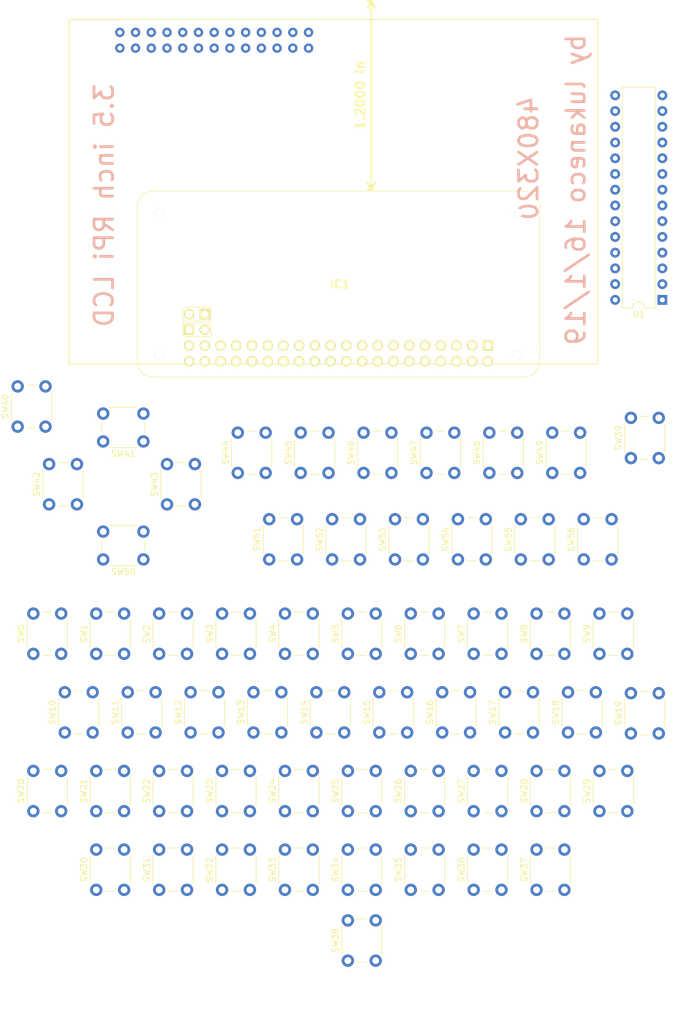
<source format=kicad_pcb>
(kicad_pcb (version 20171130) (host pcbnew "(5.0.2)-1")

  (general
    (thickness 1.6)
    (drawings 16)
    (tracks 0)
    (zones 0)
    (modules 60)
    (nets 160)
  )

  (page A4)
  (layers
    (0 F.Cu signal)
    (31 B.Cu signal)
    (32 B.Adhes user)
    (33 F.Adhes user)
    (34 B.Paste user)
    (35 F.Paste user)
    (36 B.SilkS user)
    (37 F.SilkS user)
    (38 B.Mask user)
    (39 F.Mask user)
    (40 Dwgs.User user)
    (41 Cmts.User user)
    (42 Eco1.User user)
    (43 Eco2.User user)
    (44 Edge.Cuts user)
    (45 Margin user)
    (46 B.CrtYd user)
    (47 F.CrtYd user)
    (48 B.Fab user)
    (49 F.Fab user)
  )

  (setup
    (last_trace_width 0.25)
    (trace_clearance 0.2)
    (zone_clearance 0.508)
    (zone_45_only no)
    (trace_min 0.2)
    (segment_width 0.2)
    (edge_width 0.15)
    (via_size 0.8)
    (via_drill 0.4)
    (via_min_size 0.4)
    (via_min_drill 0.3)
    (uvia_size 0.3)
    (uvia_drill 0.1)
    (uvias_allowed no)
    (uvia_min_size 0.2)
    (uvia_min_drill 0.1)
    (pcb_text_width 0.3)
    (pcb_text_size 1.5 1.5)
    (mod_edge_width 0.15)
    (mod_text_size 1 1)
    (mod_text_width 0.15)
    (pad_size 1.524 1.524)
    (pad_drill 0.762)
    (pad_to_mask_clearance 0.051)
    (solder_mask_min_width 0.25)
    (aux_axis_origin 78.74 76.2)
    (grid_origin 55.88 195.58)
    (visible_elements 7FFFFFFF)
    (pcbplotparams
      (layerselection 0x010fc_ffffffff)
      (usegerberextensions false)
      (usegerberattributes false)
      (usegerberadvancedattributes false)
      (creategerberjobfile false)
      (excludeedgelayer true)
      (linewidth 0.100000)
      (plotframeref false)
      (viasonmask false)
      (mode 1)
      (useauxorigin false)
      (hpglpennumber 1)
      (hpglpenspeed 20)
      (hpglpendiameter 15.000000)
      (psnegative false)
      (psa4output false)
      (plotreference true)
      (plotvalue true)
      (plotinvisibletext false)
      (padsonsilk false)
      (subtractmaskfromsilk false)
      (outputformat 1)
      (mirror false)
      (drillshape 1)
      (scaleselection 1)
      (outputdirectory ""))
  )

  (net 0 "")
  (net 1 "Net-(SW0-Pad2)")
  (net 2 "Net-(SW1-Pad2)")
  (net 3 "Net-(SW2-Pad2)")
  (net 4 "Net-(SW3-Pad2)")
  (net 5 "Net-(SW4-Pad2)")
  (net 6 "Net-(SW5-Pad2)")
  (net 7 "Net-(SW6-Pad2)")
  (net 8 "Net-(SW7-Pad2)")
  (net 9 "Net-(SW8-Pad2)")
  (net 10 "Net-(SW9-Pad2)")
  (net 11 "Net-(SW10-Pad2)")
  (net 12 "Net-(SW11-Pad2)")
  (net 13 "Net-(SW12-Pad2)")
  (net 14 "Net-(SW13-Pad2)")
  (net 15 "Net-(SW14-Pad2)")
  (net 16 "Net-(SW15-Pad2)")
  (net 17 "Net-(SW16-Pad2)")
  (net 18 "Net-(SW17-Pad2)")
  (net 19 "Net-(SW18-Pad2)")
  (net 20 "Net-(SW19-Pad2)")
  (net 21 "Net-(SW20-Pad2)")
  (net 22 "Net-(SW21-Pad2)")
  (net 23 "Net-(SW22-Pad2)")
  (net 24 "Net-(SW23-Pad2)")
  (net 25 "Net-(SW24-Pad2)")
  (net 26 "Net-(SW25-Pad2)")
  (net 27 "Net-(SW26-Pad2)")
  (net 28 "Net-(SW27-Pad2)")
  (net 29 "Net-(SW28-Pad2)")
  (net 30 "Net-(SW29-Pad2)")
  (net 31 "Net-(SW30-Pad2)")
  (net 32 "Net-(SW31-Pad2)")
  (net 33 "Net-(SW32-Pad2)")
  (net 34 "Net-(SW33-Pad2)")
  (net 35 "Net-(SW34-Pad2)")
  (net 36 "Net-(SW35-Pad2)")
  (net 37 "Net-(SW36-Pad2)")
  (net 38 "Net-(SW37-Pad2)")
  (net 39 "Net-(SW38-Pad2)")
  (net 40 "Net-(SW39-Pad2)")
  (net 41 "Net-(SW40-Pad2)")
  (net 42 "Net-(SW41-Pad2)")
  (net 43 "Net-(SW42-Pad2)")
  (net 44 "Net-(SW43-Pad2)")
  (net 45 "Net-(SW44-Pad2)")
  (net 46 "Net-(SW45-Pad2)")
  (net 47 "Net-(SW46-Pad2)")
  (net 48 "Net-(SW47-Pad2)")
  (net 49 "Net-(SW48-Pad2)")
  (net 50 "Net-(SW49-Pad2)")
  (net 51 "Net-(SW50-Pad2)")
  (net 52 "Net-(SW51-Pad2)")
  (net 53 "Net-(SW52-Pad2)")
  (net 54 "Net-(SW53-Pad2)")
  (net 55 "Net-(SW54-Pad2)")
  (net 56 "Net-(SW55-Pad2)")
  (net 57 "Net-(SW56-Pad2)")
  (net 58 "Net-(U1-Pad15)")
  (net 59 "Net-(U1-Pad16)")
  (net 60 "Net-(U1-Pad17)")
  (net 61 "Net-(U1-Pad18)")
  (net 62 "Net-(U1-Pad19)")
  (net 63 "Net-(U1-Pad6)")
  (net 64 "Net-(U1-Pad20)")
  (net 65 "Net-(U1-Pad7)")
  (net 66 "Net-(U1-Pad21)")
  (net 67 "Net-(U1-Pad22)")
  (net 68 "Net-(U1-Pad23)")
  (net 69 "Net-(U1-Pad24)")
  (net 70 "Net-(U1-Pad11)")
  (net 71 "Net-(U1-Pad25)")
  (net 72 "Net-(U1-Pad12)")
  (net 73 "Net-(U1-Pad26)")
  (net 74 "Net-(U1-Pad13)")
  (net 75 "Net-(U1-Pad27)")
  (net 76 "Net-(U1-Pad14)")
  (net 77 "Net-(U1-Pad28)")
  (net 78 Col2)
  (net 79 Col3)
  (net 80 Col4)
  (net 81 Col5)
  (net 82 Col0)
  (net 83 Col1)
  (net 84 Reset)
  (net 85 Serial_RX)
  (net 86 Serial_TX)
  (net 87 USB_D+)
  (net 88 USB_D-)
  (net 89 Osc1)
  (net 90 Osc2)
  (net 91 "Net-(DS1-Pad1)")
  (net 92 "Net-(DS1-Pad2)")
  (net 93 "Net-(DS1-Pad3)")
  (net 94 "Net-(DS1-Pad4)")
  (net 95 "Net-(DS1-Pad5)")
  (net 96 "Net-(DS1-Pad6)")
  (net 97 "Net-(DS1-Pad7)")
  (net 98 "Net-(DS1-Pad8)")
  (net 99 "Net-(DS1-Pad9)")
  (net 100 "Net-(DS1-Pad10)")
  (net 101 "Net-(DS1-Pad11)")
  (net 102 "Net-(DS1-Pad12)")
  (net 103 "Net-(DS1-Pad13)")
  (net 104 "Net-(DS1-Pad14)")
  (net 105 "Net-(DS1-Pad15)")
  (net 106 "Net-(DS1-Pad16)")
  (net 107 "Net-(DS1-Pad17)")
  (net 108 "Net-(DS1-Pad18)")
  (net 109 "Net-(DS1-Pad20)")
  (net 110 "Net-(DS1-Pad21)")
  (net 111 "Net-(DS1-Pad22)")
  (net 112 "Net-(DS1-Pad23)")
  (net 113 "Net-(DS1-Pad24)")
  (net 114 "Net-(DS1-Pad25)")
  (net 115 "Net-(DS1-Pad26)")
  (net 116 "Net-(IC1-Pad1)")
  (net 117 "Net-(IC1-Pad2)")
  (net 118 "Net-(IC1-Pad3)")
  (net 119 "Net-(IC1-Pad4)")
  (net 120 "Net-(IC1-Pad5)")
  (net 121 "Net-(IC1-Pad6)")
  (net 122 "Net-(IC1-Pad7)")
  (net 123 "Net-(IC1-Pad8)")
  (net 124 "Net-(IC1-Pad9)")
  (net 125 "Net-(IC1-Pad10)")
  (net 126 "Net-(IC1-Pad11)")
  (net 127 "Net-(IC1-Pad12)")
  (net 128 "Net-(IC1-Pad13)")
  (net 129 "Net-(IC1-Pad14)")
  (net 130 "Net-(IC1-Pad15)")
  (net 131 "Net-(IC1-Pad16)")
  (net 132 "Net-(IC1-Pad17)")
  (net 133 "Net-(IC1-Pad18)")
  (net 134 "Net-(IC1-Pad19)")
  (net 135 "Net-(IC1-Pad20)")
  (net 136 "Net-(IC1-Pad21)")
  (net 137 "Net-(IC1-Pad22)")
  (net 138 "Net-(IC1-Pad23)")
  (net 139 "Net-(IC1-Pad24)")
  (net 140 "Net-(IC1-Pad25)")
  (net 141 "Net-(IC1-Pad26)")
  (net 142 "Net-(IC1-Pad27)")
  (net 143 "Net-(IC1-Pad28)")
  (net 144 "Net-(IC1-Pad29)")
  (net 145 "Net-(IC1-Pad30)")
  (net 146 "Net-(IC1-Pad31)")
  (net 147 "Net-(IC1-Pad32)")
  (net 148 "Net-(IC1-Pad33)")
  (net 149 "Net-(IC1-Pad34)")
  (net 150 "Net-(IC1-Pad35)")
  (net 151 "Net-(IC1-Pad36)")
  (net 152 "Net-(IC1-Pad37)")
  (net 153 "Net-(IC1-Pad38)")
  (net 154 "Net-(IC1-Pad39)")
  (net 155 "Net-(IC1-Pad40)")
  (net 156 "Net-(IC1-Pad41)")
  (net 157 "Net-(IC1-Pad42)")
  (net 158 "Net-(IC1-Pad43)")
  (net 159 "Net-(IC1-Pad44)")

  (net_class Default "Esta es la clase de red por defecto."
    (clearance 0.2)
    (trace_width 0.25)
    (via_dia 0.8)
    (via_drill 0.4)
    (uvia_dia 0.3)
    (uvia_drill 0.1)
    (add_net Col0)
    (add_net Col1)
    (add_net Col2)
    (add_net Col3)
    (add_net Col4)
    (add_net Col5)
    (add_net "Net-(DS1-Pad1)")
    (add_net "Net-(DS1-Pad10)")
    (add_net "Net-(DS1-Pad11)")
    (add_net "Net-(DS1-Pad12)")
    (add_net "Net-(DS1-Pad13)")
    (add_net "Net-(DS1-Pad14)")
    (add_net "Net-(DS1-Pad15)")
    (add_net "Net-(DS1-Pad16)")
    (add_net "Net-(DS1-Pad17)")
    (add_net "Net-(DS1-Pad18)")
    (add_net "Net-(DS1-Pad2)")
    (add_net "Net-(DS1-Pad20)")
    (add_net "Net-(DS1-Pad21)")
    (add_net "Net-(DS1-Pad22)")
    (add_net "Net-(DS1-Pad23)")
    (add_net "Net-(DS1-Pad24)")
    (add_net "Net-(DS1-Pad25)")
    (add_net "Net-(DS1-Pad26)")
    (add_net "Net-(DS1-Pad3)")
    (add_net "Net-(DS1-Pad4)")
    (add_net "Net-(DS1-Pad5)")
    (add_net "Net-(DS1-Pad6)")
    (add_net "Net-(DS1-Pad7)")
    (add_net "Net-(DS1-Pad8)")
    (add_net "Net-(DS1-Pad9)")
    (add_net "Net-(IC1-Pad1)")
    (add_net "Net-(IC1-Pad10)")
    (add_net "Net-(IC1-Pad11)")
    (add_net "Net-(IC1-Pad12)")
    (add_net "Net-(IC1-Pad13)")
    (add_net "Net-(IC1-Pad14)")
    (add_net "Net-(IC1-Pad15)")
    (add_net "Net-(IC1-Pad16)")
    (add_net "Net-(IC1-Pad17)")
    (add_net "Net-(IC1-Pad18)")
    (add_net "Net-(IC1-Pad19)")
    (add_net "Net-(IC1-Pad2)")
    (add_net "Net-(IC1-Pad20)")
    (add_net "Net-(IC1-Pad21)")
    (add_net "Net-(IC1-Pad22)")
    (add_net "Net-(IC1-Pad23)")
    (add_net "Net-(IC1-Pad24)")
    (add_net "Net-(IC1-Pad25)")
    (add_net "Net-(IC1-Pad26)")
    (add_net "Net-(IC1-Pad27)")
    (add_net "Net-(IC1-Pad28)")
    (add_net "Net-(IC1-Pad29)")
    (add_net "Net-(IC1-Pad3)")
    (add_net "Net-(IC1-Pad30)")
    (add_net "Net-(IC1-Pad31)")
    (add_net "Net-(IC1-Pad32)")
    (add_net "Net-(IC1-Pad33)")
    (add_net "Net-(IC1-Pad34)")
    (add_net "Net-(IC1-Pad35)")
    (add_net "Net-(IC1-Pad36)")
    (add_net "Net-(IC1-Pad37)")
    (add_net "Net-(IC1-Pad38)")
    (add_net "Net-(IC1-Pad39)")
    (add_net "Net-(IC1-Pad4)")
    (add_net "Net-(IC1-Pad40)")
    (add_net "Net-(IC1-Pad41)")
    (add_net "Net-(IC1-Pad42)")
    (add_net "Net-(IC1-Pad43)")
    (add_net "Net-(IC1-Pad44)")
    (add_net "Net-(IC1-Pad5)")
    (add_net "Net-(IC1-Pad6)")
    (add_net "Net-(IC1-Pad7)")
    (add_net "Net-(IC1-Pad8)")
    (add_net "Net-(IC1-Pad9)")
    (add_net "Net-(SW0-Pad2)")
    (add_net "Net-(SW1-Pad2)")
    (add_net "Net-(SW10-Pad2)")
    (add_net "Net-(SW11-Pad2)")
    (add_net "Net-(SW12-Pad2)")
    (add_net "Net-(SW13-Pad2)")
    (add_net "Net-(SW14-Pad2)")
    (add_net "Net-(SW15-Pad2)")
    (add_net "Net-(SW16-Pad2)")
    (add_net "Net-(SW17-Pad2)")
    (add_net "Net-(SW18-Pad2)")
    (add_net "Net-(SW19-Pad2)")
    (add_net "Net-(SW2-Pad2)")
    (add_net "Net-(SW20-Pad2)")
    (add_net "Net-(SW21-Pad2)")
    (add_net "Net-(SW22-Pad2)")
    (add_net "Net-(SW23-Pad2)")
    (add_net "Net-(SW24-Pad2)")
    (add_net "Net-(SW25-Pad2)")
    (add_net "Net-(SW26-Pad2)")
    (add_net "Net-(SW27-Pad2)")
    (add_net "Net-(SW28-Pad2)")
    (add_net "Net-(SW29-Pad2)")
    (add_net "Net-(SW3-Pad2)")
    (add_net "Net-(SW30-Pad2)")
    (add_net "Net-(SW31-Pad2)")
    (add_net "Net-(SW32-Pad2)")
    (add_net "Net-(SW33-Pad2)")
    (add_net "Net-(SW34-Pad2)")
    (add_net "Net-(SW35-Pad2)")
    (add_net "Net-(SW36-Pad2)")
    (add_net "Net-(SW37-Pad2)")
    (add_net "Net-(SW38-Pad2)")
    (add_net "Net-(SW39-Pad2)")
    (add_net "Net-(SW4-Pad2)")
    (add_net "Net-(SW40-Pad2)")
    (add_net "Net-(SW41-Pad2)")
    (add_net "Net-(SW42-Pad2)")
    (add_net "Net-(SW43-Pad2)")
    (add_net "Net-(SW44-Pad2)")
    (add_net "Net-(SW45-Pad2)")
    (add_net "Net-(SW46-Pad2)")
    (add_net "Net-(SW47-Pad2)")
    (add_net "Net-(SW48-Pad2)")
    (add_net "Net-(SW49-Pad2)")
    (add_net "Net-(SW5-Pad2)")
    (add_net "Net-(SW50-Pad2)")
    (add_net "Net-(SW51-Pad2)")
    (add_net "Net-(SW52-Pad2)")
    (add_net "Net-(SW53-Pad2)")
    (add_net "Net-(SW54-Pad2)")
    (add_net "Net-(SW55-Pad2)")
    (add_net "Net-(SW56-Pad2)")
    (add_net "Net-(SW6-Pad2)")
    (add_net "Net-(SW7-Pad2)")
    (add_net "Net-(SW8-Pad2)")
    (add_net "Net-(SW9-Pad2)")
    (add_net "Net-(U1-Pad11)")
    (add_net "Net-(U1-Pad12)")
    (add_net "Net-(U1-Pad13)")
    (add_net "Net-(U1-Pad14)")
    (add_net "Net-(U1-Pad15)")
    (add_net "Net-(U1-Pad16)")
    (add_net "Net-(U1-Pad17)")
    (add_net "Net-(U1-Pad18)")
    (add_net "Net-(U1-Pad19)")
    (add_net "Net-(U1-Pad20)")
    (add_net "Net-(U1-Pad21)")
    (add_net "Net-(U1-Pad22)")
    (add_net "Net-(U1-Pad23)")
    (add_net "Net-(U1-Pad24)")
    (add_net "Net-(U1-Pad25)")
    (add_net "Net-(U1-Pad26)")
    (add_net "Net-(U1-Pad27)")
    (add_net "Net-(U1-Pad28)")
    (add_net "Net-(U1-Pad6)")
    (add_net "Net-(U1-Pad7)")
    (add_net Osc1)
    (add_net Osc2)
    (add_net Reset)
    (add_net Serial_RX)
    (add_net Serial_TX)
    (add_net USB_D+)
    (add_net USB_D-)
  )

  (module Button_Switch_THT:SW_PUSH_6mm (layer F.Cu) (tedit 5A02FE31) (tstamp 5C610F8A)
    (at 60.96 135.89 90)
    (descr https://www.omron.com/ecb/products/pdf/en-b3f.pdf)
    (tags "tact sw push 6mm")
    (path /5C547EE8)
    (fp_text reference SW0 (at 3.25 -2 90) (layer F.SilkS)
      (effects (font (size 1 1) (thickness 0.15)))
    )
    (fp_text value SW_Push (at 3.75 6.7 90) (layer F.Fab)
      (effects (font (size 1 1) (thickness 0.15)))
    )
    (fp_text user %R (at 3.25 2.25 90) (layer F.Fab)
      (effects (font (size 1 1) (thickness 0.15)))
    )
    (fp_line (start 3.25 -0.75) (end 6.25 -0.75) (layer F.Fab) (width 0.1))
    (fp_line (start 6.25 -0.75) (end 6.25 5.25) (layer F.Fab) (width 0.1))
    (fp_line (start 6.25 5.25) (end 0.25 5.25) (layer F.Fab) (width 0.1))
    (fp_line (start 0.25 5.25) (end 0.25 -0.75) (layer F.Fab) (width 0.1))
    (fp_line (start 0.25 -0.75) (end 3.25 -0.75) (layer F.Fab) (width 0.1))
    (fp_line (start 7.75 6) (end 8 6) (layer F.CrtYd) (width 0.05))
    (fp_line (start 8 6) (end 8 5.75) (layer F.CrtYd) (width 0.05))
    (fp_line (start 7.75 -1.5) (end 8 -1.5) (layer F.CrtYd) (width 0.05))
    (fp_line (start 8 -1.5) (end 8 -1.25) (layer F.CrtYd) (width 0.05))
    (fp_line (start -1.5 -1.25) (end -1.5 -1.5) (layer F.CrtYd) (width 0.05))
    (fp_line (start -1.5 -1.5) (end -1.25 -1.5) (layer F.CrtYd) (width 0.05))
    (fp_line (start -1.5 5.75) (end -1.5 6) (layer F.CrtYd) (width 0.05))
    (fp_line (start -1.5 6) (end -1.25 6) (layer F.CrtYd) (width 0.05))
    (fp_line (start -1.25 -1.5) (end 7.75 -1.5) (layer F.CrtYd) (width 0.05))
    (fp_line (start -1.5 5.75) (end -1.5 -1.25) (layer F.CrtYd) (width 0.05))
    (fp_line (start 7.75 6) (end -1.25 6) (layer F.CrtYd) (width 0.05))
    (fp_line (start 8 -1.25) (end 8 5.75) (layer F.CrtYd) (width 0.05))
    (fp_line (start 1 5.5) (end 5.5 5.5) (layer F.SilkS) (width 0.12))
    (fp_line (start -0.25 1.5) (end -0.25 3) (layer F.SilkS) (width 0.12))
    (fp_line (start 5.5 -1) (end 1 -1) (layer F.SilkS) (width 0.12))
    (fp_line (start 6.75 3) (end 6.75 1.5) (layer F.SilkS) (width 0.12))
    (fp_circle (center 3.25 2.25) (end 1.25 2.5) (layer F.Fab) (width 0.1))
    (pad 2 thru_hole circle (at 0 4.5 180) (size 2 2) (drill 1.1) (layers *.Cu *.Mask)
      (net 1 "Net-(SW0-Pad2)"))
    (pad 1 thru_hole circle (at 0 0 180) (size 2 2) (drill 1.1) (layers *.Cu *.Mask)
      (net 78 Col2))
    (pad 2 thru_hole circle (at 6.5 4.5 180) (size 2 2) (drill 1.1) (layers *.Cu *.Mask)
      (net 1 "Net-(SW0-Pad2)"))
    (pad 1 thru_hole circle (at 6.5 0 180) (size 2 2) (drill 1.1) (layers *.Cu *.Mask)
      (net 78 Col2))
    (model ${KISYS3DMOD}/Button_Switch_THT.3dshapes/SW_PUSH_6mm.wrl
      (at (xyz 0 0 0))
      (scale (xyz 1 1 1))
      (rotate (xyz 0 0 0))
    )
  )

  (module Button_Switch_THT:SW_PUSH_6mm (layer F.Cu) (tedit 5A02FE31) (tstamp 5C610FA9)
    (at 71.12 135.89 90)
    (descr https://www.omron.com/ecb/products/pdf/en-b3f.pdf)
    (tags "tact sw push 6mm")
    (path /5C547EEF)
    (fp_text reference SW1 (at 3.25 -2 90) (layer F.SilkS)
      (effects (font (size 1 1) (thickness 0.15)))
    )
    (fp_text value SW_Push (at 3.75 6.7 90) (layer F.Fab)
      (effects (font (size 1 1) (thickness 0.15)))
    )
    (fp_circle (center 3.25 2.25) (end 1.25 2.5) (layer F.Fab) (width 0.1))
    (fp_line (start 6.75 3) (end 6.75 1.5) (layer F.SilkS) (width 0.12))
    (fp_line (start 5.5 -1) (end 1 -1) (layer F.SilkS) (width 0.12))
    (fp_line (start -0.25 1.5) (end -0.25 3) (layer F.SilkS) (width 0.12))
    (fp_line (start 1 5.5) (end 5.5 5.5) (layer F.SilkS) (width 0.12))
    (fp_line (start 8 -1.25) (end 8 5.75) (layer F.CrtYd) (width 0.05))
    (fp_line (start 7.75 6) (end -1.25 6) (layer F.CrtYd) (width 0.05))
    (fp_line (start -1.5 5.75) (end -1.5 -1.25) (layer F.CrtYd) (width 0.05))
    (fp_line (start -1.25 -1.5) (end 7.75 -1.5) (layer F.CrtYd) (width 0.05))
    (fp_line (start -1.5 6) (end -1.25 6) (layer F.CrtYd) (width 0.05))
    (fp_line (start -1.5 5.75) (end -1.5 6) (layer F.CrtYd) (width 0.05))
    (fp_line (start -1.5 -1.5) (end -1.25 -1.5) (layer F.CrtYd) (width 0.05))
    (fp_line (start -1.5 -1.25) (end -1.5 -1.5) (layer F.CrtYd) (width 0.05))
    (fp_line (start 8 -1.5) (end 8 -1.25) (layer F.CrtYd) (width 0.05))
    (fp_line (start 7.75 -1.5) (end 8 -1.5) (layer F.CrtYd) (width 0.05))
    (fp_line (start 8 6) (end 8 5.75) (layer F.CrtYd) (width 0.05))
    (fp_line (start 7.75 6) (end 8 6) (layer F.CrtYd) (width 0.05))
    (fp_line (start 0.25 -0.75) (end 3.25 -0.75) (layer F.Fab) (width 0.1))
    (fp_line (start 0.25 5.25) (end 0.25 -0.75) (layer F.Fab) (width 0.1))
    (fp_line (start 6.25 5.25) (end 0.25 5.25) (layer F.Fab) (width 0.1))
    (fp_line (start 6.25 -0.75) (end 6.25 5.25) (layer F.Fab) (width 0.1))
    (fp_line (start 3.25 -0.75) (end 6.25 -0.75) (layer F.Fab) (width 0.1))
    (fp_text user %R (at 3.25 2.25 90) (layer F.Fab)
      (effects (font (size 1 1) (thickness 0.15)))
    )
    (pad 1 thru_hole circle (at 6.5 0 180) (size 2 2) (drill 1.1) (layers *.Cu *.Mask)
      (net 78 Col2))
    (pad 2 thru_hole circle (at 6.5 4.5 180) (size 2 2) (drill 1.1) (layers *.Cu *.Mask)
      (net 2 "Net-(SW1-Pad2)"))
    (pad 1 thru_hole circle (at 0 0 180) (size 2 2) (drill 1.1) (layers *.Cu *.Mask)
      (net 78 Col2))
    (pad 2 thru_hole circle (at 0 4.5 180) (size 2 2) (drill 1.1) (layers *.Cu *.Mask)
      (net 2 "Net-(SW1-Pad2)"))
    (model ${KISYS3DMOD}/Button_Switch_THT.3dshapes/SW_PUSH_6mm.wrl
      (at (xyz 0 0 0))
      (scale (xyz 1 1 1))
      (rotate (xyz 0 0 0))
    )
  )

  (module Button_Switch_THT:SW_PUSH_6mm (layer F.Cu) (tedit 5A02FE31) (tstamp 5C610FC8)
    (at 81.28 135.89 90)
    (descr https://www.omron.com/ecb/products/pdf/en-b3f.pdf)
    (tags "tact sw push 6mm")
    (path /5C547EF6)
    (fp_text reference SW2 (at 3.25 -2 90) (layer F.SilkS)
      (effects (font (size 1 1) (thickness 0.15)))
    )
    (fp_text value SW_Push (at 3.75 6.7 90) (layer F.Fab)
      (effects (font (size 1 1) (thickness 0.15)))
    )
    (fp_text user %R (at 3.25 2.25 90) (layer F.Fab)
      (effects (font (size 1 1) (thickness 0.15)))
    )
    (fp_line (start 3.25 -0.75) (end 6.25 -0.75) (layer F.Fab) (width 0.1))
    (fp_line (start 6.25 -0.75) (end 6.25 5.25) (layer F.Fab) (width 0.1))
    (fp_line (start 6.25 5.25) (end 0.25 5.25) (layer F.Fab) (width 0.1))
    (fp_line (start 0.25 5.25) (end 0.25 -0.75) (layer F.Fab) (width 0.1))
    (fp_line (start 0.25 -0.75) (end 3.25 -0.75) (layer F.Fab) (width 0.1))
    (fp_line (start 7.75 6) (end 8 6) (layer F.CrtYd) (width 0.05))
    (fp_line (start 8 6) (end 8 5.75) (layer F.CrtYd) (width 0.05))
    (fp_line (start 7.75 -1.5) (end 8 -1.5) (layer F.CrtYd) (width 0.05))
    (fp_line (start 8 -1.5) (end 8 -1.25) (layer F.CrtYd) (width 0.05))
    (fp_line (start -1.5 -1.25) (end -1.5 -1.5) (layer F.CrtYd) (width 0.05))
    (fp_line (start -1.5 -1.5) (end -1.25 -1.5) (layer F.CrtYd) (width 0.05))
    (fp_line (start -1.5 5.75) (end -1.5 6) (layer F.CrtYd) (width 0.05))
    (fp_line (start -1.5 6) (end -1.25 6) (layer F.CrtYd) (width 0.05))
    (fp_line (start -1.25 -1.5) (end 7.75 -1.5) (layer F.CrtYd) (width 0.05))
    (fp_line (start -1.5 5.75) (end -1.5 -1.25) (layer F.CrtYd) (width 0.05))
    (fp_line (start 7.75 6) (end -1.25 6) (layer F.CrtYd) (width 0.05))
    (fp_line (start 8 -1.25) (end 8 5.75) (layer F.CrtYd) (width 0.05))
    (fp_line (start 1 5.5) (end 5.5 5.5) (layer F.SilkS) (width 0.12))
    (fp_line (start -0.25 1.5) (end -0.25 3) (layer F.SilkS) (width 0.12))
    (fp_line (start 5.5 -1) (end 1 -1) (layer F.SilkS) (width 0.12))
    (fp_line (start 6.75 3) (end 6.75 1.5) (layer F.SilkS) (width 0.12))
    (fp_circle (center 3.25 2.25) (end 1.25 2.5) (layer F.Fab) (width 0.1))
    (pad 2 thru_hole circle (at 0 4.5 180) (size 2 2) (drill 1.1) (layers *.Cu *.Mask)
      (net 3 "Net-(SW2-Pad2)"))
    (pad 1 thru_hole circle (at 0 0 180) (size 2 2) (drill 1.1) (layers *.Cu *.Mask)
      (net 78 Col2))
    (pad 2 thru_hole circle (at 6.5 4.5 180) (size 2 2) (drill 1.1) (layers *.Cu *.Mask)
      (net 3 "Net-(SW2-Pad2)"))
    (pad 1 thru_hole circle (at 6.5 0 180) (size 2 2) (drill 1.1) (layers *.Cu *.Mask)
      (net 78 Col2))
    (model ${KISYS3DMOD}/Button_Switch_THT.3dshapes/SW_PUSH_6mm.wrl
      (at (xyz 0 0 0))
      (scale (xyz 1 1 1))
      (rotate (xyz 0 0 0))
    )
  )

  (module Button_Switch_THT:SW_PUSH_6mm (layer F.Cu) (tedit 5A02FE31) (tstamp 5C610FE7)
    (at 91.44 135.89 90)
    (descr https://www.omron.com/ecb/products/pdf/en-b3f.pdf)
    (tags "tact sw push 6mm")
    (path /5C547EFD)
    (fp_text reference SW3 (at 3.25 -2 90) (layer F.SilkS)
      (effects (font (size 1 1) (thickness 0.15)))
    )
    (fp_text value SW_Push (at 3.75 6.7 90) (layer F.Fab)
      (effects (font (size 1 1) (thickness 0.15)))
    )
    (fp_text user %R (at 3.25 2.25 90) (layer F.Fab)
      (effects (font (size 1 1) (thickness 0.15)))
    )
    (fp_line (start 3.25 -0.75) (end 6.25 -0.75) (layer F.Fab) (width 0.1))
    (fp_line (start 6.25 -0.75) (end 6.25 5.25) (layer F.Fab) (width 0.1))
    (fp_line (start 6.25 5.25) (end 0.25 5.25) (layer F.Fab) (width 0.1))
    (fp_line (start 0.25 5.25) (end 0.25 -0.75) (layer F.Fab) (width 0.1))
    (fp_line (start 0.25 -0.75) (end 3.25 -0.75) (layer F.Fab) (width 0.1))
    (fp_line (start 7.75 6) (end 8 6) (layer F.CrtYd) (width 0.05))
    (fp_line (start 8 6) (end 8 5.75) (layer F.CrtYd) (width 0.05))
    (fp_line (start 7.75 -1.5) (end 8 -1.5) (layer F.CrtYd) (width 0.05))
    (fp_line (start 8 -1.5) (end 8 -1.25) (layer F.CrtYd) (width 0.05))
    (fp_line (start -1.5 -1.25) (end -1.5 -1.5) (layer F.CrtYd) (width 0.05))
    (fp_line (start -1.5 -1.5) (end -1.25 -1.5) (layer F.CrtYd) (width 0.05))
    (fp_line (start -1.5 5.75) (end -1.5 6) (layer F.CrtYd) (width 0.05))
    (fp_line (start -1.5 6) (end -1.25 6) (layer F.CrtYd) (width 0.05))
    (fp_line (start -1.25 -1.5) (end 7.75 -1.5) (layer F.CrtYd) (width 0.05))
    (fp_line (start -1.5 5.75) (end -1.5 -1.25) (layer F.CrtYd) (width 0.05))
    (fp_line (start 7.75 6) (end -1.25 6) (layer F.CrtYd) (width 0.05))
    (fp_line (start 8 -1.25) (end 8 5.75) (layer F.CrtYd) (width 0.05))
    (fp_line (start 1 5.5) (end 5.5 5.5) (layer F.SilkS) (width 0.12))
    (fp_line (start -0.25 1.5) (end -0.25 3) (layer F.SilkS) (width 0.12))
    (fp_line (start 5.5 -1) (end 1 -1) (layer F.SilkS) (width 0.12))
    (fp_line (start 6.75 3) (end 6.75 1.5) (layer F.SilkS) (width 0.12))
    (fp_circle (center 3.25 2.25) (end 1.25 2.5) (layer F.Fab) (width 0.1))
    (pad 2 thru_hole circle (at 0 4.5 180) (size 2 2) (drill 1.1) (layers *.Cu *.Mask)
      (net 4 "Net-(SW3-Pad2)"))
    (pad 1 thru_hole circle (at 0 0 180) (size 2 2) (drill 1.1) (layers *.Cu *.Mask)
      (net 78 Col2))
    (pad 2 thru_hole circle (at 6.5 4.5 180) (size 2 2) (drill 1.1) (layers *.Cu *.Mask)
      (net 4 "Net-(SW3-Pad2)"))
    (pad 1 thru_hole circle (at 6.5 0 180) (size 2 2) (drill 1.1) (layers *.Cu *.Mask)
      (net 78 Col2))
    (model ${KISYS3DMOD}/Button_Switch_THT.3dshapes/SW_PUSH_6mm.wrl
      (at (xyz 0 0 0))
      (scale (xyz 1 1 1))
      (rotate (xyz 0 0 0))
    )
  )

  (module Button_Switch_THT:SW_PUSH_6mm (layer F.Cu) (tedit 5A02FE31) (tstamp 5C611006)
    (at 101.6 135.89 90)
    (descr https://www.omron.com/ecb/products/pdf/en-b3f.pdf)
    (tags "tact sw push 6mm")
    (path /5C547F04)
    (fp_text reference SW4 (at 3.25 -2 90) (layer F.SilkS)
      (effects (font (size 1 1) (thickness 0.15)))
    )
    (fp_text value SW_Push (at 3.75 6.7 90) (layer F.Fab)
      (effects (font (size 1 1) (thickness 0.15)))
    )
    (fp_circle (center 3.25 2.25) (end 1.25 2.5) (layer F.Fab) (width 0.1))
    (fp_line (start 6.75 3) (end 6.75 1.5) (layer F.SilkS) (width 0.12))
    (fp_line (start 5.5 -1) (end 1 -1) (layer F.SilkS) (width 0.12))
    (fp_line (start -0.25 1.5) (end -0.25 3) (layer F.SilkS) (width 0.12))
    (fp_line (start 1 5.5) (end 5.5 5.5) (layer F.SilkS) (width 0.12))
    (fp_line (start 8 -1.25) (end 8 5.75) (layer F.CrtYd) (width 0.05))
    (fp_line (start 7.75 6) (end -1.25 6) (layer F.CrtYd) (width 0.05))
    (fp_line (start -1.5 5.75) (end -1.5 -1.25) (layer F.CrtYd) (width 0.05))
    (fp_line (start -1.25 -1.5) (end 7.75 -1.5) (layer F.CrtYd) (width 0.05))
    (fp_line (start -1.5 6) (end -1.25 6) (layer F.CrtYd) (width 0.05))
    (fp_line (start -1.5 5.75) (end -1.5 6) (layer F.CrtYd) (width 0.05))
    (fp_line (start -1.5 -1.5) (end -1.25 -1.5) (layer F.CrtYd) (width 0.05))
    (fp_line (start -1.5 -1.25) (end -1.5 -1.5) (layer F.CrtYd) (width 0.05))
    (fp_line (start 8 -1.5) (end 8 -1.25) (layer F.CrtYd) (width 0.05))
    (fp_line (start 7.75 -1.5) (end 8 -1.5) (layer F.CrtYd) (width 0.05))
    (fp_line (start 8 6) (end 8 5.75) (layer F.CrtYd) (width 0.05))
    (fp_line (start 7.75 6) (end 8 6) (layer F.CrtYd) (width 0.05))
    (fp_line (start 0.25 -0.75) (end 3.25 -0.75) (layer F.Fab) (width 0.1))
    (fp_line (start 0.25 5.25) (end 0.25 -0.75) (layer F.Fab) (width 0.1))
    (fp_line (start 6.25 5.25) (end 0.25 5.25) (layer F.Fab) (width 0.1))
    (fp_line (start 6.25 -0.75) (end 6.25 5.25) (layer F.Fab) (width 0.1))
    (fp_line (start 3.25 -0.75) (end 6.25 -0.75) (layer F.Fab) (width 0.1))
    (fp_text user %R (at 3.25 2.25 90) (layer F.Fab)
      (effects (font (size 1 1) (thickness 0.15)))
    )
    (pad 1 thru_hole circle (at 6.5 0 180) (size 2 2) (drill 1.1) (layers *.Cu *.Mask)
      (net 78 Col2))
    (pad 2 thru_hole circle (at 6.5 4.5 180) (size 2 2) (drill 1.1) (layers *.Cu *.Mask)
      (net 5 "Net-(SW4-Pad2)"))
    (pad 1 thru_hole circle (at 0 0 180) (size 2 2) (drill 1.1) (layers *.Cu *.Mask)
      (net 78 Col2))
    (pad 2 thru_hole circle (at 0 4.5 180) (size 2 2) (drill 1.1) (layers *.Cu *.Mask)
      (net 5 "Net-(SW4-Pad2)"))
    (model ${KISYS3DMOD}/Button_Switch_THT.3dshapes/SW_PUSH_6mm.wrl
      (at (xyz 0 0 0))
      (scale (xyz 1 1 1))
      (rotate (xyz 0 0 0))
    )
  )

  (module Button_Switch_THT:SW_PUSH_6mm (layer F.Cu) (tedit 5A02FE31) (tstamp 5C611025)
    (at 111.76 135.89 90)
    (descr https://www.omron.com/ecb/products/pdf/en-b3f.pdf)
    (tags "tact sw push 6mm")
    (path /5C547F0B)
    (fp_text reference SW5 (at 3.25 -2 90) (layer F.SilkS)
      (effects (font (size 1 1) (thickness 0.15)))
    )
    (fp_text value SW_Push (at 3.75 6.7 90) (layer F.Fab)
      (effects (font (size 1 1) (thickness 0.15)))
    )
    (fp_text user %R (at 3.25 2.25 90) (layer F.Fab)
      (effects (font (size 1 1) (thickness 0.15)))
    )
    (fp_line (start 3.25 -0.75) (end 6.25 -0.75) (layer F.Fab) (width 0.1))
    (fp_line (start 6.25 -0.75) (end 6.25 5.25) (layer F.Fab) (width 0.1))
    (fp_line (start 6.25 5.25) (end 0.25 5.25) (layer F.Fab) (width 0.1))
    (fp_line (start 0.25 5.25) (end 0.25 -0.75) (layer F.Fab) (width 0.1))
    (fp_line (start 0.25 -0.75) (end 3.25 -0.75) (layer F.Fab) (width 0.1))
    (fp_line (start 7.75 6) (end 8 6) (layer F.CrtYd) (width 0.05))
    (fp_line (start 8 6) (end 8 5.75) (layer F.CrtYd) (width 0.05))
    (fp_line (start 7.75 -1.5) (end 8 -1.5) (layer F.CrtYd) (width 0.05))
    (fp_line (start 8 -1.5) (end 8 -1.25) (layer F.CrtYd) (width 0.05))
    (fp_line (start -1.5 -1.25) (end -1.5 -1.5) (layer F.CrtYd) (width 0.05))
    (fp_line (start -1.5 -1.5) (end -1.25 -1.5) (layer F.CrtYd) (width 0.05))
    (fp_line (start -1.5 5.75) (end -1.5 6) (layer F.CrtYd) (width 0.05))
    (fp_line (start -1.5 6) (end -1.25 6) (layer F.CrtYd) (width 0.05))
    (fp_line (start -1.25 -1.5) (end 7.75 -1.5) (layer F.CrtYd) (width 0.05))
    (fp_line (start -1.5 5.75) (end -1.5 -1.25) (layer F.CrtYd) (width 0.05))
    (fp_line (start 7.75 6) (end -1.25 6) (layer F.CrtYd) (width 0.05))
    (fp_line (start 8 -1.25) (end 8 5.75) (layer F.CrtYd) (width 0.05))
    (fp_line (start 1 5.5) (end 5.5 5.5) (layer F.SilkS) (width 0.12))
    (fp_line (start -0.25 1.5) (end -0.25 3) (layer F.SilkS) (width 0.12))
    (fp_line (start 5.5 -1) (end 1 -1) (layer F.SilkS) (width 0.12))
    (fp_line (start 6.75 3) (end 6.75 1.5) (layer F.SilkS) (width 0.12))
    (fp_circle (center 3.25 2.25) (end 1.25 2.5) (layer F.Fab) (width 0.1))
    (pad 2 thru_hole circle (at 0 4.5 180) (size 2 2) (drill 1.1) (layers *.Cu *.Mask)
      (net 6 "Net-(SW5-Pad2)"))
    (pad 1 thru_hole circle (at 0 0 180) (size 2 2) (drill 1.1) (layers *.Cu *.Mask)
      (net 78 Col2))
    (pad 2 thru_hole circle (at 6.5 4.5 180) (size 2 2) (drill 1.1) (layers *.Cu *.Mask)
      (net 6 "Net-(SW5-Pad2)"))
    (pad 1 thru_hole circle (at 6.5 0 180) (size 2 2) (drill 1.1) (layers *.Cu *.Mask)
      (net 78 Col2))
    (model ${KISYS3DMOD}/Button_Switch_THT.3dshapes/SW_PUSH_6mm.wrl
      (at (xyz 0 0 0))
      (scale (xyz 1 1 1))
      (rotate (xyz 0 0 0))
    )
  )

  (module Button_Switch_THT:SW_PUSH_6mm (layer F.Cu) (tedit 5A02FE31) (tstamp 5C611044)
    (at 121.92 135.89 90)
    (descr https://www.omron.com/ecb/products/pdf/en-b3f.pdf)
    (tags "tact sw push 6mm")
    (path /5C548031)
    (fp_text reference SW6 (at 3.25 -2 90) (layer F.SilkS)
      (effects (font (size 1 1) (thickness 0.15)))
    )
    (fp_text value SW_Push (at 3.75 6.7 90) (layer F.Fab)
      (effects (font (size 1 1) (thickness 0.15)))
    )
    (fp_text user %R (at 3.25 2.25 90) (layer F.Fab)
      (effects (font (size 1 1) (thickness 0.15)))
    )
    (fp_line (start 3.25 -0.75) (end 6.25 -0.75) (layer F.Fab) (width 0.1))
    (fp_line (start 6.25 -0.75) (end 6.25 5.25) (layer F.Fab) (width 0.1))
    (fp_line (start 6.25 5.25) (end 0.25 5.25) (layer F.Fab) (width 0.1))
    (fp_line (start 0.25 5.25) (end 0.25 -0.75) (layer F.Fab) (width 0.1))
    (fp_line (start 0.25 -0.75) (end 3.25 -0.75) (layer F.Fab) (width 0.1))
    (fp_line (start 7.75 6) (end 8 6) (layer F.CrtYd) (width 0.05))
    (fp_line (start 8 6) (end 8 5.75) (layer F.CrtYd) (width 0.05))
    (fp_line (start 7.75 -1.5) (end 8 -1.5) (layer F.CrtYd) (width 0.05))
    (fp_line (start 8 -1.5) (end 8 -1.25) (layer F.CrtYd) (width 0.05))
    (fp_line (start -1.5 -1.25) (end -1.5 -1.5) (layer F.CrtYd) (width 0.05))
    (fp_line (start -1.5 -1.5) (end -1.25 -1.5) (layer F.CrtYd) (width 0.05))
    (fp_line (start -1.5 5.75) (end -1.5 6) (layer F.CrtYd) (width 0.05))
    (fp_line (start -1.5 6) (end -1.25 6) (layer F.CrtYd) (width 0.05))
    (fp_line (start -1.25 -1.5) (end 7.75 -1.5) (layer F.CrtYd) (width 0.05))
    (fp_line (start -1.5 5.75) (end -1.5 -1.25) (layer F.CrtYd) (width 0.05))
    (fp_line (start 7.75 6) (end -1.25 6) (layer F.CrtYd) (width 0.05))
    (fp_line (start 8 -1.25) (end 8 5.75) (layer F.CrtYd) (width 0.05))
    (fp_line (start 1 5.5) (end 5.5 5.5) (layer F.SilkS) (width 0.12))
    (fp_line (start -0.25 1.5) (end -0.25 3) (layer F.SilkS) (width 0.12))
    (fp_line (start 5.5 -1) (end 1 -1) (layer F.SilkS) (width 0.12))
    (fp_line (start 6.75 3) (end 6.75 1.5) (layer F.SilkS) (width 0.12))
    (fp_circle (center 3.25 2.25) (end 1.25 2.5) (layer F.Fab) (width 0.1))
    (pad 2 thru_hole circle (at 0 4.5 180) (size 2 2) (drill 1.1) (layers *.Cu *.Mask)
      (net 7 "Net-(SW6-Pad2)"))
    (pad 1 thru_hole circle (at 0 0 180) (size 2 2) (drill 1.1) (layers *.Cu *.Mask)
      (net 78 Col2))
    (pad 2 thru_hole circle (at 6.5 4.5 180) (size 2 2) (drill 1.1) (layers *.Cu *.Mask)
      (net 7 "Net-(SW6-Pad2)"))
    (pad 1 thru_hole circle (at 6.5 0 180) (size 2 2) (drill 1.1) (layers *.Cu *.Mask)
      (net 78 Col2))
    (model ${KISYS3DMOD}/Button_Switch_THT.3dshapes/SW_PUSH_6mm.wrl
      (at (xyz 0 0 0))
      (scale (xyz 1 1 1))
      (rotate (xyz 0 0 0))
    )
  )

  (module Button_Switch_THT:SW_PUSH_6mm (layer F.Cu) (tedit 5A02FE31) (tstamp 5C611063)
    (at 132.08 135.89 90)
    (descr https://www.omron.com/ecb/products/pdf/en-b3f.pdf)
    (tags "tact sw push 6mm")
    (path /5C548038)
    (fp_text reference SW7 (at 3.25 -2 90) (layer F.SilkS)
      (effects (font (size 1 1) (thickness 0.15)))
    )
    (fp_text value SW_Push (at 3.75 6.7 90) (layer F.Fab)
      (effects (font (size 1 1) (thickness 0.15)))
    )
    (fp_circle (center 3.25 2.25) (end 1.25 2.5) (layer F.Fab) (width 0.1))
    (fp_line (start 6.75 3) (end 6.75 1.5) (layer F.SilkS) (width 0.12))
    (fp_line (start 5.5 -1) (end 1 -1) (layer F.SilkS) (width 0.12))
    (fp_line (start -0.25 1.5) (end -0.25 3) (layer F.SilkS) (width 0.12))
    (fp_line (start 1 5.5) (end 5.5 5.5) (layer F.SilkS) (width 0.12))
    (fp_line (start 8 -1.25) (end 8 5.75) (layer F.CrtYd) (width 0.05))
    (fp_line (start 7.75 6) (end -1.25 6) (layer F.CrtYd) (width 0.05))
    (fp_line (start -1.5 5.75) (end -1.5 -1.25) (layer F.CrtYd) (width 0.05))
    (fp_line (start -1.25 -1.5) (end 7.75 -1.5) (layer F.CrtYd) (width 0.05))
    (fp_line (start -1.5 6) (end -1.25 6) (layer F.CrtYd) (width 0.05))
    (fp_line (start -1.5 5.75) (end -1.5 6) (layer F.CrtYd) (width 0.05))
    (fp_line (start -1.5 -1.5) (end -1.25 -1.5) (layer F.CrtYd) (width 0.05))
    (fp_line (start -1.5 -1.25) (end -1.5 -1.5) (layer F.CrtYd) (width 0.05))
    (fp_line (start 8 -1.5) (end 8 -1.25) (layer F.CrtYd) (width 0.05))
    (fp_line (start 7.75 -1.5) (end 8 -1.5) (layer F.CrtYd) (width 0.05))
    (fp_line (start 8 6) (end 8 5.75) (layer F.CrtYd) (width 0.05))
    (fp_line (start 7.75 6) (end 8 6) (layer F.CrtYd) (width 0.05))
    (fp_line (start 0.25 -0.75) (end 3.25 -0.75) (layer F.Fab) (width 0.1))
    (fp_line (start 0.25 5.25) (end 0.25 -0.75) (layer F.Fab) (width 0.1))
    (fp_line (start 6.25 5.25) (end 0.25 5.25) (layer F.Fab) (width 0.1))
    (fp_line (start 6.25 -0.75) (end 6.25 5.25) (layer F.Fab) (width 0.1))
    (fp_line (start 3.25 -0.75) (end 6.25 -0.75) (layer F.Fab) (width 0.1))
    (fp_text user %R (at 3.25 2.25 90) (layer F.Fab)
      (effects (font (size 1 1) (thickness 0.15)))
    )
    (pad 1 thru_hole circle (at 6.5 0 180) (size 2 2) (drill 1.1) (layers *.Cu *.Mask)
      (net 78 Col2))
    (pad 2 thru_hole circle (at 6.5 4.5 180) (size 2 2) (drill 1.1) (layers *.Cu *.Mask)
      (net 8 "Net-(SW7-Pad2)"))
    (pad 1 thru_hole circle (at 0 0 180) (size 2 2) (drill 1.1) (layers *.Cu *.Mask)
      (net 78 Col2))
    (pad 2 thru_hole circle (at 0 4.5 180) (size 2 2) (drill 1.1) (layers *.Cu *.Mask)
      (net 8 "Net-(SW7-Pad2)"))
    (model ${KISYS3DMOD}/Button_Switch_THT.3dshapes/SW_PUSH_6mm.wrl
      (at (xyz 0 0 0))
      (scale (xyz 1 1 1))
      (rotate (xyz 0 0 0))
    )
  )

  (module Button_Switch_THT:SW_PUSH_6mm (layer F.Cu) (tedit 5A02FE31) (tstamp 5C611082)
    (at 142.24 135.89 90)
    (descr https://www.omron.com/ecb/products/pdf/en-b3f.pdf)
    (tags "tact sw push 6mm")
    (path /5C54803F)
    (fp_text reference SW8 (at 3.25 -2 90) (layer F.SilkS)
      (effects (font (size 1 1) (thickness 0.15)))
    )
    (fp_text value SW_Push (at 3.75 6.7 90) (layer F.Fab)
      (effects (font (size 1 1) (thickness 0.15)))
    )
    (fp_circle (center 3.25 2.25) (end 1.25 2.5) (layer F.Fab) (width 0.1))
    (fp_line (start 6.75 3) (end 6.75 1.5) (layer F.SilkS) (width 0.12))
    (fp_line (start 5.5 -1) (end 1 -1) (layer F.SilkS) (width 0.12))
    (fp_line (start -0.25 1.5) (end -0.25 3) (layer F.SilkS) (width 0.12))
    (fp_line (start 1 5.5) (end 5.5 5.5) (layer F.SilkS) (width 0.12))
    (fp_line (start 8 -1.25) (end 8 5.75) (layer F.CrtYd) (width 0.05))
    (fp_line (start 7.75 6) (end -1.25 6) (layer F.CrtYd) (width 0.05))
    (fp_line (start -1.5 5.75) (end -1.5 -1.25) (layer F.CrtYd) (width 0.05))
    (fp_line (start -1.25 -1.5) (end 7.75 -1.5) (layer F.CrtYd) (width 0.05))
    (fp_line (start -1.5 6) (end -1.25 6) (layer F.CrtYd) (width 0.05))
    (fp_line (start -1.5 5.75) (end -1.5 6) (layer F.CrtYd) (width 0.05))
    (fp_line (start -1.5 -1.5) (end -1.25 -1.5) (layer F.CrtYd) (width 0.05))
    (fp_line (start -1.5 -1.25) (end -1.5 -1.5) (layer F.CrtYd) (width 0.05))
    (fp_line (start 8 -1.5) (end 8 -1.25) (layer F.CrtYd) (width 0.05))
    (fp_line (start 7.75 -1.5) (end 8 -1.5) (layer F.CrtYd) (width 0.05))
    (fp_line (start 8 6) (end 8 5.75) (layer F.CrtYd) (width 0.05))
    (fp_line (start 7.75 6) (end 8 6) (layer F.CrtYd) (width 0.05))
    (fp_line (start 0.25 -0.75) (end 3.25 -0.75) (layer F.Fab) (width 0.1))
    (fp_line (start 0.25 5.25) (end 0.25 -0.75) (layer F.Fab) (width 0.1))
    (fp_line (start 6.25 5.25) (end 0.25 5.25) (layer F.Fab) (width 0.1))
    (fp_line (start 6.25 -0.75) (end 6.25 5.25) (layer F.Fab) (width 0.1))
    (fp_line (start 3.25 -0.75) (end 6.25 -0.75) (layer F.Fab) (width 0.1))
    (fp_text user %R (at 3.25 2.25 90) (layer F.Fab)
      (effects (font (size 1 1) (thickness 0.15)))
    )
    (pad 1 thru_hole circle (at 6.5 0 180) (size 2 2) (drill 1.1) (layers *.Cu *.Mask)
      (net 78 Col2))
    (pad 2 thru_hole circle (at 6.5 4.5 180) (size 2 2) (drill 1.1) (layers *.Cu *.Mask)
      (net 9 "Net-(SW8-Pad2)"))
    (pad 1 thru_hole circle (at 0 0 180) (size 2 2) (drill 1.1) (layers *.Cu *.Mask)
      (net 78 Col2))
    (pad 2 thru_hole circle (at 0 4.5 180) (size 2 2) (drill 1.1) (layers *.Cu *.Mask)
      (net 9 "Net-(SW8-Pad2)"))
    (model ${KISYS3DMOD}/Button_Switch_THT.3dshapes/SW_PUSH_6mm.wrl
      (at (xyz 0 0 0))
      (scale (xyz 1 1 1))
      (rotate (xyz 0 0 0))
    )
  )

  (module Button_Switch_THT:SW_PUSH_6mm (layer F.Cu) (tedit 5A02FE31) (tstamp 5C6110A1)
    (at 152.4 135.89 90)
    (descr https://www.omron.com/ecb/products/pdf/en-b3f.pdf)
    (tags "tact sw push 6mm")
    (path /5C548046)
    (fp_text reference SW9 (at 3.25 -2 90) (layer F.SilkS)
      (effects (font (size 1 1) (thickness 0.15)))
    )
    (fp_text value SW_Push (at 3.75 6.7 90) (layer F.Fab)
      (effects (font (size 1 1) (thickness 0.15)))
    )
    (fp_text user %R (at 3.25 2.25 90) (layer F.Fab)
      (effects (font (size 1 1) (thickness 0.15)))
    )
    (fp_line (start 3.25 -0.75) (end 6.25 -0.75) (layer F.Fab) (width 0.1))
    (fp_line (start 6.25 -0.75) (end 6.25 5.25) (layer F.Fab) (width 0.1))
    (fp_line (start 6.25 5.25) (end 0.25 5.25) (layer F.Fab) (width 0.1))
    (fp_line (start 0.25 5.25) (end 0.25 -0.75) (layer F.Fab) (width 0.1))
    (fp_line (start 0.25 -0.75) (end 3.25 -0.75) (layer F.Fab) (width 0.1))
    (fp_line (start 7.75 6) (end 8 6) (layer F.CrtYd) (width 0.05))
    (fp_line (start 8 6) (end 8 5.75) (layer F.CrtYd) (width 0.05))
    (fp_line (start 7.75 -1.5) (end 8 -1.5) (layer F.CrtYd) (width 0.05))
    (fp_line (start 8 -1.5) (end 8 -1.25) (layer F.CrtYd) (width 0.05))
    (fp_line (start -1.5 -1.25) (end -1.5 -1.5) (layer F.CrtYd) (width 0.05))
    (fp_line (start -1.5 -1.5) (end -1.25 -1.5) (layer F.CrtYd) (width 0.05))
    (fp_line (start -1.5 5.75) (end -1.5 6) (layer F.CrtYd) (width 0.05))
    (fp_line (start -1.5 6) (end -1.25 6) (layer F.CrtYd) (width 0.05))
    (fp_line (start -1.25 -1.5) (end 7.75 -1.5) (layer F.CrtYd) (width 0.05))
    (fp_line (start -1.5 5.75) (end -1.5 -1.25) (layer F.CrtYd) (width 0.05))
    (fp_line (start 7.75 6) (end -1.25 6) (layer F.CrtYd) (width 0.05))
    (fp_line (start 8 -1.25) (end 8 5.75) (layer F.CrtYd) (width 0.05))
    (fp_line (start 1 5.5) (end 5.5 5.5) (layer F.SilkS) (width 0.12))
    (fp_line (start -0.25 1.5) (end -0.25 3) (layer F.SilkS) (width 0.12))
    (fp_line (start 5.5 -1) (end 1 -1) (layer F.SilkS) (width 0.12))
    (fp_line (start 6.75 3) (end 6.75 1.5) (layer F.SilkS) (width 0.12))
    (fp_circle (center 3.25 2.25) (end 1.25 2.5) (layer F.Fab) (width 0.1))
    (pad 2 thru_hole circle (at 0 4.5 180) (size 2 2) (drill 1.1) (layers *.Cu *.Mask)
      (net 10 "Net-(SW9-Pad2)"))
    (pad 1 thru_hole circle (at 0 0 180) (size 2 2) (drill 1.1) (layers *.Cu *.Mask)
      (net 78 Col2))
    (pad 2 thru_hole circle (at 6.5 4.5 180) (size 2 2) (drill 1.1) (layers *.Cu *.Mask)
      (net 10 "Net-(SW9-Pad2)"))
    (pad 1 thru_hole circle (at 6.5 0 180) (size 2 2) (drill 1.1) (layers *.Cu *.Mask)
      (net 78 Col2))
    (model ${KISYS3DMOD}/Button_Switch_THT.3dshapes/SW_PUSH_6mm.wrl
      (at (xyz 0 0 0))
      (scale (xyz 1 1 1))
      (rotate (xyz 0 0 0))
    )
  )

  (module Button_Switch_THT:SW_PUSH_6mm (layer F.Cu) (tedit 5A02FE31) (tstamp 5C6110C0)
    (at 66.04 148.59 90)
    (descr https://www.omron.com/ecb/products/pdf/en-b3f.pdf)
    (tags "tact sw push 6mm")
    (path /5C548195)
    (fp_text reference SW10 (at 3.25 -2 90) (layer F.SilkS)
      (effects (font (size 1 1) (thickness 0.15)))
    )
    (fp_text value SW_Push (at 3.75 6.7 90) (layer F.Fab)
      (effects (font (size 1 1) (thickness 0.15)))
    )
    (fp_circle (center 3.25 2.25) (end 1.25 2.5) (layer F.Fab) (width 0.1))
    (fp_line (start 6.75 3) (end 6.75 1.5) (layer F.SilkS) (width 0.12))
    (fp_line (start 5.5 -1) (end 1 -1) (layer F.SilkS) (width 0.12))
    (fp_line (start -0.25 1.5) (end -0.25 3) (layer F.SilkS) (width 0.12))
    (fp_line (start 1 5.5) (end 5.5 5.5) (layer F.SilkS) (width 0.12))
    (fp_line (start 8 -1.25) (end 8 5.75) (layer F.CrtYd) (width 0.05))
    (fp_line (start 7.75 6) (end -1.25 6) (layer F.CrtYd) (width 0.05))
    (fp_line (start -1.5 5.75) (end -1.5 -1.25) (layer F.CrtYd) (width 0.05))
    (fp_line (start -1.25 -1.5) (end 7.75 -1.5) (layer F.CrtYd) (width 0.05))
    (fp_line (start -1.5 6) (end -1.25 6) (layer F.CrtYd) (width 0.05))
    (fp_line (start -1.5 5.75) (end -1.5 6) (layer F.CrtYd) (width 0.05))
    (fp_line (start -1.5 -1.5) (end -1.25 -1.5) (layer F.CrtYd) (width 0.05))
    (fp_line (start -1.5 -1.25) (end -1.5 -1.5) (layer F.CrtYd) (width 0.05))
    (fp_line (start 8 -1.5) (end 8 -1.25) (layer F.CrtYd) (width 0.05))
    (fp_line (start 7.75 -1.5) (end 8 -1.5) (layer F.CrtYd) (width 0.05))
    (fp_line (start 8 6) (end 8 5.75) (layer F.CrtYd) (width 0.05))
    (fp_line (start 7.75 6) (end 8 6) (layer F.CrtYd) (width 0.05))
    (fp_line (start 0.25 -0.75) (end 3.25 -0.75) (layer F.Fab) (width 0.1))
    (fp_line (start 0.25 5.25) (end 0.25 -0.75) (layer F.Fab) (width 0.1))
    (fp_line (start 6.25 5.25) (end 0.25 5.25) (layer F.Fab) (width 0.1))
    (fp_line (start 6.25 -0.75) (end 6.25 5.25) (layer F.Fab) (width 0.1))
    (fp_line (start 3.25 -0.75) (end 6.25 -0.75) (layer F.Fab) (width 0.1))
    (fp_text user %R (at 3.25 2.25 90) (layer F.Fab)
      (effects (font (size 1 1) (thickness 0.15)))
    )
    (pad 1 thru_hole circle (at 6.5 0 180) (size 2 2) (drill 1.1) (layers *.Cu *.Mask)
      (net 79 Col3))
    (pad 2 thru_hole circle (at 6.5 4.5 180) (size 2 2) (drill 1.1) (layers *.Cu *.Mask)
      (net 11 "Net-(SW10-Pad2)"))
    (pad 1 thru_hole circle (at 0 0 180) (size 2 2) (drill 1.1) (layers *.Cu *.Mask)
      (net 79 Col3))
    (pad 2 thru_hole circle (at 0 4.5 180) (size 2 2) (drill 1.1) (layers *.Cu *.Mask)
      (net 11 "Net-(SW10-Pad2)"))
    (model ${KISYS3DMOD}/Button_Switch_THT.3dshapes/SW_PUSH_6mm.wrl
      (at (xyz 0 0 0))
      (scale (xyz 1 1 1))
      (rotate (xyz 0 0 0))
    )
  )

  (module Button_Switch_THT:SW_PUSH_6mm (layer F.Cu) (tedit 5A02FE31) (tstamp 5C6110DF)
    (at 76.2 148.59 90)
    (descr https://www.omron.com/ecb/products/pdf/en-b3f.pdf)
    (tags "tact sw push 6mm")
    (path /5C54819C)
    (fp_text reference SW11 (at 3.25 -2 90) (layer F.SilkS)
      (effects (font (size 1 1) (thickness 0.15)))
    )
    (fp_text value SW_Push (at 3.75 6.7 90) (layer F.Fab)
      (effects (font (size 1 1) (thickness 0.15)))
    )
    (fp_text user %R (at 3.25 2.25 90) (layer F.Fab)
      (effects (font (size 1 1) (thickness 0.15)))
    )
    (fp_line (start 3.25 -0.75) (end 6.25 -0.75) (layer F.Fab) (width 0.1))
    (fp_line (start 6.25 -0.75) (end 6.25 5.25) (layer F.Fab) (width 0.1))
    (fp_line (start 6.25 5.25) (end 0.25 5.25) (layer F.Fab) (width 0.1))
    (fp_line (start 0.25 5.25) (end 0.25 -0.75) (layer F.Fab) (width 0.1))
    (fp_line (start 0.25 -0.75) (end 3.25 -0.75) (layer F.Fab) (width 0.1))
    (fp_line (start 7.75 6) (end 8 6) (layer F.CrtYd) (width 0.05))
    (fp_line (start 8 6) (end 8 5.75) (layer F.CrtYd) (width 0.05))
    (fp_line (start 7.75 -1.5) (end 8 -1.5) (layer F.CrtYd) (width 0.05))
    (fp_line (start 8 -1.5) (end 8 -1.25) (layer F.CrtYd) (width 0.05))
    (fp_line (start -1.5 -1.25) (end -1.5 -1.5) (layer F.CrtYd) (width 0.05))
    (fp_line (start -1.5 -1.5) (end -1.25 -1.5) (layer F.CrtYd) (width 0.05))
    (fp_line (start -1.5 5.75) (end -1.5 6) (layer F.CrtYd) (width 0.05))
    (fp_line (start -1.5 6) (end -1.25 6) (layer F.CrtYd) (width 0.05))
    (fp_line (start -1.25 -1.5) (end 7.75 -1.5) (layer F.CrtYd) (width 0.05))
    (fp_line (start -1.5 5.75) (end -1.5 -1.25) (layer F.CrtYd) (width 0.05))
    (fp_line (start 7.75 6) (end -1.25 6) (layer F.CrtYd) (width 0.05))
    (fp_line (start 8 -1.25) (end 8 5.75) (layer F.CrtYd) (width 0.05))
    (fp_line (start 1 5.5) (end 5.5 5.5) (layer F.SilkS) (width 0.12))
    (fp_line (start -0.25 1.5) (end -0.25 3) (layer F.SilkS) (width 0.12))
    (fp_line (start 5.5 -1) (end 1 -1) (layer F.SilkS) (width 0.12))
    (fp_line (start 6.75 3) (end 6.75 1.5) (layer F.SilkS) (width 0.12))
    (fp_circle (center 3.25 2.25) (end 1.25 2.5) (layer F.Fab) (width 0.1))
    (pad 2 thru_hole circle (at 0 4.5 180) (size 2 2) (drill 1.1) (layers *.Cu *.Mask)
      (net 12 "Net-(SW11-Pad2)"))
    (pad 1 thru_hole circle (at 0 0 180) (size 2 2) (drill 1.1) (layers *.Cu *.Mask)
      (net 79 Col3))
    (pad 2 thru_hole circle (at 6.5 4.5 180) (size 2 2) (drill 1.1) (layers *.Cu *.Mask)
      (net 12 "Net-(SW11-Pad2)"))
    (pad 1 thru_hole circle (at 6.5 0 180) (size 2 2) (drill 1.1) (layers *.Cu *.Mask)
      (net 79 Col3))
    (model ${KISYS3DMOD}/Button_Switch_THT.3dshapes/SW_PUSH_6mm.wrl
      (at (xyz 0 0 0))
      (scale (xyz 1 1 1))
      (rotate (xyz 0 0 0))
    )
  )

  (module Button_Switch_THT:SW_PUSH_6mm (layer F.Cu) (tedit 5A02FE31) (tstamp 5C6110FE)
    (at 86.36 148.59 90)
    (descr https://www.omron.com/ecb/products/pdf/en-b3f.pdf)
    (tags "tact sw push 6mm")
    (path /5C5481A3)
    (fp_text reference SW12 (at 3.25 -2 90) (layer F.SilkS)
      (effects (font (size 1 1) (thickness 0.15)))
    )
    (fp_text value SW_Push (at 3.75 6.7 90) (layer F.Fab)
      (effects (font (size 1 1) (thickness 0.15)))
    )
    (fp_circle (center 3.25 2.25) (end 1.25 2.5) (layer F.Fab) (width 0.1))
    (fp_line (start 6.75 3) (end 6.75 1.5) (layer F.SilkS) (width 0.12))
    (fp_line (start 5.5 -1) (end 1 -1) (layer F.SilkS) (width 0.12))
    (fp_line (start -0.25 1.5) (end -0.25 3) (layer F.SilkS) (width 0.12))
    (fp_line (start 1 5.5) (end 5.5 5.5) (layer F.SilkS) (width 0.12))
    (fp_line (start 8 -1.25) (end 8 5.75) (layer F.CrtYd) (width 0.05))
    (fp_line (start 7.75 6) (end -1.25 6) (layer F.CrtYd) (width 0.05))
    (fp_line (start -1.5 5.75) (end -1.5 -1.25) (layer F.CrtYd) (width 0.05))
    (fp_line (start -1.25 -1.5) (end 7.75 -1.5) (layer F.CrtYd) (width 0.05))
    (fp_line (start -1.5 6) (end -1.25 6) (layer F.CrtYd) (width 0.05))
    (fp_line (start -1.5 5.75) (end -1.5 6) (layer F.CrtYd) (width 0.05))
    (fp_line (start -1.5 -1.5) (end -1.25 -1.5) (layer F.CrtYd) (width 0.05))
    (fp_line (start -1.5 -1.25) (end -1.5 -1.5) (layer F.CrtYd) (width 0.05))
    (fp_line (start 8 -1.5) (end 8 -1.25) (layer F.CrtYd) (width 0.05))
    (fp_line (start 7.75 -1.5) (end 8 -1.5) (layer F.CrtYd) (width 0.05))
    (fp_line (start 8 6) (end 8 5.75) (layer F.CrtYd) (width 0.05))
    (fp_line (start 7.75 6) (end 8 6) (layer F.CrtYd) (width 0.05))
    (fp_line (start 0.25 -0.75) (end 3.25 -0.75) (layer F.Fab) (width 0.1))
    (fp_line (start 0.25 5.25) (end 0.25 -0.75) (layer F.Fab) (width 0.1))
    (fp_line (start 6.25 5.25) (end 0.25 5.25) (layer F.Fab) (width 0.1))
    (fp_line (start 6.25 -0.75) (end 6.25 5.25) (layer F.Fab) (width 0.1))
    (fp_line (start 3.25 -0.75) (end 6.25 -0.75) (layer F.Fab) (width 0.1))
    (fp_text user %R (at 3.25 2.25 90) (layer F.Fab)
      (effects (font (size 1 1) (thickness 0.15)))
    )
    (pad 1 thru_hole circle (at 6.5 0 180) (size 2 2) (drill 1.1) (layers *.Cu *.Mask)
      (net 79 Col3))
    (pad 2 thru_hole circle (at 6.5 4.5 180) (size 2 2) (drill 1.1) (layers *.Cu *.Mask)
      (net 13 "Net-(SW12-Pad2)"))
    (pad 1 thru_hole circle (at 0 0 180) (size 2 2) (drill 1.1) (layers *.Cu *.Mask)
      (net 79 Col3))
    (pad 2 thru_hole circle (at 0 4.5 180) (size 2 2) (drill 1.1) (layers *.Cu *.Mask)
      (net 13 "Net-(SW12-Pad2)"))
    (model ${KISYS3DMOD}/Button_Switch_THT.3dshapes/SW_PUSH_6mm.wrl
      (at (xyz 0 0 0))
      (scale (xyz 1 1 1))
      (rotate (xyz 0 0 0))
    )
  )

  (module Button_Switch_THT:SW_PUSH_6mm (layer F.Cu) (tedit 5A02FE31) (tstamp 5C61111D)
    (at 96.52 148.59 90)
    (descr https://www.omron.com/ecb/products/pdf/en-b3f.pdf)
    (tags "tact sw push 6mm")
    (path /5C5481AA)
    (fp_text reference SW13 (at 3.25 -2 90) (layer F.SilkS)
      (effects (font (size 1 1) (thickness 0.15)))
    )
    (fp_text value SW_Push (at 3.75 6.7 90) (layer F.Fab)
      (effects (font (size 1 1) (thickness 0.15)))
    )
    (fp_circle (center 3.25 2.25) (end 1.25 2.5) (layer F.Fab) (width 0.1))
    (fp_line (start 6.75 3) (end 6.75 1.5) (layer F.SilkS) (width 0.12))
    (fp_line (start 5.5 -1) (end 1 -1) (layer F.SilkS) (width 0.12))
    (fp_line (start -0.25 1.5) (end -0.25 3) (layer F.SilkS) (width 0.12))
    (fp_line (start 1 5.5) (end 5.5 5.5) (layer F.SilkS) (width 0.12))
    (fp_line (start 8 -1.25) (end 8 5.75) (layer F.CrtYd) (width 0.05))
    (fp_line (start 7.75 6) (end -1.25 6) (layer F.CrtYd) (width 0.05))
    (fp_line (start -1.5 5.75) (end -1.5 -1.25) (layer F.CrtYd) (width 0.05))
    (fp_line (start -1.25 -1.5) (end 7.75 -1.5) (layer F.CrtYd) (width 0.05))
    (fp_line (start -1.5 6) (end -1.25 6) (layer F.CrtYd) (width 0.05))
    (fp_line (start -1.5 5.75) (end -1.5 6) (layer F.CrtYd) (width 0.05))
    (fp_line (start -1.5 -1.5) (end -1.25 -1.5) (layer F.CrtYd) (width 0.05))
    (fp_line (start -1.5 -1.25) (end -1.5 -1.5) (layer F.CrtYd) (width 0.05))
    (fp_line (start 8 -1.5) (end 8 -1.25) (layer F.CrtYd) (width 0.05))
    (fp_line (start 7.75 -1.5) (end 8 -1.5) (layer F.CrtYd) (width 0.05))
    (fp_line (start 8 6) (end 8 5.75) (layer F.CrtYd) (width 0.05))
    (fp_line (start 7.75 6) (end 8 6) (layer F.CrtYd) (width 0.05))
    (fp_line (start 0.25 -0.75) (end 3.25 -0.75) (layer F.Fab) (width 0.1))
    (fp_line (start 0.25 5.25) (end 0.25 -0.75) (layer F.Fab) (width 0.1))
    (fp_line (start 6.25 5.25) (end 0.25 5.25) (layer F.Fab) (width 0.1))
    (fp_line (start 6.25 -0.75) (end 6.25 5.25) (layer F.Fab) (width 0.1))
    (fp_line (start 3.25 -0.75) (end 6.25 -0.75) (layer F.Fab) (width 0.1))
    (fp_text user %R (at 3.25 2.25 90) (layer F.Fab)
      (effects (font (size 1 1) (thickness 0.15)))
    )
    (pad 1 thru_hole circle (at 6.5 0 180) (size 2 2) (drill 1.1) (layers *.Cu *.Mask)
      (net 79 Col3))
    (pad 2 thru_hole circle (at 6.5 4.5 180) (size 2 2) (drill 1.1) (layers *.Cu *.Mask)
      (net 14 "Net-(SW13-Pad2)"))
    (pad 1 thru_hole circle (at 0 0 180) (size 2 2) (drill 1.1) (layers *.Cu *.Mask)
      (net 79 Col3))
    (pad 2 thru_hole circle (at 0 4.5 180) (size 2 2) (drill 1.1) (layers *.Cu *.Mask)
      (net 14 "Net-(SW13-Pad2)"))
    (model ${KISYS3DMOD}/Button_Switch_THT.3dshapes/SW_PUSH_6mm.wrl
      (at (xyz 0 0 0))
      (scale (xyz 1 1 1))
      (rotate (xyz 0 0 0))
    )
  )

  (module Button_Switch_THT:SW_PUSH_6mm (layer F.Cu) (tedit 5A02FE31) (tstamp 5C61113C)
    (at 106.68 148.59 90)
    (descr https://www.omron.com/ecb/products/pdf/en-b3f.pdf)
    (tags "tact sw push 6mm")
    (path /5C5481B1)
    (fp_text reference SW14 (at 3.25 -2 90) (layer F.SilkS)
      (effects (font (size 1 1) (thickness 0.15)))
    )
    (fp_text value SW_Push (at 3.75 6.7 90) (layer F.Fab)
      (effects (font (size 1 1) (thickness 0.15)))
    )
    (fp_text user %R (at 3.25 2.25 90) (layer F.Fab)
      (effects (font (size 1 1) (thickness 0.15)))
    )
    (fp_line (start 3.25 -0.75) (end 6.25 -0.75) (layer F.Fab) (width 0.1))
    (fp_line (start 6.25 -0.75) (end 6.25 5.25) (layer F.Fab) (width 0.1))
    (fp_line (start 6.25 5.25) (end 0.25 5.25) (layer F.Fab) (width 0.1))
    (fp_line (start 0.25 5.25) (end 0.25 -0.75) (layer F.Fab) (width 0.1))
    (fp_line (start 0.25 -0.75) (end 3.25 -0.75) (layer F.Fab) (width 0.1))
    (fp_line (start 7.75 6) (end 8 6) (layer F.CrtYd) (width 0.05))
    (fp_line (start 8 6) (end 8 5.75) (layer F.CrtYd) (width 0.05))
    (fp_line (start 7.75 -1.5) (end 8 -1.5) (layer F.CrtYd) (width 0.05))
    (fp_line (start 8 -1.5) (end 8 -1.25) (layer F.CrtYd) (width 0.05))
    (fp_line (start -1.5 -1.25) (end -1.5 -1.5) (layer F.CrtYd) (width 0.05))
    (fp_line (start -1.5 -1.5) (end -1.25 -1.5) (layer F.CrtYd) (width 0.05))
    (fp_line (start -1.5 5.75) (end -1.5 6) (layer F.CrtYd) (width 0.05))
    (fp_line (start -1.5 6) (end -1.25 6) (layer F.CrtYd) (width 0.05))
    (fp_line (start -1.25 -1.5) (end 7.75 -1.5) (layer F.CrtYd) (width 0.05))
    (fp_line (start -1.5 5.75) (end -1.5 -1.25) (layer F.CrtYd) (width 0.05))
    (fp_line (start 7.75 6) (end -1.25 6) (layer F.CrtYd) (width 0.05))
    (fp_line (start 8 -1.25) (end 8 5.75) (layer F.CrtYd) (width 0.05))
    (fp_line (start 1 5.5) (end 5.5 5.5) (layer F.SilkS) (width 0.12))
    (fp_line (start -0.25 1.5) (end -0.25 3) (layer F.SilkS) (width 0.12))
    (fp_line (start 5.5 -1) (end 1 -1) (layer F.SilkS) (width 0.12))
    (fp_line (start 6.75 3) (end 6.75 1.5) (layer F.SilkS) (width 0.12))
    (fp_circle (center 3.25 2.25) (end 1.25 2.5) (layer F.Fab) (width 0.1))
    (pad 2 thru_hole circle (at 0 4.5 180) (size 2 2) (drill 1.1) (layers *.Cu *.Mask)
      (net 15 "Net-(SW14-Pad2)"))
    (pad 1 thru_hole circle (at 0 0 180) (size 2 2) (drill 1.1) (layers *.Cu *.Mask)
      (net 79 Col3))
    (pad 2 thru_hole circle (at 6.5 4.5 180) (size 2 2) (drill 1.1) (layers *.Cu *.Mask)
      (net 15 "Net-(SW14-Pad2)"))
    (pad 1 thru_hole circle (at 6.5 0 180) (size 2 2) (drill 1.1) (layers *.Cu *.Mask)
      (net 79 Col3))
    (model ${KISYS3DMOD}/Button_Switch_THT.3dshapes/SW_PUSH_6mm.wrl
      (at (xyz 0 0 0))
      (scale (xyz 1 1 1))
      (rotate (xyz 0 0 0))
    )
  )

  (module Button_Switch_THT:SW_PUSH_6mm (layer F.Cu) (tedit 5A02FE31) (tstamp 5C61115B)
    (at 116.84 148.59 90)
    (descr https://www.omron.com/ecb/products/pdf/en-b3f.pdf)
    (tags "tact sw push 6mm")
    (path /5C5481B8)
    (fp_text reference SW15 (at 3.25 -2 90) (layer F.SilkS)
      (effects (font (size 1 1) (thickness 0.15)))
    )
    (fp_text value SW_Push (at 3.75 6.7 90) (layer F.Fab)
      (effects (font (size 1 1) (thickness 0.15)))
    )
    (fp_text user %R (at 3.25 2.25 90) (layer F.Fab)
      (effects (font (size 1 1) (thickness 0.15)))
    )
    (fp_line (start 3.25 -0.75) (end 6.25 -0.75) (layer F.Fab) (width 0.1))
    (fp_line (start 6.25 -0.75) (end 6.25 5.25) (layer F.Fab) (width 0.1))
    (fp_line (start 6.25 5.25) (end 0.25 5.25) (layer F.Fab) (width 0.1))
    (fp_line (start 0.25 5.25) (end 0.25 -0.75) (layer F.Fab) (width 0.1))
    (fp_line (start 0.25 -0.75) (end 3.25 -0.75) (layer F.Fab) (width 0.1))
    (fp_line (start 7.75 6) (end 8 6) (layer F.CrtYd) (width 0.05))
    (fp_line (start 8 6) (end 8 5.75) (layer F.CrtYd) (width 0.05))
    (fp_line (start 7.75 -1.5) (end 8 -1.5) (layer F.CrtYd) (width 0.05))
    (fp_line (start 8 -1.5) (end 8 -1.25) (layer F.CrtYd) (width 0.05))
    (fp_line (start -1.5 -1.25) (end -1.5 -1.5) (layer F.CrtYd) (width 0.05))
    (fp_line (start -1.5 -1.5) (end -1.25 -1.5) (layer F.CrtYd) (width 0.05))
    (fp_line (start -1.5 5.75) (end -1.5 6) (layer F.CrtYd) (width 0.05))
    (fp_line (start -1.5 6) (end -1.25 6) (layer F.CrtYd) (width 0.05))
    (fp_line (start -1.25 -1.5) (end 7.75 -1.5) (layer F.CrtYd) (width 0.05))
    (fp_line (start -1.5 5.75) (end -1.5 -1.25) (layer F.CrtYd) (width 0.05))
    (fp_line (start 7.75 6) (end -1.25 6) (layer F.CrtYd) (width 0.05))
    (fp_line (start 8 -1.25) (end 8 5.75) (layer F.CrtYd) (width 0.05))
    (fp_line (start 1 5.5) (end 5.5 5.5) (layer F.SilkS) (width 0.12))
    (fp_line (start -0.25 1.5) (end -0.25 3) (layer F.SilkS) (width 0.12))
    (fp_line (start 5.5 -1) (end 1 -1) (layer F.SilkS) (width 0.12))
    (fp_line (start 6.75 3) (end 6.75 1.5) (layer F.SilkS) (width 0.12))
    (fp_circle (center 3.25 2.25) (end 1.25 2.5) (layer F.Fab) (width 0.1))
    (pad 2 thru_hole circle (at 0 4.5 180) (size 2 2) (drill 1.1) (layers *.Cu *.Mask)
      (net 16 "Net-(SW15-Pad2)"))
    (pad 1 thru_hole circle (at 0 0 180) (size 2 2) (drill 1.1) (layers *.Cu *.Mask)
      (net 79 Col3))
    (pad 2 thru_hole circle (at 6.5 4.5 180) (size 2 2) (drill 1.1) (layers *.Cu *.Mask)
      (net 16 "Net-(SW15-Pad2)"))
    (pad 1 thru_hole circle (at 6.5 0 180) (size 2 2) (drill 1.1) (layers *.Cu *.Mask)
      (net 79 Col3))
    (model ${KISYS3DMOD}/Button_Switch_THT.3dshapes/SW_PUSH_6mm.wrl
      (at (xyz 0 0 0))
      (scale (xyz 1 1 1))
      (rotate (xyz 0 0 0))
    )
  )

  (module Button_Switch_THT:SW_PUSH_6mm (layer F.Cu) (tedit 5A02FE31) (tstamp 5C61117A)
    (at 127 148.59 90)
    (descr https://www.omron.com/ecb/products/pdf/en-b3f.pdf)
    (tags "tact sw push 6mm")
    (path /5C5481BF)
    (fp_text reference SW16 (at 3.25 -2 90) (layer F.SilkS)
      (effects (font (size 1 1) (thickness 0.15)))
    )
    (fp_text value SW_Push (at 3.75 6.7 90) (layer F.Fab)
      (effects (font (size 1 1) (thickness 0.15)))
    )
    (fp_circle (center 3.25 2.25) (end 1.25 2.5) (layer F.Fab) (width 0.1))
    (fp_line (start 6.75 3) (end 6.75 1.5) (layer F.SilkS) (width 0.12))
    (fp_line (start 5.5 -1) (end 1 -1) (layer F.SilkS) (width 0.12))
    (fp_line (start -0.25 1.5) (end -0.25 3) (layer F.SilkS) (width 0.12))
    (fp_line (start 1 5.5) (end 5.5 5.5) (layer F.SilkS) (width 0.12))
    (fp_line (start 8 -1.25) (end 8 5.75) (layer F.CrtYd) (width 0.05))
    (fp_line (start 7.75 6) (end -1.25 6) (layer F.CrtYd) (width 0.05))
    (fp_line (start -1.5 5.75) (end -1.5 -1.25) (layer F.CrtYd) (width 0.05))
    (fp_line (start -1.25 -1.5) (end 7.75 -1.5) (layer F.CrtYd) (width 0.05))
    (fp_line (start -1.5 6) (end -1.25 6) (layer F.CrtYd) (width 0.05))
    (fp_line (start -1.5 5.75) (end -1.5 6) (layer F.CrtYd) (width 0.05))
    (fp_line (start -1.5 -1.5) (end -1.25 -1.5) (layer F.CrtYd) (width 0.05))
    (fp_line (start -1.5 -1.25) (end -1.5 -1.5) (layer F.CrtYd) (width 0.05))
    (fp_line (start 8 -1.5) (end 8 -1.25) (layer F.CrtYd) (width 0.05))
    (fp_line (start 7.75 -1.5) (end 8 -1.5) (layer F.CrtYd) (width 0.05))
    (fp_line (start 8 6) (end 8 5.75) (layer F.CrtYd) (width 0.05))
    (fp_line (start 7.75 6) (end 8 6) (layer F.CrtYd) (width 0.05))
    (fp_line (start 0.25 -0.75) (end 3.25 -0.75) (layer F.Fab) (width 0.1))
    (fp_line (start 0.25 5.25) (end 0.25 -0.75) (layer F.Fab) (width 0.1))
    (fp_line (start 6.25 5.25) (end 0.25 5.25) (layer F.Fab) (width 0.1))
    (fp_line (start 6.25 -0.75) (end 6.25 5.25) (layer F.Fab) (width 0.1))
    (fp_line (start 3.25 -0.75) (end 6.25 -0.75) (layer F.Fab) (width 0.1))
    (fp_text user %R (at 3.25 2.25 90) (layer F.Fab)
      (effects (font (size 1 1) (thickness 0.15)))
    )
    (pad 1 thru_hole circle (at 6.5 0 180) (size 2 2) (drill 1.1) (layers *.Cu *.Mask)
      (net 79 Col3))
    (pad 2 thru_hole circle (at 6.5 4.5 180) (size 2 2) (drill 1.1) (layers *.Cu *.Mask)
      (net 17 "Net-(SW16-Pad2)"))
    (pad 1 thru_hole circle (at 0 0 180) (size 2 2) (drill 1.1) (layers *.Cu *.Mask)
      (net 79 Col3))
    (pad 2 thru_hole circle (at 0 4.5 180) (size 2 2) (drill 1.1) (layers *.Cu *.Mask)
      (net 17 "Net-(SW16-Pad2)"))
    (model ${KISYS3DMOD}/Button_Switch_THT.3dshapes/SW_PUSH_6mm.wrl
      (at (xyz 0 0 0))
      (scale (xyz 1 1 1))
      (rotate (xyz 0 0 0))
    )
  )

  (module Button_Switch_THT:SW_PUSH_6mm (layer F.Cu) (tedit 5A02FE31) (tstamp 5C611199)
    (at 137.16 148.59 90)
    (descr https://www.omron.com/ecb/products/pdf/en-b3f.pdf)
    (tags "tact sw push 6mm")
    (path /5C5481C6)
    (fp_text reference SW17 (at 3.25 -2 90) (layer F.SilkS)
      (effects (font (size 1 1) (thickness 0.15)))
    )
    (fp_text value SW_Push (at 3.75 6.7 90) (layer F.Fab)
      (effects (font (size 1 1) (thickness 0.15)))
    )
    (fp_text user %R (at 3.25 2.25 90) (layer F.Fab)
      (effects (font (size 1 1) (thickness 0.15)))
    )
    (fp_line (start 3.25 -0.75) (end 6.25 -0.75) (layer F.Fab) (width 0.1))
    (fp_line (start 6.25 -0.75) (end 6.25 5.25) (layer F.Fab) (width 0.1))
    (fp_line (start 6.25 5.25) (end 0.25 5.25) (layer F.Fab) (width 0.1))
    (fp_line (start 0.25 5.25) (end 0.25 -0.75) (layer F.Fab) (width 0.1))
    (fp_line (start 0.25 -0.75) (end 3.25 -0.75) (layer F.Fab) (width 0.1))
    (fp_line (start 7.75 6) (end 8 6) (layer F.CrtYd) (width 0.05))
    (fp_line (start 8 6) (end 8 5.75) (layer F.CrtYd) (width 0.05))
    (fp_line (start 7.75 -1.5) (end 8 -1.5) (layer F.CrtYd) (width 0.05))
    (fp_line (start 8 -1.5) (end 8 -1.25) (layer F.CrtYd) (width 0.05))
    (fp_line (start -1.5 -1.25) (end -1.5 -1.5) (layer F.CrtYd) (width 0.05))
    (fp_line (start -1.5 -1.5) (end -1.25 -1.5) (layer F.CrtYd) (width 0.05))
    (fp_line (start -1.5 5.75) (end -1.5 6) (layer F.CrtYd) (width 0.05))
    (fp_line (start -1.5 6) (end -1.25 6) (layer F.CrtYd) (width 0.05))
    (fp_line (start -1.25 -1.5) (end 7.75 -1.5) (layer F.CrtYd) (width 0.05))
    (fp_line (start -1.5 5.75) (end -1.5 -1.25) (layer F.CrtYd) (width 0.05))
    (fp_line (start 7.75 6) (end -1.25 6) (layer F.CrtYd) (width 0.05))
    (fp_line (start 8 -1.25) (end 8 5.75) (layer F.CrtYd) (width 0.05))
    (fp_line (start 1 5.5) (end 5.5 5.5) (layer F.SilkS) (width 0.12))
    (fp_line (start -0.25 1.5) (end -0.25 3) (layer F.SilkS) (width 0.12))
    (fp_line (start 5.5 -1) (end 1 -1) (layer F.SilkS) (width 0.12))
    (fp_line (start 6.75 3) (end 6.75 1.5) (layer F.SilkS) (width 0.12))
    (fp_circle (center 3.25 2.25) (end 1.25 2.5) (layer F.Fab) (width 0.1))
    (pad 2 thru_hole circle (at 0 4.5 180) (size 2 2) (drill 1.1) (layers *.Cu *.Mask)
      (net 18 "Net-(SW17-Pad2)"))
    (pad 1 thru_hole circle (at 0 0 180) (size 2 2) (drill 1.1) (layers *.Cu *.Mask)
      (net 79 Col3))
    (pad 2 thru_hole circle (at 6.5 4.5 180) (size 2 2) (drill 1.1) (layers *.Cu *.Mask)
      (net 18 "Net-(SW17-Pad2)"))
    (pad 1 thru_hole circle (at 6.5 0 180) (size 2 2) (drill 1.1) (layers *.Cu *.Mask)
      (net 79 Col3))
    (model ${KISYS3DMOD}/Button_Switch_THT.3dshapes/SW_PUSH_6mm.wrl
      (at (xyz 0 0 0))
      (scale (xyz 1 1 1))
      (rotate (xyz 0 0 0))
    )
  )

  (module Button_Switch_THT:SW_PUSH_6mm (layer F.Cu) (tedit 5A02FE31) (tstamp 5C6111B8)
    (at 147.32 148.59 90)
    (descr https://www.omron.com/ecb/products/pdf/en-b3f.pdf)
    (tags "tact sw push 6mm")
    (path /5C5481CD)
    (fp_text reference SW18 (at 3.25 -2 90) (layer F.SilkS)
      (effects (font (size 1 1) (thickness 0.15)))
    )
    (fp_text value SW_Push (at 3.75 6.7 90) (layer F.Fab)
      (effects (font (size 1 1) (thickness 0.15)))
    )
    (fp_circle (center 3.25 2.25) (end 1.25 2.5) (layer F.Fab) (width 0.1))
    (fp_line (start 6.75 3) (end 6.75 1.5) (layer F.SilkS) (width 0.12))
    (fp_line (start 5.5 -1) (end 1 -1) (layer F.SilkS) (width 0.12))
    (fp_line (start -0.25 1.5) (end -0.25 3) (layer F.SilkS) (width 0.12))
    (fp_line (start 1 5.5) (end 5.5 5.5) (layer F.SilkS) (width 0.12))
    (fp_line (start 8 -1.25) (end 8 5.75) (layer F.CrtYd) (width 0.05))
    (fp_line (start 7.75 6) (end -1.25 6) (layer F.CrtYd) (width 0.05))
    (fp_line (start -1.5 5.75) (end -1.5 -1.25) (layer F.CrtYd) (width 0.05))
    (fp_line (start -1.25 -1.5) (end 7.75 -1.5) (layer F.CrtYd) (width 0.05))
    (fp_line (start -1.5 6) (end -1.25 6) (layer F.CrtYd) (width 0.05))
    (fp_line (start -1.5 5.75) (end -1.5 6) (layer F.CrtYd) (width 0.05))
    (fp_line (start -1.5 -1.5) (end -1.25 -1.5) (layer F.CrtYd) (width 0.05))
    (fp_line (start -1.5 -1.25) (end -1.5 -1.5) (layer F.CrtYd) (width 0.05))
    (fp_line (start 8 -1.5) (end 8 -1.25) (layer F.CrtYd) (width 0.05))
    (fp_line (start 7.75 -1.5) (end 8 -1.5) (layer F.CrtYd) (width 0.05))
    (fp_line (start 8 6) (end 8 5.75) (layer F.CrtYd) (width 0.05))
    (fp_line (start 7.75 6) (end 8 6) (layer F.CrtYd) (width 0.05))
    (fp_line (start 0.25 -0.75) (end 3.25 -0.75) (layer F.Fab) (width 0.1))
    (fp_line (start 0.25 5.25) (end 0.25 -0.75) (layer F.Fab) (width 0.1))
    (fp_line (start 6.25 5.25) (end 0.25 5.25) (layer F.Fab) (width 0.1))
    (fp_line (start 6.25 -0.75) (end 6.25 5.25) (layer F.Fab) (width 0.1))
    (fp_line (start 3.25 -0.75) (end 6.25 -0.75) (layer F.Fab) (width 0.1))
    (fp_text user %R (at 3.25 2.25 90) (layer F.Fab)
      (effects (font (size 1 1) (thickness 0.15)))
    )
    (pad 1 thru_hole circle (at 6.5 0 180) (size 2 2) (drill 1.1) (layers *.Cu *.Mask)
      (net 79 Col3))
    (pad 2 thru_hole circle (at 6.5 4.5 180) (size 2 2) (drill 1.1) (layers *.Cu *.Mask)
      (net 19 "Net-(SW18-Pad2)"))
    (pad 1 thru_hole circle (at 0 0 180) (size 2 2) (drill 1.1) (layers *.Cu *.Mask)
      (net 79 Col3))
    (pad 2 thru_hole circle (at 0 4.5 180) (size 2 2) (drill 1.1) (layers *.Cu *.Mask)
      (net 19 "Net-(SW18-Pad2)"))
    (model ${KISYS3DMOD}/Button_Switch_THT.3dshapes/SW_PUSH_6mm.wrl
      (at (xyz 0 0 0))
      (scale (xyz 1 1 1))
      (rotate (xyz 0 0 0))
    )
  )

  (module Button_Switch_THT:SW_PUSH_6mm (layer F.Cu) (tedit 5A02FE31) (tstamp 5C6111D7)
    (at 157.48 148.74 90)
    (descr https://www.omron.com/ecb/products/pdf/en-b3f.pdf)
    (tags "tact sw push 6mm")
    (path /5C5481D4)
    (fp_text reference SW19 (at 3.25 -2 90) (layer F.SilkS)
      (effects (font (size 1 1) (thickness 0.15)))
    )
    (fp_text value SW_Push (at 3.75 6.7 90) (layer F.Fab)
      (effects (font (size 1 1) (thickness 0.15)))
    )
    (fp_circle (center 3.25 2.25) (end 1.25 2.5) (layer F.Fab) (width 0.1))
    (fp_line (start 6.75 3) (end 6.75 1.5) (layer F.SilkS) (width 0.12))
    (fp_line (start 5.5 -1) (end 1 -1) (layer F.SilkS) (width 0.12))
    (fp_line (start -0.25 1.5) (end -0.25 3) (layer F.SilkS) (width 0.12))
    (fp_line (start 1 5.5) (end 5.5 5.5) (layer F.SilkS) (width 0.12))
    (fp_line (start 8 -1.25) (end 8 5.75) (layer F.CrtYd) (width 0.05))
    (fp_line (start 7.75 6) (end -1.25 6) (layer F.CrtYd) (width 0.05))
    (fp_line (start -1.5 5.75) (end -1.5 -1.25) (layer F.CrtYd) (width 0.05))
    (fp_line (start -1.25 -1.5) (end 7.75 -1.5) (layer F.CrtYd) (width 0.05))
    (fp_line (start -1.5 6) (end -1.25 6) (layer F.CrtYd) (width 0.05))
    (fp_line (start -1.5 5.75) (end -1.5 6) (layer F.CrtYd) (width 0.05))
    (fp_line (start -1.5 -1.5) (end -1.25 -1.5) (layer F.CrtYd) (width 0.05))
    (fp_line (start -1.5 -1.25) (end -1.5 -1.5) (layer F.CrtYd) (width 0.05))
    (fp_line (start 8 -1.5) (end 8 -1.25) (layer F.CrtYd) (width 0.05))
    (fp_line (start 7.75 -1.5) (end 8 -1.5) (layer F.CrtYd) (width 0.05))
    (fp_line (start 8 6) (end 8 5.75) (layer F.CrtYd) (width 0.05))
    (fp_line (start 7.75 6) (end 8 6) (layer F.CrtYd) (width 0.05))
    (fp_line (start 0.25 -0.75) (end 3.25 -0.75) (layer F.Fab) (width 0.1))
    (fp_line (start 0.25 5.25) (end 0.25 -0.75) (layer F.Fab) (width 0.1))
    (fp_line (start 6.25 5.25) (end 0.25 5.25) (layer F.Fab) (width 0.1))
    (fp_line (start 6.25 -0.75) (end 6.25 5.25) (layer F.Fab) (width 0.1))
    (fp_line (start 3.25 -0.75) (end 6.25 -0.75) (layer F.Fab) (width 0.1))
    (fp_text user %R (at 3.25 2.25 90) (layer F.Fab)
      (effects (font (size 1 1) (thickness 0.15)))
    )
    (pad 1 thru_hole circle (at 6.5 0 180) (size 2 2) (drill 1.1) (layers *.Cu *.Mask)
      (net 79 Col3))
    (pad 2 thru_hole circle (at 6.5 4.5 180) (size 2 2) (drill 1.1) (layers *.Cu *.Mask)
      (net 20 "Net-(SW19-Pad2)"))
    (pad 1 thru_hole circle (at 0 0 180) (size 2 2) (drill 1.1) (layers *.Cu *.Mask)
      (net 79 Col3))
    (pad 2 thru_hole circle (at 0 4.5 180) (size 2 2) (drill 1.1) (layers *.Cu *.Mask)
      (net 20 "Net-(SW19-Pad2)"))
    (model ${KISYS3DMOD}/Button_Switch_THT.3dshapes/SW_PUSH_6mm.wrl
      (at (xyz 0 0 0))
      (scale (xyz 1 1 1))
      (rotate (xyz 0 0 0))
    )
  )

  (module Button_Switch_THT:SW_PUSH_6mm (layer F.Cu) (tedit 5A02FE31) (tstamp 5C6111F6)
    (at 60.96 161.29 90)
    (descr https://www.omron.com/ecb/products/pdf/en-b3f.pdf)
    (tags "tact sw push 6mm")
    (path /5C548506)
    (fp_text reference SW20 (at 3.25 -2 90) (layer F.SilkS)
      (effects (font (size 1 1) (thickness 0.15)))
    )
    (fp_text value SW_Push (at 3.75 6.7 90) (layer F.Fab)
      (effects (font (size 1 1) (thickness 0.15)))
    )
    (fp_text user %R (at 3.25 2.25 90) (layer F.Fab)
      (effects (font (size 1 1) (thickness 0.15)))
    )
    (fp_line (start 3.25 -0.75) (end 6.25 -0.75) (layer F.Fab) (width 0.1))
    (fp_line (start 6.25 -0.75) (end 6.25 5.25) (layer F.Fab) (width 0.1))
    (fp_line (start 6.25 5.25) (end 0.25 5.25) (layer F.Fab) (width 0.1))
    (fp_line (start 0.25 5.25) (end 0.25 -0.75) (layer F.Fab) (width 0.1))
    (fp_line (start 0.25 -0.75) (end 3.25 -0.75) (layer F.Fab) (width 0.1))
    (fp_line (start 7.75 6) (end 8 6) (layer F.CrtYd) (width 0.05))
    (fp_line (start 8 6) (end 8 5.75) (layer F.CrtYd) (width 0.05))
    (fp_line (start 7.75 -1.5) (end 8 -1.5) (layer F.CrtYd) (width 0.05))
    (fp_line (start 8 -1.5) (end 8 -1.25) (layer F.CrtYd) (width 0.05))
    (fp_line (start -1.5 -1.25) (end -1.5 -1.5) (layer F.CrtYd) (width 0.05))
    (fp_line (start -1.5 -1.5) (end -1.25 -1.5) (layer F.CrtYd) (width 0.05))
    (fp_line (start -1.5 5.75) (end -1.5 6) (layer F.CrtYd) (width 0.05))
    (fp_line (start -1.5 6) (end -1.25 6) (layer F.CrtYd) (width 0.05))
    (fp_line (start -1.25 -1.5) (end 7.75 -1.5) (layer F.CrtYd) (width 0.05))
    (fp_line (start -1.5 5.75) (end -1.5 -1.25) (layer F.CrtYd) (width 0.05))
    (fp_line (start 7.75 6) (end -1.25 6) (layer F.CrtYd) (width 0.05))
    (fp_line (start 8 -1.25) (end 8 5.75) (layer F.CrtYd) (width 0.05))
    (fp_line (start 1 5.5) (end 5.5 5.5) (layer F.SilkS) (width 0.12))
    (fp_line (start -0.25 1.5) (end -0.25 3) (layer F.SilkS) (width 0.12))
    (fp_line (start 5.5 -1) (end 1 -1) (layer F.SilkS) (width 0.12))
    (fp_line (start 6.75 3) (end 6.75 1.5) (layer F.SilkS) (width 0.12))
    (fp_circle (center 3.25 2.25) (end 1.25 2.5) (layer F.Fab) (width 0.1))
    (pad 2 thru_hole circle (at 0 4.5 180) (size 2 2) (drill 1.1) (layers *.Cu *.Mask)
      (net 21 "Net-(SW20-Pad2)"))
    (pad 1 thru_hole circle (at 0 0 180) (size 2 2) (drill 1.1) (layers *.Cu *.Mask)
      (net 80 Col4))
    (pad 2 thru_hole circle (at 6.5 4.5 180) (size 2 2) (drill 1.1) (layers *.Cu *.Mask)
      (net 21 "Net-(SW20-Pad2)"))
    (pad 1 thru_hole circle (at 6.5 0 180) (size 2 2) (drill 1.1) (layers *.Cu *.Mask)
      (net 80 Col4))
    (model ${KISYS3DMOD}/Button_Switch_THT.3dshapes/SW_PUSH_6mm.wrl
      (at (xyz 0 0 0))
      (scale (xyz 1 1 1))
      (rotate (xyz 0 0 0))
    )
  )

  (module Button_Switch_THT:SW_PUSH_6mm (layer F.Cu) (tedit 5A02FE31) (tstamp 5C611215)
    (at 71.12 161.29 90)
    (descr https://www.omron.com/ecb/products/pdf/en-b3f.pdf)
    (tags "tact sw push 6mm")
    (path /5C5484C7)
    (fp_text reference SW21 (at 3.25 -2 90) (layer F.SilkS)
      (effects (font (size 1 1) (thickness 0.15)))
    )
    (fp_text value SW_Push (at 3.75 6.7 90) (layer F.Fab)
      (effects (font (size 1 1) (thickness 0.15)))
    )
    (fp_circle (center 3.25 2.25) (end 1.25 2.5) (layer F.Fab) (width 0.1))
    (fp_line (start 6.75 3) (end 6.75 1.5) (layer F.SilkS) (width 0.12))
    (fp_line (start 5.5 -1) (end 1 -1) (layer F.SilkS) (width 0.12))
    (fp_line (start -0.25 1.5) (end -0.25 3) (layer F.SilkS) (width 0.12))
    (fp_line (start 1 5.5) (end 5.5 5.5) (layer F.SilkS) (width 0.12))
    (fp_line (start 8 -1.25) (end 8 5.75) (layer F.CrtYd) (width 0.05))
    (fp_line (start 7.75 6) (end -1.25 6) (layer F.CrtYd) (width 0.05))
    (fp_line (start -1.5 5.75) (end -1.5 -1.25) (layer F.CrtYd) (width 0.05))
    (fp_line (start -1.25 -1.5) (end 7.75 -1.5) (layer F.CrtYd) (width 0.05))
    (fp_line (start -1.5 6) (end -1.25 6) (layer F.CrtYd) (width 0.05))
    (fp_line (start -1.5 5.75) (end -1.5 6) (layer F.CrtYd) (width 0.05))
    (fp_line (start -1.5 -1.5) (end -1.25 -1.5) (layer F.CrtYd) (width 0.05))
    (fp_line (start -1.5 -1.25) (end -1.5 -1.5) (layer F.CrtYd) (width 0.05))
    (fp_line (start 8 -1.5) (end 8 -1.25) (layer F.CrtYd) (width 0.05))
    (fp_line (start 7.75 -1.5) (end 8 -1.5) (layer F.CrtYd) (width 0.05))
    (fp_line (start 8 6) (end 8 5.75) (layer F.CrtYd) (width 0.05))
    (fp_line (start 7.75 6) (end 8 6) (layer F.CrtYd) (width 0.05))
    (fp_line (start 0.25 -0.75) (end 3.25 -0.75) (layer F.Fab) (width 0.1))
    (fp_line (start 0.25 5.25) (end 0.25 -0.75) (layer F.Fab) (width 0.1))
    (fp_line (start 6.25 5.25) (end 0.25 5.25) (layer F.Fab) (width 0.1))
    (fp_line (start 6.25 -0.75) (end 6.25 5.25) (layer F.Fab) (width 0.1))
    (fp_line (start 3.25 -0.75) (end 6.25 -0.75) (layer F.Fab) (width 0.1))
    (fp_text user %R (at 3.25 2.25 90) (layer F.Fab)
      (effects (font (size 1 1) (thickness 0.15)))
    )
    (pad 1 thru_hole circle (at 6.5 0 180) (size 2 2) (drill 1.1) (layers *.Cu *.Mask)
      (net 80 Col4))
    (pad 2 thru_hole circle (at 6.5 4.5 180) (size 2 2) (drill 1.1) (layers *.Cu *.Mask)
      (net 22 "Net-(SW21-Pad2)"))
    (pad 1 thru_hole circle (at 0 0 180) (size 2 2) (drill 1.1) (layers *.Cu *.Mask)
      (net 80 Col4))
    (pad 2 thru_hole circle (at 0 4.5 180) (size 2 2) (drill 1.1) (layers *.Cu *.Mask)
      (net 22 "Net-(SW21-Pad2)"))
    (model ${KISYS3DMOD}/Button_Switch_THT.3dshapes/SW_PUSH_6mm.wrl
      (at (xyz 0 0 0))
      (scale (xyz 1 1 1))
      (rotate (xyz 0 0 0))
    )
  )

  (module Button_Switch_THT:SW_PUSH_6mm (layer F.Cu) (tedit 5A02FE31) (tstamp 5C611234)
    (at 81.28 161.29 90)
    (descr https://www.omron.com/ecb/products/pdf/en-b3f.pdf)
    (tags "tact sw push 6mm")
    (path /5C5484CE)
    (fp_text reference SW22 (at 3.25 -2 90) (layer F.SilkS)
      (effects (font (size 1 1) (thickness 0.15)))
    )
    (fp_text value SW_Push (at 3.75 6.7 90) (layer F.Fab)
      (effects (font (size 1 1) (thickness 0.15)))
    )
    (fp_text user %R (at 3.25 2.25 90) (layer F.Fab)
      (effects (font (size 1 1) (thickness 0.15)))
    )
    (fp_line (start 3.25 -0.75) (end 6.25 -0.75) (layer F.Fab) (width 0.1))
    (fp_line (start 6.25 -0.75) (end 6.25 5.25) (layer F.Fab) (width 0.1))
    (fp_line (start 6.25 5.25) (end 0.25 5.25) (layer F.Fab) (width 0.1))
    (fp_line (start 0.25 5.25) (end 0.25 -0.75) (layer F.Fab) (width 0.1))
    (fp_line (start 0.25 -0.75) (end 3.25 -0.75) (layer F.Fab) (width 0.1))
    (fp_line (start 7.75 6) (end 8 6) (layer F.CrtYd) (width 0.05))
    (fp_line (start 8 6) (end 8 5.75) (layer F.CrtYd) (width 0.05))
    (fp_line (start 7.75 -1.5) (end 8 -1.5) (layer F.CrtYd) (width 0.05))
    (fp_line (start 8 -1.5) (end 8 -1.25) (layer F.CrtYd) (width 0.05))
    (fp_line (start -1.5 -1.25) (end -1.5 -1.5) (layer F.CrtYd) (width 0.05))
    (fp_line (start -1.5 -1.5) (end -1.25 -1.5) (layer F.CrtYd) (width 0.05))
    (fp_line (start -1.5 5.75) (end -1.5 6) (layer F.CrtYd) (width 0.05))
    (fp_line (start -1.5 6) (end -1.25 6) (layer F.CrtYd) (width 0.05))
    (fp_line (start -1.25 -1.5) (end 7.75 -1.5) (layer F.CrtYd) (width 0.05))
    (fp_line (start -1.5 5.75) (end -1.5 -1.25) (layer F.CrtYd) (width 0.05))
    (fp_line (start 7.75 6) (end -1.25 6) (layer F.CrtYd) (width 0.05))
    (fp_line (start 8 -1.25) (end 8 5.75) (layer F.CrtYd) (width 0.05))
    (fp_line (start 1 5.5) (end 5.5 5.5) (layer F.SilkS) (width 0.12))
    (fp_line (start -0.25 1.5) (end -0.25 3) (layer F.SilkS) (width 0.12))
    (fp_line (start 5.5 -1) (end 1 -1) (layer F.SilkS) (width 0.12))
    (fp_line (start 6.75 3) (end 6.75 1.5) (layer F.SilkS) (width 0.12))
    (fp_circle (center 3.25 2.25) (end 1.25 2.5) (layer F.Fab) (width 0.1))
    (pad 2 thru_hole circle (at 0 4.5 180) (size 2 2) (drill 1.1) (layers *.Cu *.Mask)
      (net 23 "Net-(SW22-Pad2)"))
    (pad 1 thru_hole circle (at 0 0 180) (size 2 2) (drill 1.1) (layers *.Cu *.Mask)
      (net 80 Col4))
    (pad 2 thru_hole circle (at 6.5 4.5 180) (size 2 2) (drill 1.1) (layers *.Cu *.Mask)
      (net 23 "Net-(SW22-Pad2)"))
    (pad 1 thru_hole circle (at 6.5 0 180) (size 2 2) (drill 1.1) (layers *.Cu *.Mask)
      (net 80 Col4))
    (model ${KISYS3DMOD}/Button_Switch_THT.3dshapes/SW_PUSH_6mm.wrl
      (at (xyz 0 0 0))
      (scale (xyz 1 1 1))
      (rotate (xyz 0 0 0))
    )
  )

  (module Button_Switch_THT:SW_PUSH_6mm (layer F.Cu) (tedit 5A02FE31) (tstamp 5C611253)
    (at 91.44 161.29 90)
    (descr https://www.omron.com/ecb/products/pdf/en-b3f.pdf)
    (tags "tact sw push 6mm")
    (path /5C5484D5)
    (fp_text reference SW23 (at 3.25 -2 90) (layer F.SilkS)
      (effects (font (size 1 1) (thickness 0.15)))
    )
    (fp_text value SW_Push (at 3.75 6.7 90) (layer F.Fab)
      (effects (font (size 1 1) (thickness 0.15)))
    )
    (fp_text user %R (at 3.25 2.25 90) (layer F.Fab)
      (effects (font (size 1 1) (thickness 0.15)))
    )
    (fp_line (start 3.25 -0.75) (end 6.25 -0.75) (layer F.Fab) (width 0.1))
    (fp_line (start 6.25 -0.75) (end 6.25 5.25) (layer F.Fab) (width 0.1))
    (fp_line (start 6.25 5.25) (end 0.25 5.25) (layer F.Fab) (width 0.1))
    (fp_line (start 0.25 5.25) (end 0.25 -0.75) (layer F.Fab) (width 0.1))
    (fp_line (start 0.25 -0.75) (end 3.25 -0.75) (layer F.Fab) (width 0.1))
    (fp_line (start 7.75 6) (end 8 6) (layer F.CrtYd) (width 0.05))
    (fp_line (start 8 6) (end 8 5.75) (layer F.CrtYd) (width 0.05))
    (fp_line (start 7.75 -1.5) (end 8 -1.5) (layer F.CrtYd) (width 0.05))
    (fp_line (start 8 -1.5) (end 8 -1.25) (layer F.CrtYd) (width 0.05))
    (fp_line (start -1.5 -1.25) (end -1.5 -1.5) (layer F.CrtYd) (width 0.05))
    (fp_line (start -1.5 -1.5) (end -1.25 -1.5) (layer F.CrtYd) (width 0.05))
    (fp_line (start -1.5 5.75) (end -1.5 6) (layer F.CrtYd) (width 0.05))
    (fp_line (start -1.5 6) (end -1.25 6) (layer F.CrtYd) (width 0.05))
    (fp_line (start -1.25 -1.5) (end 7.75 -1.5) (layer F.CrtYd) (width 0.05))
    (fp_line (start -1.5 5.75) (end -1.5 -1.25) (layer F.CrtYd) (width 0.05))
    (fp_line (start 7.75 6) (end -1.25 6) (layer F.CrtYd) (width 0.05))
    (fp_line (start 8 -1.25) (end 8 5.75) (layer F.CrtYd) (width 0.05))
    (fp_line (start 1 5.5) (end 5.5 5.5) (layer F.SilkS) (width 0.12))
    (fp_line (start -0.25 1.5) (end -0.25 3) (layer F.SilkS) (width 0.12))
    (fp_line (start 5.5 -1) (end 1 -1) (layer F.SilkS) (width 0.12))
    (fp_line (start 6.75 3) (end 6.75 1.5) (layer F.SilkS) (width 0.12))
    (fp_circle (center 3.25 2.25) (end 1.25 2.5) (layer F.Fab) (width 0.1))
    (pad 2 thru_hole circle (at 0 4.5 180) (size 2 2) (drill 1.1) (layers *.Cu *.Mask)
      (net 24 "Net-(SW23-Pad2)"))
    (pad 1 thru_hole circle (at 0 0 180) (size 2 2) (drill 1.1) (layers *.Cu *.Mask)
      (net 80 Col4))
    (pad 2 thru_hole circle (at 6.5 4.5 180) (size 2 2) (drill 1.1) (layers *.Cu *.Mask)
      (net 24 "Net-(SW23-Pad2)"))
    (pad 1 thru_hole circle (at 6.5 0 180) (size 2 2) (drill 1.1) (layers *.Cu *.Mask)
      (net 80 Col4))
    (model ${KISYS3DMOD}/Button_Switch_THT.3dshapes/SW_PUSH_6mm.wrl
      (at (xyz 0 0 0))
      (scale (xyz 1 1 1))
      (rotate (xyz 0 0 0))
    )
  )

  (module Button_Switch_THT:SW_PUSH_6mm (layer F.Cu) (tedit 5A02FE31) (tstamp 5C611272)
    (at 101.6 161.29 90)
    (descr https://www.omron.com/ecb/products/pdf/en-b3f.pdf)
    (tags "tact sw push 6mm")
    (path /5C5484DC)
    (fp_text reference SW24 (at 3.25 -2 90) (layer F.SilkS)
      (effects (font (size 1 1) (thickness 0.15)))
    )
    (fp_text value SW_Push (at 3.75 6.7 90) (layer F.Fab)
      (effects (font (size 1 1) (thickness 0.15)))
    )
    (fp_text user %R (at 3.25 2.25 90) (layer F.Fab)
      (effects (font (size 1 1) (thickness 0.15)))
    )
    (fp_line (start 3.25 -0.75) (end 6.25 -0.75) (layer F.Fab) (width 0.1))
    (fp_line (start 6.25 -0.75) (end 6.25 5.25) (layer F.Fab) (width 0.1))
    (fp_line (start 6.25 5.25) (end 0.25 5.25) (layer F.Fab) (width 0.1))
    (fp_line (start 0.25 5.25) (end 0.25 -0.75) (layer F.Fab) (width 0.1))
    (fp_line (start 0.25 -0.75) (end 3.25 -0.75) (layer F.Fab) (width 0.1))
    (fp_line (start 7.75 6) (end 8 6) (layer F.CrtYd) (width 0.05))
    (fp_line (start 8 6) (end 8 5.75) (layer F.CrtYd) (width 0.05))
    (fp_line (start 7.75 -1.5) (end 8 -1.5) (layer F.CrtYd) (width 0.05))
    (fp_line (start 8 -1.5) (end 8 -1.25) (layer F.CrtYd) (width 0.05))
    (fp_line (start -1.5 -1.25) (end -1.5 -1.5) (layer F.CrtYd) (width 0.05))
    (fp_line (start -1.5 -1.5) (end -1.25 -1.5) (layer F.CrtYd) (width 0.05))
    (fp_line (start -1.5 5.75) (end -1.5 6) (layer F.CrtYd) (width 0.05))
    (fp_line (start -1.5 6) (end -1.25 6) (layer F.CrtYd) (width 0.05))
    (fp_line (start -1.25 -1.5) (end 7.75 -1.5) (layer F.CrtYd) (width 0.05))
    (fp_line (start -1.5 5.75) (end -1.5 -1.25) (layer F.CrtYd) (width 0.05))
    (fp_line (start 7.75 6) (end -1.25 6) (layer F.CrtYd) (width 0.05))
    (fp_line (start 8 -1.25) (end 8 5.75) (layer F.CrtYd) (width 0.05))
    (fp_line (start 1 5.5) (end 5.5 5.5) (layer F.SilkS) (width 0.12))
    (fp_line (start -0.25 1.5) (end -0.25 3) (layer F.SilkS) (width 0.12))
    (fp_line (start 5.5 -1) (end 1 -1) (layer F.SilkS) (width 0.12))
    (fp_line (start 6.75 3) (end 6.75 1.5) (layer F.SilkS) (width 0.12))
    (fp_circle (center 3.25 2.25) (end 1.25 2.5) (layer F.Fab) (width 0.1))
    (pad 2 thru_hole circle (at 0 4.5 180) (size 2 2) (drill 1.1) (layers *.Cu *.Mask)
      (net 25 "Net-(SW24-Pad2)"))
    (pad 1 thru_hole circle (at 0 0 180) (size 2 2) (drill 1.1) (layers *.Cu *.Mask)
      (net 80 Col4))
    (pad 2 thru_hole circle (at 6.5 4.5 180) (size 2 2) (drill 1.1) (layers *.Cu *.Mask)
      (net 25 "Net-(SW24-Pad2)"))
    (pad 1 thru_hole circle (at 6.5 0 180) (size 2 2) (drill 1.1) (layers *.Cu *.Mask)
      (net 80 Col4))
    (model ${KISYS3DMOD}/Button_Switch_THT.3dshapes/SW_PUSH_6mm.wrl
      (at (xyz 0 0 0))
      (scale (xyz 1 1 1))
      (rotate (xyz 0 0 0))
    )
  )

  (module Button_Switch_THT:SW_PUSH_6mm (layer F.Cu) (tedit 5A02FE31) (tstamp 5C611291)
    (at 111.76 161.29 90)
    (descr https://www.omron.com/ecb/products/pdf/en-b3f.pdf)
    (tags "tact sw push 6mm")
    (path /5C5484E3)
    (fp_text reference SW25 (at 3.25 -2 90) (layer F.SilkS)
      (effects (font (size 1 1) (thickness 0.15)))
    )
    (fp_text value SW_Push (at 3.75 6.7 90) (layer F.Fab)
      (effects (font (size 1 1) (thickness 0.15)))
    )
    (fp_circle (center 3.25 2.25) (end 1.25 2.5) (layer F.Fab) (width 0.1))
    (fp_line (start 6.75 3) (end 6.75 1.5) (layer F.SilkS) (width 0.12))
    (fp_line (start 5.5 -1) (end 1 -1) (layer F.SilkS) (width 0.12))
    (fp_line (start -0.25 1.5) (end -0.25 3) (layer F.SilkS) (width 0.12))
    (fp_line (start 1 5.5) (end 5.5 5.5) (layer F.SilkS) (width 0.12))
    (fp_line (start 8 -1.25) (end 8 5.75) (layer F.CrtYd) (width 0.05))
    (fp_line (start 7.75 6) (end -1.25 6) (layer F.CrtYd) (width 0.05))
    (fp_line (start -1.5 5.75) (end -1.5 -1.25) (layer F.CrtYd) (width 0.05))
    (fp_line (start -1.25 -1.5) (end 7.75 -1.5) (layer F.CrtYd) (width 0.05))
    (fp_line (start -1.5 6) (end -1.25 6) (layer F.CrtYd) (width 0.05))
    (fp_line (start -1.5 5.75) (end -1.5 6) (layer F.CrtYd) (width 0.05))
    (fp_line (start -1.5 -1.5) (end -1.25 -1.5) (layer F.CrtYd) (width 0.05))
    (fp_line (start -1.5 -1.25) (end -1.5 -1.5) (layer F.CrtYd) (width 0.05))
    (fp_line (start 8 -1.5) (end 8 -1.25) (layer F.CrtYd) (width 0.05))
    (fp_line (start 7.75 -1.5) (end 8 -1.5) (layer F.CrtYd) (width 0.05))
    (fp_line (start 8 6) (end 8 5.75) (layer F.CrtYd) (width 0.05))
    (fp_line (start 7.75 6) (end 8 6) (layer F.CrtYd) (width 0.05))
    (fp_line (start 0.25 -0.75) (end 3.25 -0.75) (layer F.Fab) (width 0.1))
    (fp_line (start 0.25 5.25) (end 0.25 -0.75) (layer F.Fab) (width 0.1))
    (fp_line (start 6.25 5.25) (end 0.25 5.25) (layer F.Fab) (width 0.1))
    (fp_line (start 6.25 -0.75) (end 6.25 5.25) (layer F.Fab) (width 0.1))
    (fp_line (start 3.25 -0.75) (end 6.25 -0.75) (layer F.Fab) (width 0.1))
    (fp_text user %R (at 3.25 2.25 90) (layer F.Fab)
      (effects (font (size 1 1) (thickness 0.15)))
    )
    (pad 1 thru_hole circle (at 6.5 0 180) (size 2 2) (drill 1.1) (layers *.Cu *.Mask)
      (net 80 Col4))
    (pad 2 thru_hole circle (at 6.5 4.5 180) (size 2 2) (drill 1.1) (layers *.Cu *.Mask)
      (net 26 "Net-(SW25-Pad2)"))
    (pad 1 thru_hole circle (at 0 0 180) (size 2 2) (drill 1.1) (layers *.Cu *.Mask)
      (net 80 Col4))
    (pad 2 thru_hole circle (at 0 4.5 180) (size 2 2) (drill 1.1) (layers *.Cu *.Mask)
      (net 26 "Net-(SW25-Pad2)"))
    (model ${KISYS3DMOD}/Button_Switch_THT.3dshapes/SW_PUSH_6mm.wrl
      (at (xyz 0 0 0))
      (scale (xyz 1 1 1))
      (rotate (xyz 0 0 0))
    )
  )

  (module Button_Switch_THT:SW_PUSH_6mm (layer F.Cu) (tedit 5A02FE31) (tstamp 5C6112B0)
    (at 121.92 161.29 90)
    (descr https://www.omron.com/ecb/products/pdf/en-b3f.pdf)
    (tags "tact sw push 6mm")
    (path /5C5484EA)
    (fp_text reference SW26 (at 3.25 -2 90) (layer F.SilkS)
      (effects (font (size 1 1) (thickness 0.15)))
    )
    (fp_text value SW_Push (at 3.75 6.7 90) (layer F.Fab)
      (effects (font (size 1 1) (thickness 0.15)))
    )
    (fp_text user %R (at 3.25 2.25 90) (layer F.Fab)
      (effects (font (size 1 1) (thickness 0.15)))
    )
    (fp_line (start 3.25 -0.75) (end 6.25 -0.75) (layer F.Fab) (width 0.1))
    (fp_line (start 6.25 -0.75) (end 6.25 5.25) (layer F.Fab) (width 0.1))
    (fp_line (start 6.25 5.25) (end 0.25 5.25) (layer F.Fab) (width 0.1))
    (fp_line (start 0.25 5.25) (end 0.25 -0.75) (layer F.Fab) (width 0.1))
    (fp_line (start 0.25 -0.75) (end 3.25 -0.75) (layer F.Fab) (width 0.1))
    (fp_line (start 7.75 6) (end 8 6) (layer F.CrtYd) (width 0.05))
    (fp_line (start 8 6) (end 8 5.75) (layer F.CrtYd) (width 0.05))
    (fp_line (start 7.75 -1.5) (end 8 -1.5) (layer F.CrtYd) (width 0.05))
    (fp_line (start 8 -1.5) (end 8 -1.25) (layer F.CrtYd) (width 0.05))
    (fp_line (start -1.5 -1.25) (end -1.5 -1.5) (layer F.CrtYd) (width 0.05))
    (fp_line (start -1.5 -1.5) (end -1.25 -1.5) (layer F.CrtYd) (width 0.05))
    (fp_line (start -1.5 5.75) (end -1.5 6) (layer F.CrtYd) (width 0.05))
    (fp_line (start -1.5 6) (end -1.25 6) (layer F.CrtYd) (width 0.05))
    (fp_line (start -1.25 -1.5) (end 7.75 -1.5) (layer F.CrtYd) (width 0.05))
    (fp_line (start -1.5 5.75) (end -1.5 -1.25) (layer F.CrtYd) (width 0.05))
    (fp_line (start 7.75 6) (end -1.25 6) (layer F.CrtYd) (width 0.05))
    (fp_line (start 8 -1.25) (end 8 5.75) (layer F.CrtYd) (width 0.05))
    (fp_line (start 1 5.5) (end 5.5 5.5) (layer F.SilkS) (width 0.12))
    (fp_line (start -0.25 1.5) (end -0.25 3) (layer F.SilkS) (width 0.12))
    (fp_line (start 5.5 -1) (end 1 -1) (layer F.SilkS) (width 0.12))
    (fp_line (start 6.75 3) (end 6.75 1.5) (layer F.SilkS) (width 0.12))
    (fp_circle (center 3.25 2.25) (end 1.25 2.5) (layer F.Fab) (width 0.1))
    (pad 2 thru_hole circle (at 0 4.5 180) (size 2 2) (drill 1.1) (layers *.Cu *.Mask)
      (net 27 "Net-(SW26-Pad2)"))
    (pad 1 thru_hole circle (at 0 0 180) (size 2 2) (drill 1.1) (layers *.Cu *.Mask)
      (net 80 Col4))
    (pad 2 thru_hole circle (at 6.5 4.5 180) (size 2 2) (drill 1.1) (layers *.Cu *.Mask)
      (net 27 "Net-(SW26-Pad2)"))
    (pad 1 thru_hole circle (at 6.5 0 180) (size 2 2) (drill 1.1) (layers *.Cu *.Mask)
      (net 80 Col4))
    (model ${KISYS3DMOD}/Button_Switch_THT.3dshapes/SW_PUSH_6mm.wrl
      (at (xyz 0 0 0))
      (scale (xyz 1 1 1))
      (rotate (xyz 0 0 0))
    )
  )

  (module Button_Switch_THT:SW_PUSH_6mm (layer F.Cu) (tedit 5A02FE31) (tstamp 5C6112CF)
    (at 132.08 161.29 90)
    (descr https://www.omron.com/ecb/products/pdf/en-b3f.pdf)
    (tags "tact sw push 6mm")
    (path /5C5484F1)
    (fp_text reference SW27 (at 3.25 -2 90) (layer F.SilkS)
      (effects (font (size 1 1) (thickness 0.15)))
    )
    (fp_text value SW_Push (at 3.75 6.7 90) (layer F.Fab)
      (effects (font (size 1 1) (thickness 0.15)))
    )
    (fp_circle (center 3.25 2.25) (end 1.25 2.5) (layer F.Fab) (width 0.1))
    (fp_line (start 6.75 3) (end 6.75 1.5) (layer F.SilkS) (width 0.12))
    (fp_line (start 5.5 -1) (end 1 -1) (layer F.SilkS) (width 0.12))
    (fp_line (start -0.25 1.5) (end -0.25 3) (layer F.SilkS) (width 0.12))
    (fp_line (start 1 5.5) (end 5.5 5.5) (layer F.SilkS) (width 0.12))
    (fp_line (start 8 -1.25) (end 8 5.75) (layer F.CrtYd) (width 0.05))
    (fp_line (start 7.75 6) (end -1.25 6) (layer F.CrtYd) (width 0.05))
    (fp_line (start -1.5 5.75) (end -1.5 -1.25) (layer F.CrtYd) (width 0.05))
    (fp_line (start -1.25 -1.5) (end 7.75 -1.5) (layer F.CrtYd) (width 0.05))
    (fp_line (start -1.5 6) (end -1.25 6) (layer F.CrtYd) (width 0.05))
    (fp_line (start -1.5 5.75) (end -1.5 6) (layer F.CrtYd) (width 0.05))
    (fp_line (start -1.5 -1.5) (end -1.25 -1.5) (layer F.CrtYd) (width 0.05))
    (fp_line (start -1.5 -1.25) (end -1.5 -1.5) (layer F.CrtYd) (width 0.05))
    (fp_line (start 8 -1.5) (end 8 -1.25) (layer F.CrtYd) (width 0.05))
    (fp_line (start 7.75 -1.5) (end 8 -1.5) (layer F.CrtYd) (width 0.05))
    (fp_line (start 8 6) (end 8 5.75) (layer F.CrtYd) (width 0.05))
    (fp_line (start 7.75 6) (end 8 6) (layer F.CrtYd) (width 0.05))
    (fp_line (start 0.25 -0.75) (end 3.25 -0.75) (layer F.Fab) (width 0.1))
    (fp_line (start 0.25 5.25) (end 0.25 -0.75) (layer F.Fab) (width 0.1))
    (fp_line (start 6.25 5.25) (end 0.25 5.25) (layer F.Fab) (width 0.1))
    (fp_line (start 6.25 -0.75) (end 6.25 5.25) (layer F.Fab) (width 0.1))
    (fp_line (start 3.25 -0.75) (end 6.25 -0.75) (layer F.Fab) (width 0.1))
    (fp_text user %R (at 3.25 2.25 90) (layer F.Fab)
      (effects (font (size 1 1) (thickness 0.15)))
    )
    (pad 1 thru_hole circle (at 6.5 0 180) (size 2 2) (drill 1.1) (layers *.Cu *.Mask)
      (net 80 Col4))
    (pad 2 thru_hole circle (at 6.5 4.5 180) (size 2 2) (drill 1.1) (layers *.Cu *.Mask)
      (net 28 "Net-(SW27-Pad2)"))
    (pad 1 thru_hole circle (at 0 0 180) (size 2 2) (drill 1.1) (layers *.Cu *.Mask)
      (net 80 Col4))
    (pad 2 thru_hole circle (at 0 4.5 180) (size 2 2) (drill 1.1) (layers *.Cu *.Mask)
      (net 28 "Net-(SW27-Pad2)"))
    (model ${KISYS3DMOD}/Button_Switch_THT.3dshapes/SW_PUSH_6mm.wrl
      (at (xyz 0 0 0))
      (scale (xyz 1 1 1))
      (rotate (xyz 0 0 0))
    )
  )

  (module Button_Switch_THT:SW_PUSH_6mm (layer F.Cu) (tedit 5A02FE31) (tstamp 5C6112EE)
    (at 142.24 161.29 90)
    (descr https://www.omron.com/ecb/products/pdf/en-b3f.pdf)
    (tags "tact sw push 6mm")
    (path /5C5484F8)
    (fp_text reference SW28 (at 3.25 -2 90) (layer F.SilkS)
      (effects (font (size 1 1) (thickness 0.15)))
    )
    (fp_text value SW_Push (at 3.75 6.7 90) (layer F.Fab)
      (effects (font (size 1 1) (thickness 0.15)))
    )
    (fp_text user %R (at 3.25 2.25 90) (layer F.Fab)
      (effects (font (size 1 1) (thickness 0.15)))
    )
    (fp_line (start 3.25 -0.75) (end 6.25 -0.75) (layer F.Fab) (width 0.1))
    (fp_line (start 6.25 -0.75) (end 6.25 5.25) (layer F.Fab) (width 0.1))
    (fp_line (start 6.25 5.25) (end 0.25 5.25) (layer F.Fab) (width 0.1))
    (fp_line (start 0.25 5.25) (end 0.25 -0.75) (layer F.Fab) (width 0.1))
    (fp_line (start 0.25 -0.75) (end 3.25 -0.75) (layer F.Fab) (width 0.1))
    (fp_line (start 7.75 6) (end 8 6) (layer F.CrtYd) (width 0.05))
    (fp_line (start 8 6) (end 8 5.75) (layer F.CrtYd) (width 0.05))
    (fp_line (start 7.75 -1.5) (end 8 -1.5) (layer F.CrtYd) (width 0.05))
    (fp_line (start 8 -1.5) (end 8 -1.25) (layer F.CrtYd) (width 0.05))
    (fp_line (start -1.5 -1.25) (end -1.5 -1.5) (layer F.CrtYd) (width 0.05))
    (fp_line (start -1.5 -1.5) (end -1.25 -1.5) (layer F.CrtYd) (width 0.05))
    (fp_line (start -1.5 5.75) (end -1.5 6) (layer F.CrtYd) (width 0.05))
    (fp_line (start -1.5 6) (end -1.25 6) (layer F.CrtYd) (width 0.05))
    (fp_line (start -1.25 -1.5) (end 7.75 -1.5) (layer F.CrtYd) (width 0.05))
    (fp_line (start -1.5 5.75) (end -1.5 -1.25) (layer F.CrtYd) (width 0.05))
    (fp_line (start 7.75 6) (end -1.25 6) (layer F.CrtYd) (width 0.05))
    (fp_line (start 8 -1.25) (end 8 5.75) (layer F.CrtYd) (width 0.05))
    (fp_line (start 1 5.5) (end 5.5 5.5) (layer F.SilkS) (width 0.12))
    (fp_line (start -0.25 1.5) (end -0.25 3) (layer F.SilkS) (width 0.12))
    (fp_line (start 5.5 -1) (end 1 -1) (layer F.SilkS) (width 0.12))
    (fp_line (start 6.75 3) (end 6.75 1.5) (layer F.SilkS) (width 0.12))
    (fp_circle (center 3.25 2.25) (end 1.25 2.5) (layer F.Fab) (width 0.1))
    (pad 2 thru_hole circle (at 0 4.5 180) (size 2 2) (drill 1.1) (layers *.Cu *.Mask)
      (net 29 "Net-(SW28-Pad2)"))
    (pad 1 thru_hole circle (at 0 0 180) (size 2 2) (drill 1.1) (layers *.Cu *.Mask)
      (net 80 Col4))
    (pad 2 thru_hole circle (at 6.5 4.5 180) (size 2 2) (drill 1.1) (layers *.Cu *.Mask)
      (net 29 "Net-(SW28-Pad2)"))
    (pad 1 thru_hole circle (at 6.5 0 180) (size 2 2) (drill 1.1) (layers *.Cu *.Mask)
      (net 80 Col4))
    (model ${KISYS3DMOD}/Button_Switch_THT.3dshapes/SW_PUSH_6mm.wrl
      (at (xyz 0 0 0))
      (scale (xyz 1 1 1))
      (rotate (xyz 0 0 0))
    )
  )

  (module Button_Switch_THT:SW_PUSH_6mm (layer F.Cu) (tedit 5A02FE31) (tstamp 5C61130D)
    (at 152.4 161.29 90)
    (descr https://www.omron.com/ecb/products/pdf/en-b3f.pdf)
    (tags "tact sw push 6mm")
    (path /5C5484FF)
    (fp_text reference SW29 (at 3.25 -2 90) (layer F.SilkS)
      (effects (font (size 1 1) (thickness 0.15)))
    )
    (fp_text value SW_Push (at 3.75 6.7 90) (layer F.Fab)
      (effects (font (size 1 1) (thickness 0.15)))
    )
    (fp_circle (center 3.25 2.25) (end 1.25 2.5) (layer F.Fab) (width 0.1))
    (fp_line (start 6.75 3) (end 6.75 1.5) (layer F.SilkS) (width 0.12))
    (fp_line (start 5.5 -1) (end 1 -1) (layer F.SilkS) (width 0.12))
    (fp_line (start -0.25 1.5) (end -0.25 3) (layer F.SilkS) (width 0.12))
    (fp_line (start 1 5.5) (end 5.5 5.5) (layer F.SilkS) (width 0.12))
    (fp_line (start 8 -1.25) (end 8 5.75) (layer F.CrtYd) (width 0.05))
    (fp_line (start 7.75 6) (end -1.25 6) (layer F.CrtYd) (width 0.05))
    (fp_line (start -1.5 5.75) (end -1.5 -1.25) (layer F.CrtYd) (width 0.05))
    (fp_line (start -1.25 -1.5) (end 7.75 -1.5) (layer F.CrtYd) (width 0.05))
    (fp_line (start -1.5 6) (end -1.25 6) (layer F.CrtYd) (width 0.05))
    (fp_line (start -1.5 5.75) (end -1.5 6) (layer F.CrtYd) (width 0.05))
    (fp_line (start -1.5 -1.5) (end -1.25 -1.5) (layer F.CrtYd) (width 0.05))
    (fp_line (start -1.5 -1.25) (end -1.5 -1.5) (layer F.CrtYd) (width 0.05))
    (fp_line (start 8 -1.5) (end 8 -1.25) (layer F.CrtYd) (width 0.05))
    (fp_line (start 7.75 -1.5) (end 8 -1.5) (layer F.CrtYd) (width 0.05))
    (fp_line (start 8 6) (end 8 5.75) (layer F.CrtYd) (width 0.05))
    (fp_line (start 7.75 6) (end 8 6) (layer F.CrtYd) (width 0.05))
    (fp_line (start 0.25 -0.75) (end 3.25 -0.75) (layer F.Fab) (width 0.1))
    (fp_line (start 0.25 5.25) (end 0.25 -0.75) (layer F.Fab) (width 0.1))
    (fp_line (start 6.25 5.25) (end 0.25 5.25) (layer F.Fab) (width 0.1))
    (fp_line (start 6.25 -0.75) (end 6.25 5.25) (layer F.Fab) (width 0.1))
    (fp_line (start 3.25 -0.75) (end 6.25 -0.75) (layer F.Fab) (width 0.1))
    (fp_text user %R (at 3.25 2.25 90) (layer F.Fab)
      (effects (font (size 1 1) (thickness 0.15)))
    )
    (pad 1 thru_hole circle (at 6.5 0 180) (size 2 2) (drill 1.1) (layers *.Cu *.Mask)
      (net 80 Col4))
    (pad 2 thru_hole circle (at 6.5 4.5 180) (size 2 2) (drill 1.1) (layers *.Cu *.Mask)
      (net 30 "Net-(SW29-Pad2)"))
    (pad 1 thru_hole circle (at 0 0 180) (size 2 2) (drill 1.1) (layers *.Cu *.Mask)
      (net 80 Col4))
    (pad 2 thru_hole circle (at 0 4.5 180) (size 2 2) (drill 1.1) (layers *.Cu *.Mask)
      (net 30 "Net-(SW29-Pad2)"))
    (model ${KISYS3DMOD}/Button_Switch_THT.3dshapes/SW_PUSH_6mm.wrl
      (at (xyz 0 0 0))
      (scale (xyz 1 1 1))
      (rotate (xyz 0 0 0))
    )
  )

  (module Button_Switch_THT:SW_PUSH_6mm (layer F.Cu) (tedit 5A02FE31) (tstamp 5C61132C)
    (at 71.12 173.99 90)
    (descr https://www.omron.com/ecb/products/pdf/en-b3f.pdf)
    (tags "tact sw push 6mm")
    (path /5C54BEB4)
    (fp_text reference SW30 (at 3.25 -2 90) (layer F.SilkS)
      (effects (font (size 1 1) (thickness 0.15)))
    )
    (fp_text value SW_Push (at 3.75 6.7 90) (layer F.Fab)
      (effects (font (size 1 1) (thickness 0.15)))
    )
    (fp_circle (center 3.25 2.25) (end 1.25 2.5) (layer F.Fab) (width 0.1))
    (fp_line (start 6.75 3) (end 6.75 1.5) (layer F.SilkS) (width 0.12))
    (fp_line (start 5.5 -1) (end 1 -1) (layer F.SilkS) (width 0.12))
    (fp_line (start -0.25 1.5) (end -0.25 3) (layer F.SilkS) (width 0.12))
    (fp_line (start 1 5.5) (end 5.5 5.5) (layer F.SilkS) (width 0.12))
    (fp_line (start 8 -1.25) (end 8 5.75) (layer F.CrtYd) (width 0.05))
    (fp_line (start 7.75 6) (end -1.25 6) (layer F.CrtYd) (width 0.05))
    (fp_line (start -1.5 5.75) (end -1.5 -1.25) (layer F.CrtYd) (width 0.05))
    (fp_line (start -1.25 -1.5) (end 7.75 -1.5) (layer F.CrtYd) (width 0.05))
    (fp_line (start -1.5 6) (end -1.25 6) (layer F.CrtYd) (width 0.05))
    (fp_line (start -1.5 5.75) (end -1.5 6) (layer F.CrtYd) (width 0.05))
    (fp_line (start -1.5 -1.5) (end -1.25 -1.5) (layer F.CrtYd) (width 0.05))
    (fp_line (start -1.5 -1.25) (end -1.5 -1.5) (layer F.CrtYd) (width 0.05))
    (fp_line (start 8 -1.5) (end 8 -1.25) (layer F.CrtYd) (width 0.05))
    (fp_line (start 7.75 -1.5) (end 8 -1.5) (layer F.CrtYd) (width 0.05))
    (fp_line (start 8 6) (end 8 5.75) (layer F.CrtYd) (width 0.05))
    (fp_line (start 7.75 6) (end 8 6) (layer F.CrtYd) (width 0.05))
    (fp_line (start 0.25 -0.75) (end 3.25 -0.75) (layer F.Fab) (width 0.1))
    (fp_line (start 0.25 5.25) (end 0.25 -0.75) (layer F.Fab) (width 0.1))
    (fp_line (start 6.25 5.25) (end 0.25 5.25) (layer F.Fab) (width 0.1))
    (fp_line (start 6.25 -0.75) (end 6.25 5.25) (layer F.Fab) (width 0.1))
    (fp_line (start 3.25 -0.75) (end 6.25 -0.75) (layer F.Fab) (width 0.1))
    (fp_text user %R (at 3.25 2.25 90) (layer F.Fab)
      (effects (font (size 1 1) (thickness 0.15)))
    )
    (pad 1 thru_hole circle (at 6.5 0 180) (size 2 2) (drill 1.1) (layers *.Cu *.Mask)
      (net 81 Col5))
    (pad 2 thru_hole circle (at 6.5 4.5 180) (size 2 2) (drill 1.1) (layers *.Cu *.Mask)
      (net 31 "Net-(SW30-Pad2)"))
    (pad 1 thru_hole circle (at 0 0 180) (size 2 2) (drill 1.1) (layers *.Cu *.Mask)
      (net 81 Col5))
    (pad 2 thru_hole circle (at 0 4.5 180) (size 2 2) (drill 1.1) (layers *.Cu *.Mask)
      (net 31 "Net-(SW30-Pad2)"))
    (model ${KISYS3DMOD}/Button_Switch_THT.3dshapes/SW_PUSH_6mm.wrl
      (at (xyz 0 0 0))
      (scale (xyz 1 1 1))
      (rotate (xyz 0 0 0))
    )
  )

  (module Button_Switch_THT:SW_PUSH_6mm (layer F.Cu) (tedit 5A02FE31) (tstamp 5C61134B)
    (at 81.28 173.99 90)
    (descr https://www.omron.com/ecb/products/pdf/en-b3f.pdf)
    (tags "tact sw push 6mm")
    (path /5C54BE83)
    (fp_text reference SW31 (at 3.25 -2 90) (layer F.SilkS)
      (effects (font (size 1 1) (thickness 0.15)))
    )
    (fp_text value SW_Push (at 3.75 6.7 90) (layer F.Fab)
      (effects (font (size 1 1) (thickness 0.15)))
    )
    (fp_text user %R (at 3.25 2.25 90) (layer F.Fab)
      (effects (font (size 1 1) (thickness 0.15)))
    )
    (fp_line (start 3.25 -0.75) (end 6.25 -0.75) (layer F.Fab) (width 0.1))
    (fp_line (start 6.25 -0.75) (end 6.25 5.25) (layer F.Fab) (width 0.1))
    (fp_line (start 6.25 5.25) (end 0.25 5.25) (layer F.Fab) (width 0.1))
    (fp_line (start 0.25 5.25) (end 0.25 -0.75) (layer F.Fab) (width 0.1))
    (fp_line (start 0.25 -0.75) (end 3.25 -0.75) (layer F.Fab) (width 0.1))
    (fp_line (start 7.75 6) (end 8 6) (layer F.CrtYd) (width 0.05))
    (fp_line (start 8 6) (end 8 5.75) (layer F.CrtYd) (width 0.05))
    (fp_line (start 7.75 -1.5) (end 8 -1.5) (layer F.CrtYd) (width 0.05))
    (fp_line (start 8 -1.5) (end 8 -1.25) (layer F.CrtYd) (width 0.05))
    (fp_line (start -1.5 -1.25) (end -1.5 -1.5) (layer F.CrtYd) (width 0.05))
    (fp_line (start -1.5 -1.5) (end -1.25 -1.5) (layer F.CrtYd) (width 0.05))
    (fp_line (start -1.5 5.75) (end -1.5 6) (layer F.CrtYd) (width 0.05))
    (fp_line (start -1.5 6) (end -1.25 6) (layer F.CrtYd) (width 0.05))
    (fp_line (start -1.25 -1.5) (end 7.75 -1.5) (layer F.CrtYd) (width 0.05))
    (fp_line (start -1.5 5.75) (end -1.5 -1.25) (layer F.CrtYd) (width 0.05))
    (fp_line (start 7.75 6) (end -1.25 6) (layer F.CrtYd) (width 0.05))
    (fp_line (start 8 -1.25) (end 8 5.75) (layer F.CrtYd) (width 0.05))
    (fp_line (start 1 5.5) (end 5.5 5.5) (layer F.SilkS) (width 0.12))
    (fp_line (start -0.25 1.5) (end -0.25 3) (layer F.SilkS) (width 0.12))
    (fp_line (start 5.5 -1) (end 1 -1) (layer F.SilkS) (width 0.12))
    (fp_line (start 6.75 3) (end 6.75 1.5) (layer F.SilkS) (width 0.12))
    (fp_circle (center 3.25 2.25) (end 1.25 2.5) (layer F.Fab) (width 0.1))
    (pad 2 thru_hole circle (at 0 4.5 180) (size 2 2) (drill 1.1) (layers *.Cu *.Mask)
      (net 32 "Net-(SW31-Pad2)"))
    (pad 1 thru_hole circle (at 0 0 180) (size 2 2) (drill 1.1) (layers *.Cu *.Mask)
      (net 81 Col5))
    (pad 2 thru_hole circle (at 6.5 4.5 180) (size 2 2) (drill 1.1) (layers *.Cu *.Mask)
      (net 32 "Net-(SW31-Pad2)"))
    (pad 1 thru_hole circle (at 6.5 0 180) (size 2 2) (drill 1.1) (layers *.Cu *.Mask)
      (net 81 Col5))
    (model ${KISYS3DMOD}/Button_Switch_THT.3dshapes/SW_PUSH_6mm.wrl
      (at (xyz 0 0 0))
      (scale (xyz 1 1 1))
      (rotate (xyz 0 0 0))
    )
  )

  (module Button_Switch_THT:SW_PUSH_6mm (layer F.Cu) (tedit 5A02FE31) (tstamp 5C61136A)
    (at 91.44 173.99 90)
    (descr https://www.omron.com/ecb/products/pdf/en-b3f.pdf)
    (tags "tact sw push 6mm")
    (path /5C54BE8A)
    (fp_text reference SW32 (at 3.25 -2 90) (layer F.SilkS)
      (effects (font (size 1 1) (thickness 0.15)))
    )
    (fp_text value SW_Push (at 3.75 6.7 90) (layer F.Fab)
      (effects (font (size 1 1) (thickness 0.15)))
    )
    (fp_circle (center 3.25 2.25) (end 1.25 2.5) (layer F.Fab) (width 0.1))
    (fp_line (start 6.75 3) (end 6.75 1.5) (layer F.SilkS) (width 0.12))
    (fp_line (start 5.5 -1) (end 1 -1) (layer F.SilkS) (width 0.12))
    (fp_line (start -0.25 1.5) (end -0.25 3) (layer F.SilkS) (width 0.12))
    (fp_line (start 1 5.5) (end 5.5 5.5) (layer F.SilkS) (width 0.12))
    (fp_line (start 8 -1.25) (end 8 5.75) (layer F.CrtYd) (width 0.05))
    (fp_line (start 7.75 6) (end -1.25 6) (layer F.CrtYd) (width 0.05))
    (fp_line (start -1.5 5.75) (end -1.5 -1.25) (layer F.CrtYd) (width 0.05))
    (fp_line (start -1.25 -1.5) (end 7.75 -1.5) (layer F.CrtYd) (width 0.05))
    (fp_line (start -1.5 6) (end -1.25 6) (layer F.CrtYd) (width 0.05))
    (fp_line (start -1.5 5.75) (end -1.5 6) (layer F.CrtYd) (width 0.05))
    (fp_line (start -1.5 -1.5) (end -1.25 -1.5) (layer F.CrtYd) (width 0.05))
    (fp_line (start -1.5 -1.25) (end -1.5 -1.5) (layer F.CrtYd) (width 0.05))
    (fp_line (start 8 -1.5) (end 8 -1.25) (layer F.CrtYd) (width 0.05))
    (fp_line (start 7.75 -1.5) (end 8 -1.5) (layer F.CrtYd) (width 0.05))
    (fp_line (start 8 6) (end 8 5.75) (layer F.CrtYd) (width 0.05))
    (fp_line (start 7.75 6) (end 8 6) (layer F.CrtYd) (width 0.05))
    (fp_line (start 0.25 -0.75) (end 3.25 -0.75) (layer F.Fab) (width 0.1))
    (fp_line (start 0.25 5.25) (end 0.25 -0.75) (layer F.Fab) (width 0.1))
    (fp_line (start 6.25 5.25) (end 0.25 5.25) (layer F.Fab) (width 0.1))
    (fp_line (start 6.25 -0.75) (end 6.25 5.25) (layer F.Fab) (width 0.1))
    (fp_line (start 3.25 -0.75) (end 6.25 -0.75) (layer F.Fab) (width 0.1))
    (fp_text user %R (at 3.25 2.25 90) (layer F.Fab)
      (effects (font (size 1 1) (thickness 0.15)))
    )
    (pad 1 thru_hole circle (at 6.5 0 180) (size 2 2) (drill 1.1) (layers *.Cu *.Mask)
      (net 81 Col5))
    (pad 2 thru_hole circle (at 6.5 4.5 180) (size 2 2) (drill 1.1) (layers *.Cu *.Mask)
      (net 33 "Net-(SW32-Pad2)"))
    (pad 1 thru_hole circle (at 0 0 180) (size 2 2) (drill 1.1) (layers *.Cu *.Mask)
      (net 81 Col5))
    (pad 2 thru_hole circle (at 0 4.5 180) (size 2 2) (drill 1.1) (layers *.Cu *.Mask)
      (net 33 "Net-(SW32-Pad2)"))
    (model ${KISYS3DMOD}/Button_Switch_THT.3dshapes/SW_PUSH_6mm.wrl
      (at (xyz 0 0 0))
      (scale (xyz 1 1 1))
      (rotate (xyz 0 0 0))
    )
  )

  (module Button_Switch_THT:SW_PUSH_6mm (layer F.Cu) (tedit 5A02FE31) (tstamp 5C611389)
    (at 101.6 173.99 90)
    (descr https://www.omron.com/ecb/products/pdf/en-b3f.pdf)
    (tags "tact sw push 6mm")
    (path /5C54BE91)
    (fp_text reference SW33 (at 3.25 -2 90) (layer F.SilkS)
      (effects (font (size 1 1) (thickness 0.15)))
    )
    (fp_text value SW_Push (at 3.75 6.7 90) (layer F.Fab)
      (effects (font (size 1 1) (thickness 0.15)))
    )
    (fp_text user %R (at 3.25 2.25 90) (layer F.Fab)
      (effects (font (size 1 1) (thickness 0.15)))
    )
    (fp_line (start 3.25 -0.75) (end 6.25 -0.75) (layer F.Fab) (width 0.1))
    (fp_line (start 6.25 -0.75) (end 6.25 5.25) (layer F.Fab) (width 0.1))
    (fp_line (start 6.25 5.25) (end 0.25 5.25) (layer F.Fab) (width 0.1))
    (fp_line (start 0.25 5.25) (end 0.25 -0.75) (layer F.Fab) (width 0.1))
    (fp_line (start 0.25 -0.75) (end 3.25 -0.75) (layer F.Fab) (width 0.1))
    (fp_line (start 7.75 6) (end 8 6) (layer F.CrtYd) (width 0.05))
    (fp_line (start 8 6) (end 8 5.75) (layer F.CrtYd) (width 0.05))
    (fp_line (start 7.75 -1.5) (end 8 -1.5) (layer F.CrtYd) (width 0.05))
    (fp_line (start 8 -1.5) (end 8 -1.25) (layer F.CrtYd) (width 0.05))
    (fp_line (start -1.5 -1.25) (end -1.5 -1.5) (layer F.CrtYd) (width 0.05))
    (fp_line (start -1.5 -1.5) (end -1.25 -1.5) (layer F.CrtYd) (width 0.05))
    (fp_line (start -1.5 5.75) (end -1.5 6) (layer F.CrtYd) (width 0.05))
    (fp_line (start -1.5 6) (end -1.25 6) (layer F.CrtYd) (width 0.05))
    (fp_line (start -1.25 -1.5) (end 7.75 -1.5) (layer F.CrtYd) (width 0.05))
    (fp_line (start -1.5 5.75) (end -1.5 -1.25) (layer F.CrtYd) (width 0.05))
    (fp_line (start 7.75 6) (end -1.25 6) (layer F.CrtYd) (width 0.05))
    (fp_line (start 8 -1.25) (end 8 5.75) (layer F.CrtYd) (width 0.05))
    (fp_line (start 1 5.5) (end 5.5 5.5) (layer F.SilkS) (width 0.12))
    (fp_line (start -0.25 1.5) (end -0.25 3) (layer F.SilkS) (width 0.12))
    (fp_line (start 5.5 -1) (end 1 -1) (layer F.SilkS) (width 0.12))
    (fp_line (start 6.75 3) (end 6.75 1.5) (layer F.SilkS) (width 0.12))
    (fp_circle (center 3.25 2.25) (end 1.25 2.5) (layer F.Fab) (width 0.1))
    (pad 2 thru_hole circle (at 0 4.5 180) (size 2 2) (drill 1.1) (layers *.Cu *.Mask)
      (net 34 "Net-(SW33-Pad2)"))
    (pad 1 thru_hole circle (at 0 0 180) (size 2 2) (drill 1.1) (layers *.Cu *.Mask)
      (net 81 Col5))
    (pad 2 thru_hole circle (at 6.5 4.5 180) (size 2 2) (drill 1.1) (layers *.Cu *.Mask)
      (net 34 "Net-(SW33-Pad2)"))
    (pad 1 thru_hole circle (at 6.5 0 180) (size 2 2) (drill 1.1) (layers *.Cu *.Mask)
      (net 81 Col5))
    (model ${KISYS3DMOD}/Button_Switch_THT.3dshapes/SW_PUSH_6mm.wrl
      (at (xyz 0 0 0))
      (scale (xyz 1 1 1))
      (rotate (xyz 0 0 0))
    )
  )

  (module Button_Switch_THT:SW_PUSH_6mm (layer F.Cu) (tedit 5A02FE31) (tstamp 5C6113A8)
    (at 111.76 173.99 90)
    (descr https://www.omron.com/ecb/products/pdf/en-b3f.pdf)
    (tags "tact sw push 6mm")
    (path /5C54BE98)
    (fp_text reference SW34 (at 3.25 -2 90) (layer F.SilkS)
      (effects (font (size 1 1) (thickness 0.15)))
    )
    (fp_text value SW_Push (at 3.75 6.7 90) (layer F.Fab)
      (effects (font (size 1 1) (thickness 0.15)))
    )
    (fp_text user %R (at 3.25 2.25 90) (layer F.Fab)
      (effects (font (size 1 1) (thickness 0.15)))
    )
    (fp_line (start 3.25 -0.75) (end 6.25 -0.75) (layer F.Fab) (width 0.1))
    (fp_line (start 6.25 -0.75) (end 6.25 5.25) (layer F.Fab) (width 0.1))
    (fp_line (start 6.25 5.25) (end 0.25 5.25) (layer F.Fab) (width 0.1))
    (fp_line (start 0.25 5.25) (end 0.25 -0.75) (layer F.Fab) (width 0.1))
    (fp_line (start 0.25 -0.75) (end 3.25 -0.75) (layer F.Fab) (width 0.1))
    (fp_line (start 7.75 6) (end 8 6) (layer F.CrtYd) (width 0.05))
    (fp_line (start 8 6) (end 8 5.75) (layer F.CrtYd) (width 0.05))
    (fp_line (start 7.75 -1.5) (end 8 -1.5) (layer F.CrtYd) (width 0.05))
    (fp_line (start 8 -1.5) (end 8 -1.25) (layer F.CrtYd) (width 0.05))
    (fp_line (start -1.5 -1.25) (end -1.5 -1.5) (layer F.CrtYd) (width 0.05))
    (fp_line (start -1.5 -1.5) (end -1.25 -1.5) (layer F.CrtYd) (width 0.05))
    (fp_line (start -1.5 5.75) (end -1.5 6) (layer F.CrtYd) (width 0.05))
    (fp_line (start -1.5 6) (end -1.25 6) (layer F.CrtYd) (width 0.05))
    (fp_line (start -1.25 -1.5) (end 7.75 -1.5) (layer F.CrtYd) (width 0.05))
    (fp_line (start -1.5 5.75) (end -1.5 -1.25) (layer F.CrtYd) (width 0.05))
    (fp_line (start 7.75 6) (end -1.25 6) (layer F.CrtYd) (width 0.05))
    (fp_line (start 8 -1.25) (end 8 5.75) (layer F.CrtYd) (width 0.05))
    (fp_line (start 1 5.5) (end 5.5 5.5) (layer F.SilkS) (width 0.12))
    (fp_line (start -0.25 1.5) (end -0.25 3) (layer F.SilkS) (width 0.12))
    (fp_line (start 5.5 -1) (end 1 -1) (layer F.SilkS) (width 0.12))
    (fp_line (start 6.75 3) (end 6.75 1.5) (layer F.SilkS) (width 0.12))
    (fp_circle (center 3.25 2.25) (end 1.25 2.5) (layer F.Fab) (width 0.1))
    (pad 2 thru_hole circle (at 0 4.5 180) (size 2 2) (drill 1.1) (layers *.Cu *.Mask)
      (net 35 "Net-(SW34-Pad2)"))
    (pad 1 thru_hole circle (at 0 0 180) (size 2 2) (drill 1.1) (layers *.Cu *.Mask)
      (net 81 Col5))
    (pad 2 thru_hole circle (at 6.5 4.5 180) (size 2 2) (drill 1.1) (layers *.Cu *.Mask)
      (net 35 "Net-(SW34-Pad2)"))
    (pad 1 thru_hole circle (at 6.5 0 180) (size 2 2) (drill 1.1) (layers *.Cu *.Mask)
      (net 81 Col5))
    (model ${KISYS3DMOD}/Button_Switch_THT.3dshapes/SW_PUSH_6mm.wrl
      (at (xyz 0 0 0))
      (scale (xyz 1 1 1))
      (rotate (xyz 0 0 0))
    )
  )

  (module Button_Switch_THT:SW_PUSH_6mm (layer F.Cu) (tedit 5A02FE31) (tstamp 5C6113C7)
    (at 121.92 173.99 90)
    (descr https://www.omron.com/ecb/products/pdf/en-b3f.pdf)
    (tags "tact sw push 6mm")
    (path /5C54BE9F)
    (fp_text reference SW35 (at 3.25 -2 90) (layer F.SilkS)
      (effects (font (size 1 1) (thickness 0.15)))
    )
    (fp_text value SW_Push (at 3.75 6.7 90) (layer F.Fab)
      (effects (font (size 1 1) (thickness 0.15)))
    )
    (fp_text user %R (at 3.25 2.25 90) (layer F.Fab)
      (effects (font (size 1 1) (thickness 0.15)))
    )
    (fp_line (start 3.25 -0.75) (end 6.25 -0.75) (layer F.Fab) (width 0.1))
    (fp_line (start 6.25 -0.75) (end 6.25 5.25) (layer F.Fab) (width 0.1))
    (fp_line (start 6.25 5.25) (end 0.25 5.25) (layer F.Fab) (width 0.1))
    (fp_line (start 0.25 5.25) (end 0.25 -0.75) (layer F.Fab) (width 0.1))
    (fp_line (start 0.25 -0.75) (end 3.25 -0.75) (layer F.Fab) (width 0.1))
    (fp_line (start 7.75 6) (end 8 6) (layer F.CrtYd) (width 0.05))
    (fp_line (start 8 6) (end 8 5.75) (layer F.CrtYd) (width 0.05))
    (fp_line (start 7.75 -1.5) (end 8 -1.5) (layer F.CrtYd) (width 0.05))
    (fp_line (start 8 -1.5) (end 8 -1.25) (layer F.CrtYd) (width 0.05))
    (fp_line (start -1.5 -1.25) (end -1.5 -1.5) (layer F.CrtYd) (width 0.05))
    (fp_line (start -1.5 -1.5) (end -1.25 -1.5) (layer F.CrtYd) (width 0.05))
    (fp_line (start -1.5 5.75) (end -1.5 6) (layer F.CrtYd) (width 0.05))
    (fp_line (start -1.5 6) (end -1.25 6) (layer F.CrtYd) (width 0.05))
    (fp_line (start -1.25 -1.5) (end 7.75 -1.5) (layer F.CrtYd) (width 0.05))
    (fp_line (start -1.5 5.75) (end -1.5 -1.25) (layer F.CrtYd) (width 0.05))
    (fp_line (start 7.75 6) (end -1.25 6) (layer F.CrtYd) (width 0.05))
    (fp_line (start 8 -1.25) (end 8 5.75) (layer F.CrtYd) (width 0.05))
    (fp_line (start 1 5.5) (end 5.5 5.5) (layer F.SilkS) (width 0.12))
    (fp_line (start -0.25 1.5) (end -0.25 3) (layer F.SilkS) (width 0.12))
    (fp_line (start 5.5 -1) (end 1 -1) (layer F.SilkS) (width 0.12))
    (fp_line (start 6.75 3) (end 6.75 1.5) (layer F.SilkS) (width 0.12))
    (fp_circle (center 3.25 2.25) (end 1.25 2.5) (layer F.Fab) (width 0.1))
    (pad 2 thru_hole circle (at 0 4.5 180) (size 2 2) (drill 1.1) (layers *.Cu *.Mask)
      (net 36 "Net-(SW35-Pad2)"))
    (pad 1 thru_hole circle (at 0 0 180) (size 2 2) (drill 1.1) (layers *.Cu *.Mask)
      (net 81 Col5))
    (pad 2 thru_hole circle (at 6.5 4.5 180) (size 2 2) (drill 1.1) (layers *.Cu *.Mask)
      (net 36 "Net-(SW35-Pad2)"))
    (pad 1 thru_hole circle (at 6.5 0 180) (size 2 2) (drill 1.1) (layers *.Cu *.Mask)
      (net 81 Col5))
    (model ${KISYS3DMOD}/Button_Switch_THT.3dshapes/SW_PUSH_6mm.wrl
      (at (xyz 0 0 0))
      (scale (xyz 1 1 1))
      (rotate (xyz 0 0 0))
    )
  )

  (module Button_Switch_THT:SW_PUSH_6mm (layer F.Cu) (tedit 5A02FE31) (tstamp 5C6113E6)
    (at 132.08 173.99 90)
    (descr https://www.omron.com/ecb/products/pdf/en-b3f.pdf)
    (tags "tact sw push 6mm")
    (path /5C54BEA6)
    (fp_text reference SW36 (at 3.25 -2 90) (layer F.SilkS)
      (effects (font (size 1 1) (thickness 0.15)))
    )
    (fp_text value SW_Push (at 3.75 6.7 90) (layer F.Fab)
      (effects (font (size 1 1) (thickness 0.15)))
    )
    (fp_text user %R (at 3.25 2.25 90) (layer F.Fab)
      (effects (font (size 1 1) (thickness 0.15)))
    )
    (fp_line (start 3.25 -0.75) (end 6.25 -0.75) (layer F.Fab) (width 0.1))
    (fp_line (start 6.25 -0.75) (end 6.25 5.25) (layer F.Fab) (width 0.1))
    (fp_line (start 6.25 5.25) (end 0.25 5.25) (layer F.Fab) (width 0.1))
    (fp_line (start 0.25 5.25) (end 0.25 -0.75) (layer F.Fab) (width 0.1))
    (fp_line (start 0.25 -0.75) (end 3.25 -0.75) (layer F.Fab) (width 0.1))
    (fp_line (start 7.75 6) (end 8 6) (layer F.CrtYd) (width 0.05))
    (fp_line (start 8 6) (end 8 5.75) (layer F.CrtYd) (width 0.05))
    (fp_line (start 7.75 -1.5) (end 8 -1.5) (layer F.CrtYd) (width 0.05))
    (fp_line (start 8 -1.5) (end 8 -1.25) (layer F.CrtYd) (width 0.05))
    (fp_line (start -1.5 -1.25) (end -1.5 -1.5) (layer F.CrtYd) (width 0.05))
    (fp_line (start -1.5 -1.5) (end -1.25 -1.5) (layer F.CrtYd) (width 0.05))
    (fp_line (start -1.5 5.75) (end -1.5 6) (layer F.CrtYd) (width 0.05))
    (fp_line (start -1.5 6) (end -1.25 6) (layer F.CrtYd) (width 0.05))
    (fp_line (start -1.25 -1.5) (end 7.75 -1.5) (layer F.CrtYd) (width 0.05))
    (fp_line (start -1.5 5.75) (end -1.5 -1.25) (layer F.CrtYd) (width 0.05))
    (fp_line (start 7.75 6) (end -1.25 6) (layer F.CrtYd) (width 0.05))
    (fp_line (start 8 -1.25) (end 8 5.75) (layer F.CrtYd) (width 0.05))
    (fp_line (start 1 5.5) (end 5.5 5.5) (layer F.SilkS) (width 0.12))
    (fp_line (start -0.25 1.5) (end -0.25 3) (layer F.SilkS) (width 0.12))
    (fp_line (start 5.5 -1) (end 1 -1) (layer F.SilkS) (width 0.12))
    (fp_line (start 6.75 3) (end 6.75 1.5) (layer F.SilkS) (width 0.12))
    (fp_circle (center 3.25 2.25) (end 1.25 2.5) (layer F.Fab) (width 0.1))
    (pad 2 thru_hole circle (at 0 4.5 180) (size 2 2) (drill 1.1) (layers *.Cu *.Mask)
      (net 37 "Net-(SW36-Pad2)"))
    (pad 1 thru_hole circle (at 0 0 180) (size 2 2) (drill 1.1) (layers *.Cu *.Mask)
      (net 81 Col5))
    (pad 2 thru_hole circle (at 6.5 4.5 180) (size 2 2) (drill 1.1) (layers *.Cu *.Mask)
      (net 37 "Net-(SW36-Pad2)"))
    (pad 1 thru_hole circle (at 6.5 0 180) (size 2 2) (drill 1.1) (layers *.Cu *.Mask)
      (net 81 Col5))
    (model ${KISYS3DMOD}/Button_Switch_THT.3dshapes/SW_PUSH_6mm.wrl
      (at (xyz 0 0 0))
      (scale (xyz 1 1 1))
      (rotate (xyz 0 0 0))
    )
  )

  (module Button_Switch_THT:SW_PUSH_6mm (layer F.Cu) (tedit 5A02FE31) (tstamp 5C611405)
    (at 142.24 173.99 90)
    (descr https://www.omron.com/ecb/products/pdf/en-b3f.pdf)
    (tags "tact sw push 6mm")
    (path /5C54BEAD)
    (fp_text reference SW37 (at 3.25 -2 90) (layer F.SilkS)
      (effects (font (size 1 1) (thickness 0.15)))
    )
    (fp_text value SW_Push (at 3.75 6.7 90) (layer F.Fab)
      (effects (font (size 1 1) (thickness 0.15)))
    )
    (fp_circle (center 3.25 2.25) (end 1.25 2.5) (layer F.Fab) (width 0.1))
    (fp_line (start 6.75 3) (end 6.75 1.5) (layer F.SilkS) (width 0.12))
    (fp_line (start 5.5 -1) (end 1 -1) (layer F.SilkS) (width 0.12))
    (fp_line (start -0.25 1.5) (end -0.25 3) (layer F.SilkS) (width 0.12))
    (fp_line (start 1 5.5) (end 5.5 5.5) (layer F.SilkS) (width 0.12))
    (fp_line (start 8 -1.25) (end 8 5.75) (layer F.CrtYd) (width 0.05))
    (fp_line (start 7.75 6) (end -1.25 6) (layer F.CrtYd) (width 0.05))
    (fp_line (start -1.5 5.75) (end -1.5 -1.25) (layer F.CrtYd) (width 0.05))
    (fp_line (start -1.25 -1.5) (end 7.75 -1.5) (layer F.CrtYd) (width 0.05))
    (fp_line (start -1.5 6) (end -1.25 6) (layer F.CrtYd) (width 0.05))
    (fp_line (start -1.5 5.75) (end -1.5 6) (layer F.CrtYd) (width 0.05))
    (fp_line (start -1.5 -1.5) (end -1.25 -1.5) (layer F.CrtYd) (width 0.05))
    (fp_line (start -1.5 -1.25) (end -1.5 -1.5) (layer F.CrtYd) (width 0.05))
    (fp_line (start 8 -1.5) (end 8 -1.25) (layer F.CrtYd) (width 0.05))
    (fp_line (start 7.75 -1.5) (end 8 -1.5) (layer F.CrtYd) (width 0.05))
    (fp_line (start 8 6) (end 8 5.75) (layer F.CrtYd) (width 0.05))
    (fp_line (start 7.75 6) (end 8 6) (layer F.CrtYd) (width 0.05))
    (fp_line (start 0.25 -0.75) (end 3.25 -0.75) (layer F.Fab) (width 0.1))
    (fp_line (start 0.25 5.25) (end 0.25 -0.75) (layer F.Fab) (width 0.1))
    (fp_line (start 6.25 5.25) (end 0.25 5.25) (layer F.Fab) (width 0.1))
    (fp_line (start 6.25 -0.75) (end 6.25 5.25) (layer F.Fab) (width 0.1))
    (fp_line (start 3.25 -0.75) (end 6.25 -0.75) (layer F.Fab) (width 0.1))
    (fp_text user %R (at 3.25 2.25 90) (layer F.Fab)
      (effects (font (size 1 1) (thickness 0.15)))
    )
    (pad 1 thru_hole circle (at 6.5 0 180) (size 2 2) (drill 1.1) (layers *.Cu *.Mask)
      (net 81 Col5))
    (pad 2 thru_hole circle (at 6.5 4.5 180) (size 2 2) (drill 1.1) (layers *.Cu *.Mask)
      (net 38 "Net-(SW37-Pad2)"))
    (pad 1 thru_hole circle (at 0 0 180) (size 2 2) (drill 1.1) (layers *.Cu *.Mask)
      (net 81 Col5))
    (pad 2 thru_hole circle (at 0 4.5 180) (size 2 2) (drill 1.1) (layers *.Cu *.Mask)
      (net 38 "Net-(SW37-Pad2)"))
    (model ${KISYS3DMOD}/Button_Switch_THT.3dshapes/SW_PUSH_6mm.wrl
      (at (xyz 0 0 0))
      (scale (xyz 1 1 1))
      (rotate (xyz 0 0 0))
    )
  )

  (module Button_Switch_THT:SW_PUSH_6mm (layer F.Cu) (tedit 5A02FE31) (tstamp 5C611424)
    (at 111.76 185.42 90)
    (descr https://www.omron.com/ecb/products/pdf/en-b3f.pdf)
    (tags "tact sw push 6mm")
    (path /5C54C258)
    (fp_text reference SW38 (at 3.25 -2 90) (layer F.SilkS)
      (effects (font (size 1 1) (thickness 0.15)))
    )
    (fp_text value SW_Push (at 3.75 6.7 90) (layer F.Fab)
      (effects (font (size 1 1) (thickness 0.15)))
    )
    (fp_text user %R (at 3.25 2.25 90) (layer F.Fab)
      (effects (font (size 1 1) (thickness 0.15)))
    )
    (fp_line (start 3.25 -0.75) (end 6.25 -0.75) (layer F.Fab) (width 0.1))
    (fp_line (start 6.25 -0.75) (end 6.25 5.25) (layer F.Fab) (width 0.1))
    (fp_line (start 6.25 5.25) (end 0.25 5.25) (layer F.Fab) (width 0.1))
    (fp_line (start 0.25 5.25) (end 0.25 -0.75) (layer F.Fab) (width 0.1))
    (fp_line (start 0.25 -0.75) (end 3.25 -0.75) (layer F.Fab) (width 0.1))
    (fp_line (start 7.75 6) (end 8 6) (layer F.CrtYd) (width 0.05))
    (fp_line (start 8 6) (end 8 5.75) (layer F.CrtYd) (width 0.05))
    (fp_line (start 7.75 -1.5) (end 8 -1.5) (layer F.CrtYd) (width 0.05))
    (fp_line (start 8 -1.5) (end 8 -1.25) (layer F.CrtYd) (width 0.05))
    (fp_line (start -1.5 -1.25) (end -1.5 -1.5) (layer F.CrtYd) (width 0.05))
    (fp_line (start -1.5 -1.5) (end -1.25 -1.5) (layer F.CrtYd) (width 0.05))
    (fp_line (start -1.5 5.75) (end -1.5 6) (layer F.CrtYd) (width 0.05))
    (fp_line (start -1.5 6) (end -1.25 6) (layer F.CrtYd) (width 0.05))
    (fp_line (start -1.25 -1.5) (end 7.75 -1.5) (layer F.CrtYd) (width 0.05))
    (fp_line (start -1.5 5.75) (end -1.5 -1.25) (layer F.CrtYd) (width 0.05))
    (fp_line (start 7.75 6) (end -1.25 6) (layer F.CrtYd) (width 0.05))
    (fp_line (start 8 -1.25) (end 8 5.75) (layer F.CrtYd) (width 0.05))
    (fp_line (start 1 5.5) (end 5.5 5.5) (layer F.SilkS) (width 0.12))
    (fp_line (start -0.25 1.5) (end -0.25 3) (layer F.SilkS) (width 0.12))
    (fp_line (start 5.5 -1) (end 1 -1) (layer F.SilkS) (width 0.12))
    (fp_line (start 6.75 3) (end 6.75 1.5) (layer F.SilkS) (width 0.12))
    (fp_circle (center 3.25 2.25) (end 1.25 2.5) (layer F.Fab) (width 0.1))
    (pad 2 thru_hole circle (at 0 4.5 180) (size 2 2) (drill 1.1) (layers *.Cu *.Mask)
      (net 39 "Net-(SW38-Pad2)"))
    (pad 1 thru_hole circle (at 0 0 180) (size 2 2) (drill 1.1) (layers *.Cu *.Mask)
      (net 81 Col5))
    (pad 2 thru_hole circle (at 6.5 4.5 180) (size 2 2) (drill 1.1) (layers *.Cu *.Mask)
      (net 39 "Net-(SW38-Pad2)"))
    (pad 1 thru_hole circle (at 6.5 0 180) (size 2 2) (drill 1.1) (layers *.Cu *.Mask)
      (net 81 Col5))
    (model ${KISYS3DMOD}/Button_Switch_THT.3dshapes/SW_PUSH_6mm.wrl
      (at (xyz 0 0 0))
      (scale (xyz 1 1 1))
      (rotate (xyz 0 0 0))
    )
  )

  (module Button_Switch_THT:SW_PUSH_6mm (layer F.Cu) (tedit 5A02FE31) (tstamp 5C611443)
    (at 157.48 104.29 90)
    (descr https://www.omron.com/ecb/products/pdf/en-b3f.pdf)
    (tags "tact sw push 6mm")
    (path /5C547D7D)
    (fp_text reference SW39 (at 3.25 -2 90) (layer F.SilkS)
      (effects (font (size 1 1) (thickness 0.15)))
    )
    (fp_text value SW_Push (at 3.75 6.7 90) (layer F.Fab)
      (effects (font (size 1 1) (thickness 0.15)))
    )
    (fp_circle (center 3.25 2.25) (end 1.25 2.5) (layer F.Fab) (width 0.1))
    (fp_line (start 6.75 3) (end 6.75 1.5) (layer F.SilkS) (width 0.12))
    (fp_line (start 5.5 -1) (end 1 -1) (layer F.SilkS) (width 0.12))
    (fp_line (start -0.25 1.5) (end -0.25 3) (layer F.SilkS) (width 0.12))
    (fp_line (start 1 5.5) (end 5.5 5.5) (layer F.SilkS) (width 0.12))
    (fp_line (start 8 -1.25) (end 8 5.75) (layer F.CrtYd) (width 0.05))
    (fp_line (start 7.75 6) (end -1.25 6) (layer F.CrtYd) (width 0.05))
    (fp_line (start -1.5 5.75) (end -1.5 -1.25) (layer F.CrtYd) (width 0.05))
    (fp_line (start -1.25 -1.5) (end 7.75 -1.5) (layer F.CrtYd) (width 0.05))
    (fp_line (start -1.5 6) (end -1.25 6) (layer F.CrtYd) (width 0.05))
    (fp_line (start -1.5 5.75) (end -1.5 6) (layer F.CrtYd) (width 0.05))
    (fp_line (start -1.5 -1.5) (end -1.25 -1.5) (layer F.CrtYd) (width 0.05))
    (fp_line (start -1.5 -1.25) (end -1.5 -1.5) (layer F.CrtYd) (width 0.05))
    (fp_line (start 8 -1.5) (end 8 -1.25) (layer F.CrtYd) (width 0.05))
    (fp_line (start 7.75 -1.5) (end 8 -1.5) (layer F.CrtYd) (width 0.05))
    (fp_line (start 8 6) (end 8 5.75) (layer F.CrtYd) (width 0.05))
    (fp_line (start 7.75 6) (end 8 6) (layer F.CrtYd) (width 0.05))
    (fp_line (start 0.25 -0.75) (end 3.25 -0.75) (layer F.Fab) (width 0.1))
    (fp_line (start 0.25 5.25) (end 0.25 -0.75) (layer F.Fab) (width 0.1))
    (fp_line (start 6.25 5.25) (end 0.25 5.25) (layer F.Fab) (width 0.1))
    (fp_line (start 6.25 -0.75) (end 6.25 5.25) (layer F.Fab) (width 0.1))
    (fp_line (start 3.25 -0.75) (end 6.25 -0.75) (layer F.Fab) (width 0.1))
    (fp_text user %R (at 3.25 2.25 90) (layer F.Fab)
      (effects (font (size 1 1) (thickness 0.15)))
    )
    (pad 1 thru_hole circle (at 6.5 0 180) (size 2 2) (drill 1.1) (layers *.Cu *.Mask)
      (net 81 Col5))
    (pad 2 thru_hole circle (at 6.5 4.5 180) (size 2 2) (drill 1.1) (layers *.Cu *.Mask)
      (net 40 "Net-(SW39-Pad2)"))
    (pad 1 thru_hole circle (at 0 0 180) (size 2 2) (drill 1.1) (layers *.Cu *.Mask)
      (net 81 Col5))
    (pad 2 thru_hole circle (at 0 4.5 180) (size 2 2) (drill 1.1) (layers *.Cu *.Mask)
      (net 40 "Net-(SW39-Pad2)"))
    (model ${KISYS3DMOD}/Button_Switch_THT.3dshapes/SW_PUSH_6mm.wrl
      (at (xyz 0 0 0))
      (scale (xyz 1 1 1))
      (rotate (xyz 0 0 0))
    )
  )

  (module Button_Switch_THT:SW_PUSH_6mm (layer F.Cu) (tedit 5A02FE31) (tstamp 5C611462)
    (at 58.42 99.21 90)
    (descr https://www.omron.com/ecb/products/pdf/en-b3f.pdf)
    (tags "tact sw push 6mm")
    (path /5C547CB8)
    (fp_text reference SW40 (at 3.25 -2 90) (layer F.SilkS)
      (effects (font (size 1 1) (thickness 0.15)))
    )
    (fp_text value SW_Push (at 3.75 6.7 90) (layer F.Fab)
      (effects (font (size 1 1) (thickness 0.15)))
    )
    (fp_circle (center 3.25 2.25) (end 1.25 2.5) (layer F.Fab) (width 0.1))
    (fp_line (start 6.75 3) (end 6.75 1.5) (layer F.SilkS) (width 0.12))
    (fp_line (start 5.5 -1) (end 1 -1) (layer F.SilkS) (width 0.12))
    (fp_line (start -0.25 1.5) (end -0.25 3) (layer F.SilkS) (width 0.12))
    (fp_line (start 1 5.5) (end 5.5 5.5) (layer F.SilkS) (width 0.12))
    (fp_line (start 8 -1.25) (end 8 5.75) (layer F.CrtYd) (width 0.05))
    (fp_line (start 7.75 6) (end -1.25 6) (layer F.CrtYd) (width 0.05))
    (fp_line (start -1.5 5.75) (end -1.5 -1.25) (layer F.CrtYd) (width 0.05))
    (fp_line (start -1.25 -1.5) (end 7.75 -1.5) (layer F.CrtYd) (width 0.05))
    (fp_line (start -1.5 6) (end -1.25 6) (layer F.CrtYd) (width 0.05))
    (fp_line (start -1.5 5.75) (end -1.5 6) (layer F.CrtYd) (width 0.05))
    (fp_line (start -1.5 -1.5) (end -1.25 -1.5) (layer F.CrtYd) (width 0.05))
    (fp_line (start -1.5 -1.25) (end -1.5 -1.5) (layer F.CrtYd) (width 0.05))
    (fp_line (start 8 -1.5) (end 8 -1.25) (layer F.CrtYd) (width 0.05))
    (fp_line (start 7.75 -1.5) (end 8 -1.5) (layer F.CrtYd) (width 0.05))
    (fp_line (start 8 6) (end 8 5.75) (layer F.CrtYd) (width 0.05))
    (fp_line (start 7.75 6) (end 8 6) (layer F.CrtYd) (width 0.05))
    (fp_line (start 0.25 -0.75) (end 3.25 -0.75) (layer F.Fab) (width 0.1))
    (fp_line (start 0.25 5.25) (end 0.25 -0.75) (layer F.Fab) (width 0.1))
    (fp_line (start 6.25 5.25) (end 0.25 5.25) (layer F.Fab) (width 0.1))
    (fp_line (start 6.25 -0.75) (end 6.25 5.25) (layer F.Fab) (width 0.1))
    (fp_line (start 3.25 -0.75) (end 6.25 -0.75) (layer F.Fab) (width 0.1))
    (fp_text user %R (at 3.25 2.25 90) (layer F.Fab)
      (effects (font (size 1 1) (thickness 0.15)))
    )
    (pad 1 thru_hole circle (at 6.5 0 180) (size 2 2) (drill 1.1) (layers *.Cu *.Mask)
      (net 82 Col0))
    (pad 2 thru_hole circle (at 6.5 4.5 180) (size 2 2) (drill 1.1) (layers *.Cu *.Mask)
      (net 41 "Net-(SW40-Pad2)"))
    (pad 1 thru_hole circle (at 0 0 180) (size 2 2) (drill 1.1) (layers *.Cu *.Mask)
      (net 82 Col0))
    (pad 2 thru_hole circle (at 0 4.5 180) (size 2 2) (drill 1.1) (layers *.Cu *.Mask)
      (net 41 "Net-(SW40-Pad2)"))
    (model ${KISYS3DMOD}/Button_Switch_THT.3dshapes/SW_PUSH_6mm.wrl
      (at (xyz 0 0 0))
      (scale (xyz 1 1 1))
      (rotate (xyz 0 0 0))
    )
  )

  (module Button_Switch_THT:SW_PUSH_6mm (layer F.Cu) (tedit 5A02FE31) (tstamp 5C611481)
    (at 78.74 101.6 180)
    (descr https://www.omron.com/ecb/products/pdf/en-b3f.pdf)
    (tags "tact sw push 6mm")
    (path /5C51E670)
    (fp_text reference SW41 (at 3.25 -2 180) (layer F.SilkS)
      (effects (font (size 1 1) (thickness 0.15)))
    )
    (fp_text value SW_Push (at 3.75 6.7 180) (layer F.Fab)
      (effects (font (size 1 1) (thickness 0.15)))
    )
    (fp_circle (center 3.25 2.25) (end 1.25 2.5) (layer F.Fab) (width 0.1))
    (fp_line (start 6.75 3) (end 6.75 1.5) (layer F.SilkS) (width 0.12))
    (fp_line (start 5.5 -1) (end 1 -1) (layer F.SilkS) (width 0.12))
    (fp_line (start -0.25 1.5) (end -0.25 3) (layer F.SilkS) (width 0.12))
    (fp_line (start 1 5.5) (end 5.5 5.5) (layer F.SilkS) (width 0.12))
    (fp_line (start 8 -1.25) (end 8 5.75) (layer F.CrtYd) (width 0.05))
    (fp_line (start 7.75 6) (end -1.25 6) (layer F.CrtYd) (width 0.05))
    (fp_line (start -1.5 5.75) (end -1.5 -1.25) (layer F.CrtYd) (width 0.05))
    (fp_line (start -1.25 -1.5) (end 7.75 -1.5) (layer F.CrtYd) (width 0.05))
    (fp_line (start -1.5 6) (end -1.25 6) (layer F.CrtYd) (width 0.05))
    (fp_line (start -1.5 5.75) (end -1.5 6) (layer F.CrtYd) (width 0.05))
    (fp_line (start -1.5 -1.5) (end -1.25 -1.5) (layer F.CrtYd) (width 0.05))
    (fp_line (start -1.5 -1.25) (end -1.5 -1.5) (layer F.CrtYd) (width 0.05))
    (fp_line (start 8 -1.5) (end 8 -1.25) (layer F.CrtYd) (width 0.05))
    (fp_line (start 7.75 -1.5) (end 8 -1.5) (layer F.CrtYd) (width 0.05))
    (fp_line (start 8 6) (end 8 5.75) (layer F.CrtYd) (width 0.05))
    (fp_line (start 7.75 6) (end 8 6) (layer F.CrtYd) (width 0.05))
    (fp_line (start 0.25 -0.75) (end 3.25 -0.75) (layer F.Fab) (width 0.1))
    (fp_line (start 0.25 5.25) (end 0.25 -0.75) (layer F.Fab) (width 0.1))
    (fp_line (start 6.25 5.25) (end 0.25 5.25) (layer F.Fab) (width 0.1))
    (fp_line (start 6.25 -0.75) (end 6.25 5.25) (layer F.Fab) (width 0.1))
    (fp_line (start 3.25 -0.75) (end 6.25 -0.75) (layer F.Fab) (width 0.1))
    (fp_text user %R (at 3.25 2.25 180) (layer F.Fab)
      (effects (font (size 1 1) (thickness 0.15)))
    )
    (pad 1 thru_hole circle (at 6.5 0 270) (size 2 2) (drill 1.1) (layers *.Cu *.Mask)
      (net 82 Col0))
    (pad 2 thru_hole circle (at 6.5 4.5 270) (size 2 2) (drill 1.1) (layers *.Cu *.Mask)
      (net 42 "Net-(SW41-Pad2)"))
    (pad 1 thru_hole circle (at 0 0 270) (size 2 2) (drill 1.1) (layers *.Cu *.Mask)
      (net 82 Col0))
    (pad 2 thru_hole circle (at 0 4.5 270) (size 2 2) (drill 1.1) (layers *.Cu *.Mask)
      (net 42 "Net-(SW41-Pad2)"))
    (model ${KISYS3DMOD}/Button_Switch_THT.3dshapes/SW_PUSH_6mm.wrl
      (at (xyz 0 0 0))
      (scale (xyz 1 1 1))
      (rotate (xyz 0 0 0))
    )
  )

  (module Button_Switch_THT:SW_PUSH_6mm (layer F.Cu) (tedit 5A02FE31) (tstamp 5C6114A0)
    (at 63.5 111.76 90)
    (descr https://www.omron.com/ecb/products/pdf/en-b3f.pdf)
    (tags "tact sw push 6mm")
    (path /5C547A1A)
    (fp_text reference SW42 (at 3.25 -2 90) (layer F.SilkS)
      (effects (font (size 1 1) (thickness 0.15)))
    )
    (fp_text value SW_Push (at 3.75 6.7 90) (layer F.Fab)
      (effects (font (size 1 1) (thickness 0.15)))
    )
    (fp_circle (center 3.25 2.25) (end 1.25 2.5) (layer F.Fab) (width 0.1))
    (fp_line (start 6.75 3) (end 6.75 1.5) (layer F.SilkS) (width 0.12))
    (fp_line (start 5.5 -1) (end 1 -1) (layer F.SilkS) (width 0.12))
    (fp_line (start -0.25 1.5) (end -0.25 3) (layer F.SilkS) (width 0.12))
    (fp_line (start 1 5.5) (end 5.5 5.5) (layer F.SilkS) (width 0.12))
    (fp_line (start 8 -1.25) (end 8 5.75) (layer F.CrtYd) (width 0.05))
    (fp_line (start 7.75 6) (end -1.25 6) (layer F.CrtYd) (width 0.05))
    (fp_line (start -1.5 5.75) (end -1.5 -1.25) (layer F.CrtYd) (width 0.05))
    (fp_line (start -1.25 -1.5) (end 7.75 -1.5) (layer F.CrtYd) (width 0.05))
    (fp_line (start -1.5 6) (end -1.25 6) (layer F.CrtYd) (width 0.05))
    (fp_line (start -1.5 5.75) (end -1.5 6) (layer F.CrtYd) (width 0.05))
    (fp_line (start -1.5 -1.5) (end -1.25 -1.5) (layer F.CrtYd) (width 0.05))
    (fp_line (start -1.5 -1.25) (end -1.5 -1.5) (layer F.CrtYd) (width 0.05))
    (fp_line (start 8 -1.5) (end 8 -1.25) (layer F.CrtYd) (width 0.05))
    (fp_line (start 7.75 -1.5) (end 8 -1.5) (layer F.CrtYd) (width 0.05))
    (fp_line (start 8 6) (end 8 5.75) (layer F.CrtYd) (width 0.05))
    (fp_line (start 7.75 6) (end 8 6) (layer F.CrtYd) (width 0.05))
    (fp_line (start 0.25 -0.75) (end 3.25 -0.75) (layer F.Fab) (width 0.1))
    (fp_line (start 0.25 5.25) (end 0.25 -0.75) (layer F.Fab) (width 0.1))
    (fp_line (start 6.25 5.25) (end 0.25 5.25) (layer F.Fab) (width 0.1))
    (fp_line (start 6.25 -0.75) (end 6.25 5.25) (layer F.Fab) (width 0.1))
    (fp_line (start 3.25 -0.75) (end 6.25 -0.75) (layer F.Fab) (width 0.1))
    (fp_text user %R (at 3.25 2.25 90) (layer F.Fab)
      (effects (font (size 1 1) (thickness 0.15)))
    )
    (pad 1 thru_hole circle (at 6.5 0 180) (size 2 2) (drill 1.1) (layers *.Cu *.Mask)
      (net 82 Col0))
    (pad 2 thru_hole circle (at 6.5 4.5 180) (size 2 2) (drill 1.1) (layers *.Cu *.Mask)
      (net 43 "Net-(SW42-Pad2)"))
    (pad 1 thru_hole circle (at 0 0 180) (size 2 2) (drill 1.1) (layers *.Cu *.Mask)
      (net 82 Col0))
    (pad 2 thru_hole circle (at 0 4.5 180) (size 2 2) (drill 1.1) (layers *.Cu *.Mask)
      (net 43 "Net-(SW42-Pad2)"))
    (model ${KISYS3DMOD}/Button_Switch_THT.3dshapes/SW_PUSH_6mm.wrl
      (at (xyz 0 0 0))
      (scale (xyz 1 1 1))
      (rotate (xyz 0 0 0))
    )
  )

  (module Button_Switch_THT:SW_PUSH_6mm (layer F.Cu) (tedit 5A02FE31) (tstamp 5C6114BF)
    (at 82.55 111.76 90)
    (descr https://www.omron.com/ecb/products/pdf/en-b3f.pdf)
    (tags "tact sw push 6mm")
    (path /5C547A21)
    (fp_text reference SW43 (at 3.25 -2 90) (layer F.SilkS)
      (effects (font (size 1 1) (thickness 0.15)))
    )
    (fp_text value SW_Push (at 3.75 6.7 90) (layer F.Fab)
      (effects (font (size 1 1) (thickness 0.15)))
    )
    (fp_text user %R (at 3.25 2.25 90) (layer F.Fab)
      (effects (font (size 1 1) (thickness 0.15)))
    )
    (fp_line (start 3.25 -0.75) (end 6.25 -0.75) (layer F.Fab) (width 0.1))
    (fp_line (start 6.25 -0.75) (end 6.25 5.25) (layer F.Fab) (width 0.1))
    (fp_line (start 6.25 5.25) (end 0.25 5.25) (layer F.Fab) (width 0.1))
    (fp_line (start 0.25 5.25) (end 0.25 -0.75) (layer F.Fab) (width 0.1))
    (fp_line (start 0.25 -0.75) (end 3.25 -0.75) (layer F.Fab) (width 0.1))
    (fp_line (start 7.75 6) (end 8 6) (layer F.CrtYd) (width 0.05))
    (fp_line (start 8 6) (end 8 5.75) (layer F.CrtYd) (width 0.05))
    (fp_line (start 7.75 -1.5) (end 8 -1.5) (layer F.CrtYd) (width 0.05))
    (fp_line (start 8 -1.5) (end 8 -1.25) (layer F.CrtYd) (width 0.05))
    (fp_line (start -1.5 -1.25) (end -1.5 -1.5) (layer F.CrtYd) (width 0.05))
    (fp_line (start -1.5 -1.5) (end -1.25 -1.5) (layer F.CrtYd) (width 0.05))
    (fp_line (start -1.5 5.75) (end -1.5 6) (layer F.CrtYd) (width 0.05))
    (fp_line (start -1.5 6) (end -1.25 6) (layer F.CrtYd) (width 0.05))
    (fp_line (start -1.25 -1.5) (end 7.75 -1.5) (layer F.CrtYd) (width 0.05))
    (fp_line (start -1.5 5.75) (end -1.5 -1.25) (layer F.CrtYd) (width 0.05))
    (fp_line (start 7.75 6) (end -1.25 6) (layer F.CrtYd) (width 0.05))
    (fp_line (start 8 -1.25) (end 8 5.75) (layer F.CrtYd) (width 0.05))
    (fp_line (start 1 5.5) (end 5.5 5.5) (layer F.SilkS) (width 0.12))
    (fp_line (start -0.25 1.5) (end -0.25 3) (layer F.SilkS) (width 0.12))
    (fp_line (start 5.5 -1) (end 1 -1) (layer F.SilkS) (width 0.12))
    (fp_line (start 6.75 3) (end 6.75 1.5) (layer F.SilkS) (width 0.12))
    (fp_circle (center 3.25 2.25) (end 1.25 2.5) (layer F.Fab) (width 0.1))
    (pad 2 thru_hole circle (at 0 4.5 180) (size 2 2) (drill 1.1) (layers *.Cu *.Mask)
      (net 44 "Net-(SW43-Pad2)"))
    (pad 1 thru_hole circle (at 0 0 180) (size 2 2) (drill 1.1) (layers *.Cu *.Mask)
      (net 82 Col0))
    (pad 2 thru_hole circle (at 6.5 4.5 180) (size 2 2) (drill 1.1) (layers *.Cu *.Mask)
      (net 44 "Net-(SW43-Pad2)"))
    (pad 1 thru_hole circle (at 6.5 0 180) (size 2 2) (drill 1.1) (layers *.Cu *.Mask)
      (net 82 Col0))
    (model ${KISYS3DMOD}/Button_Switch_THT.3dshapes/SW_PUSH_6mm.wrl
      (at (xyz 0 0 0))
      (scale (xyz 1 1 1))
      (rotate (xyz 0 0 0))
    )
  )

  (module Button_Switch_THT:SW_PUSH_6mm (layer F.Cu) (tedit 5A02FE31) (tstamp 5C6114DE)
    (at 93.98 106.68 90)
    (descr https://www.omron.com/ecb/products/pdf/en-b3f.pdf)
    (tags "tact sw push 6mm")
    (path /5C51E438)
    (fp_text reference SW44 (at 3.25 -2 90) (layer F.SilkS)
      (effects (font (size 1 1) (thickness 0.15)))
    )
    (fp_text value SW_Push (at 3.75 6.7 90) (layer F.Fab)
      (effects (font (size 1 1) (thickness 0.15)))
    )
    (fp_circle (center 3.25 2.25) (end 1.25 2.5) (layer F.Fab) (width 0.1))
    (fp_line (start 6.75 3) (end 6.75 1.5) (layer F.SilkS) (width 0.12))
    (fp_line (start 5.5 -1) (end 1 -1) (layer F.SilkS) (width 0.12))
    (fp_line (start -0.25 1.5) (end -0.25 3) (layer F.SilkS) (width 0.12))
    (fp_line (start 1 5.5) (end 5.5 5.5) (layer F.SilkS) (width 0.12))
    (fp_line (start 8 -1.25) (end 8 5.75) (layer F.CrtYd) (width 0.05))
    (fp_line (start 7.75 6) (end -1.25 6) (layer F.CrtYd) (width 0.05))
    (fp_line (start -1.5 5.75) (end -1.5 -1.25) (layer F.CrtYd) (width 0.05))
    (fp_line (start -1.25 -1.5) (end 7.75 -1.5) (layer F.CrtYd) (width 0.05))
    (fp_line (start -1.5 6) (end -1.25 6) (layer F.CrtYd) (width 0.05))
    (fp_line (start -1.5 5.75) (end -1.5 6) (layer F.CrtYd) (width 0.05))
    (fp_line (start -1.5 -1.5) (end -1.25 -1.5) (layer F.CrtYd) (width 0.05))
    (fp_line (start -1.5 -1.25) (end -1.5 -1.5) (layer F.CrtYd) (width 0.05))
    (fp_line (start 8 -1.5) (end 8 -1.25) (layer F.CrtYd) (width 0.05))
    (fp_line (start 7.75 -1.5) (end 8 -1.5) (layer F.CrtYd) (width 0.05))
    (fp_line (start 8 6) (end 8 5.75) (layer F.CrtYd) (width 0.05))
    (fp_line (start 7.75 6) (end 8 6) (layer F.CrtYd) (width 0.05))
    (fp_line (start 0.25 -0.75) (end 3.25 -0.75) (layer F.Fab) (width 0.1))
    (fp_line (start 0.25 5.25) (end 0.25 -0.75) (layer F.Fab) (width 0.1))
    (fp_line (start 6.25 5.25) (end 0.25 5.25) (layer F.Fab) (width 0.1))
    (fp_line (start 6.25 -0.75) (end 6.25 5.25) (layer F.Fab) (width 0.1))
    (fp_line (start 3.25 -0.75) (end 6.25 -0.75) (layer F.Fab) (width 0.1))
    (fp_text user %R (at 3.25 2.25 90) (layer F.Fab)
      (effects (font (size 1 1) (thickness 0.15)))
    )
    (pad 1 thru_hole circle (at 6.5 0 180) (size 2 2) (drill 1.1) (layers *.Cu *.Mask)
      (net 82 Col0))
    (pad 2 thru_hole circle (at 6.5 4.5 180) (size 2 2) (drill 1.1) (layers *.Cu *.Mask)
      (net 45 "Net-(SW44-Pad2)"))
    (pad 1 thru_hole circle (at 0 0 180) (size 2 2) (drill 1.1) (layers *.Cu *.Mask)
      (net 82 Col0))
    (pad 2 thru_hole circle (at 0 4.5 180) (size 2 2) (drill 1.1) (layers *.Cu *.Mask)
      (net 45 "Net-(SW44-Pad2)"))
    (model ${KISYS3DMOD}/Button_Switch_THT.3dshapes/SW_PUSH_6mm.wrl
      (at (xyz 0 0 0))
      (scale (xyz 1 1 1))
      (rotate (xyz 0 0 0))
    )
  )

  (module Button_Switch_THT:SW_PUSH_6mm (layer F.Cu) (tedit 5A02FE31) (tstamp 5C6114FD)
    (at 104.14 106.68 90)
    (descr https://www.omron.com/ecb/products/pdf/en-b3f.pdf)
    (tags "tact sw push 6mm")
    (path /5C51E4AC)
    (fp_text reference SW45 (at 3.25 -2 90) (layer F.SilkS)
      (effects (font (size 1 1) (thickness 0.15)))
    )
    (fp_text value SW_Push (at 3.75 6.7 90) (layer F.Fab)
      (effects (font (size 1 1) (thickness 0.15)))
    )
    (fp_text user %R (at 3.25 2.25 90) (layer F.Fab)
      (effects (font (size 1 1) (thickness 0.15)))
    )
    (fp_line (start 3.25 -0.75) (end 6.25 -0.75) (layer F.Fab) (width 0.1))
    (fp_line (start 6.25 -0.75) (end 6.25 5.25) (layer F.Fab) (width 0.1))
    (fp_line (start 6.25 5.25) (end 0.25 5.25) (layer F.Fab) (width 0.1))
    (fp_line (start 0.25 5.25) (end 0.25 -0.75) (layer F.Fab) (width 0.1))
    (fp_line (start 0.25 -0.75) (end 3.25 -0.75) (layer F.Fab) (width 0.1))
    (fp_line (start 7.75 6) (end 8 6) (layer F.CrtYd) (width 0.05))
    (fp_line (start 8 6) (end 8 5.75) (layer F.CrtYd) (width 0.05))
    (fp_line (start 7.75 -1.5) (end 8 -1.5) (layer F.CrtYd) (width 0.05))
    (fp_line (start 8 -1.5) (end 8 -1.25) (layer F.CrtYd) (width 0.05))
    (fp_line (start -1.5 -1.25) (end -1.5 -1.5) (layer F.CrtYd) (width 0.05))
    (fp_line (start -1.5 -1.5) (end -1.25 -1.5) (layer F.CrtYd) (width 0.05))
    (fp_line (start -1.5 5.75) (end -1.5 6) (layer F.CrtYd) (width 0.05))
    (fp_line (start -1.5 6) (end -1.25 6) (layer F.CrtYd) (width 0.05))
    (fp_line (start -1.25 -1.5) (end 7.75 -1.5) (layer F.CrtYd) (width 0.05))
    (fp_line (start -1.5 5.75) (end -1.5 -1.25) (layer F.CrtYd) (width 0.05))
    (fp_line (start 7.75 6) (end -1.25 6) (layer F.CrtYd) (width 0.05))
    (fp_line (start 8 -1.25) (end 8 5.75) (layer F.CrtYd) (width 0.05))
    (fp_line (start 1 5.5) (end 5.5 5.5) (layer F.SilkS) (width 0.12))
    (fp_line (start -0.25 1.5) (end -0.25 3) (layer F.SilkS) (width 0.12))
    (fp_line (start 5.5 -1) (end 1 -1) (layer F.SilkS) (width 0.12))
    (fp_line (start 6.75 3) (end 6.75 1.5) (layer F.SilkS) (width 0.12))
    (fp_circle (center 3.25 2.25) (end 1.25 2.5) (layer F.Fab) (width 0.1))
    (pad 2 thru_hole circle (at 0 4.5 180) (size 2 2) (drill 1.1) (layers *.Cu *.Mask)
      (net 46 "Net-(SW45-Pad2)"))
    (pad 1 thru_hole circle (at 0 0 180) (size 2 2) (drill 1.1) (layers *.Cu *.Mask)
      (net 82 Col0))
    (pad 2 thru_hole circle (at 6.5 4.5 180) (size 2 2) (drill 1.1) (layers *.Cu *.Mask)
      (net 46 "Net-(SW45-Pad2)"))
    (pad 1 thru_hole circle (at 6.5 0 180) (size 2 2) (drill 1.1) (layers *.Cu *.Mask)
      (net 82 Col0))
    (model ${KISYS3DMOD}/Button_Switch_THT.3dshapes/SW_PUSH_6mm.wrl
      (at (xyz 0 0 0))
      (scale (xyz 1 1 1))
      (rotate (xyz 0 0 0))
    )
  )

  (module Button_Switch_THT:SW_PUSH_6mm (layer F.Cu) (tedit 5A02FE31) (tstamp 5C61151C)
    (at 114.3 106.68 90)
    (descr https://www.omron.com/ecb/products/pdf/en-b3f.pdf)
    (tags "tact sw push 6mm")
    (path /5C51E520)
    (fp_text reference SW46 (at 3.25 -2 90) (layer F.SilkS)
      (effects (font (size 1 1) (thickness 0.15)))
    )
    (fp_text value SW_Push (at 3.75 6.7 90) (layer F.Fab)
      (effects (font (size 1 1) (thickness 0.15)))
    )
    (fp_text user %R (at 3.25 2.25 90) (layer F.Fab)
      (effects (font (size 1 1) (thickness 0.15)))
    )
    (fp_line (start 3.25 -0.75) (end 6.25 -0.75) (layer F.Fab) (width 0.1))
    (fp_line (start 6.25 -0.75) (end 6.25 5.25) (layer F.Fab) (width 0.1))
    (fp_line (start 6.25 5.25) (end 0.25 5.25) (layer F.Fab) (width 0.1))
    (fp_line (start 0.25 5.25) (end 0.25 -0.75) (layer F.Fab) (width 0.1))
    (fp_line (start 0.25 -0.75) (end 3.25 -0.75) (layer F.Fab) (width 0.1))
    (fp_line (start 7.75 6) (end 8 6) (layer F.CrtYd) (width 0.05))
    (fp_line (start 8 6) (end 8 5.75) (layer F.CrtYd) (width 0.05))
    (fp_line (start 7.75 -1.5) (end 8 -1.5) (layer F.CrtYd) (width 0.05))
    (fp_line (start 8 -1.5) (end 8 -1.25) (layer F.CrtYd) (width 0.05))
    (fp_line (start -1.5 -1.25) (end -1.5 -1.5) (layer F.CrtYd) (width 0.05))
    (fp_line (start -1.5 -1.5) (end -1.25 -1.5) (layer F.CrtYd) (width 0.05))
    (fp_line (start -1.5 5.75) (end -1.5 6) (layer F.CrtYd) (width 0.05))
    (fp_line (start -1.5 6) (end -1.25 6) (layer F.CrtYd) (width 0.05))
    (fp_line (start -1.25 -1.5) (end 7.75 -1.5) (layer F.CrtYd) (width 0.05))
    (fp_line (start -1.5 5.75) (end -1.5 -1.25) (layer F.CrtYd) (width 0.05))
    (fp_line (start 7.75 6) (end -1.25 6) (layer F.CrtYd) (width 0.05))
    (fp_line (start 8 -1.25) (end 8 5.75) (layer F.CrtYd) (width 0.05))
    (fp_line (start 1 5.5) (end 5.5 5.5) (layer F.SilkS) (width 0.12))
    (fp_line (start -0.25 1.5) (end -0.25 3) (layer F.SilkS) (width 0.12))
    (fp_line (start 5.5 -1) (end 1 -1) (layer F.SilkS) (width 0.12))
    (fp_line (start 6.75 3) (end 6.75 1.5) (layer F.SilkS) (width 0.12))
    (fp_circle (center 3.25 2.25) (end 1.25 2.5) (layer F.Fab) (width 0.1))
    (pad 2 thru_hole circle (at 0 4.5 180) (size 2 2) (drill 1.1) (layers *.Cu *.Mask)
      (net 47 "Net-(SW46-Pad2)"))
    (pad 1 thru_hole circle (at 0 0 180) (size 2 2) (drill 1.1) (layers *.Cu *.Mask)
      (net 82 Col0))
    (pad 2 thru_hole circle (at 6.5 4.5 180) (size 2 2) (drill 1.1) (layers *.Cu *.Mask)
      (net 47 "Net-(SW46-Pad2)"))
    (pad 1 thru_hole circle (at 6.5 0 180) (size 2 2) (drill 1.1) (layers *.Cu *.Mask)
      (net 82 Col0))
    (model ${KISYS3DMOD}/Button_Switch_THT.3dshapes/SW_PUSH_6mm.wrl
      (at (xyz 0 0 0))
      (scale (xyz 1 1 1))
      (rotate (xyz 0 0 0))
    )
  )

  (module Button_Switch_THT:SW_PUSH_6mm (layer F.Cu) (tedit 5A02FE31) (tstamp 5C61153B)
    (at 124.46 106.68 90)
    (descr https://www.omron.com/ecb/products/pdf/en-b3f.pdf)
    (tags "tact sw push 6mm")
    (path /5C51E564)
    (fp_text reference SW47 (at 3.25 -2 90) (layer F.SilkS)
      (effects (font (size 1 1) (thickness 0.15)))
    )
    (fp_text value SW_Push (at 3.75 6.7 90) (layer F.Fab)
      (effects (font (size 1 1) (thickness 0.15)))
    )
    (fp_text user %R (at 3.25 2.25 90) (layer F.Fab)
      (effects (font (size 1 1) (thickness 0.15)))
    )
    (fp_line (start 3.25 -0.75) (end 6.25 -0.75) (layer F.Fab) (width 0.1))
    (fp_line (start 6.25 -0.75) (end 6.25 5.25) (layer F.Fab) (width 0.1))
    (fp_line (start 6.25 5.25) (end 0.25 5.25) (layer F.Fab) (width 0.1))
    (fp_line (start 0.25 5.25) (end 0.25 -0.75) (layer F.Fab) (width 0.1))
    (fp_line (start 0.25 -0.75) (end 3.25 -0.75) (layer F.Fab) (width 0.1))
    (fp_line (start 7.75 6) (end 8 6) (layer F.CrtYd) (width 0.05))
    (fp_line (start 8 6) (end 8 5.75) (layer F.CrtYd) (width 0.05))
    (fp_line (start 7.75 -1.5) (end 8 -1.5) (layer F.CrtYd) (width 0.05))
    (fp_line (start 8 -1.5) (end 8 -1.25) (layer F.CrtYd) (width 0.05))
    (fp_line (start -1.5 -1.25) (end -1.5 -1.5) (layer F.CrtYd) (width 0.05))
    (fp_line (start -1.5 -1.5) (end -1.25 -1.5) (layer F.CrtYd) (width 0.05))
    (fp_line (start -1.5 5.75) (end -1.5 6) (layer F.CrtYd) (width 0.05))
    (fp_line (start -1.5 6) (end -1.25 6) (layer F.CrtYd) (width 0.05))
    (fp_line (start -1.25 -1.5) (end 7.75 -1.5) (layer F.CrtYd) (width 0.05))
    (fp_line (start -1.5 5.75) (end -1.5 -1.25) (layer F.CrtYd) (width 0.05))
    (fp_line (start 7.75 6) (end -1.25 6) (layer F.CrtYd) (width 0.05))
    (fp_line (start 8 -1.25) (end 8 5.75) (layer F.CrtYd) (width 0.05))
    (fp_line (start 1 5.5) (end 5.5 5.5) (layer F.SilkS) (width 0.12))
    (fp_line (start -0.25 1.5) (end -0.25 3) (layer F.SilkS) (width 0.12))
    (fp_line (start 5.5 -1) (end 1 -1) (layer F.SilkS) (width 0.12))
    (fp_line (start 6.75 3) (end 6.75 1.5) (layer F.SilkS) (width 0.12))
    (fp_circle (center 3.25 2.25) (end 1.25 2.5) (layer F.Fab) (width 0.1))
    (pad 2 thru_hole circle (at 0 4.5 180) (size 2 2) (drill 1.1) (layers *.Cu *.Mask)
      (net 48 "Net-(SW47-Pad2)"))
    (pad 1 thru_hole circle (at 0 0 180) (size 2 2) (drill 1.1) (layers *.Cu *.Mask)
      (net 82 Col0))
    (pad 2 thru_hole circle (at 6.5 4.5 180) (size 2 2) (drill 1.1) (layers *.Cu *.Mask)
      (net 48 "Net-(SW47-Pad2)"))
    (pad 1 thru_hole circle (at 6.5 0 180) (size 2 2) (drill 1.1) (layers *.Cu *.Mask)
      (net 82 Col0))
    (model ${KISYS3DMOD}/Button_Switch_THT.3dshapes/SW_PUSH_6mm.wrl
      (at (xyz 0 0 0))
      (scale (xyz 1 1 1))
      (rotate (xyz 0 0 0))
    )
  )

  (module Button_Switch_THT:SW_PUSH_6mm (layer F.Cu) (tedit 5A02FE31) (tstamp 5C61155A)
    (at 134.62 106.68 90)
    (descr https://www.omron.com/ecb/products/pdf/en-b3f.pdf)
    (tags "tact sw push 6mm")
    (path /5C51E65B)
    (fp_text reference SW48 (at 3.25 -2 90) (layer F.SilkS)
      (effects (font (size 1 1) (thickness 0.15)))
    )
    (fp_text value SW_Push (at 3.75 6.7 90) (layer F.Fab)
      (effects (font (size 1 1) (thickness 0.15)))
    )
    (fp_text user %R (at 3.25 2.25 90) (layer F.Fab)
      (effects (font (size 1 1) (thickness 0.15)))
    )
    (fp_line (start 3.25 -0.75) (end 6.25 -0.75) (layer F.Fab) (width 0.1))
    (fp_line (start 6.25 -0.75) (end 6.25 5.25) (layer F.Fab) (width 0.1))
    (fp_line (start 6.25 5.25) (end 0.25 5.25) (layer F.Fab) (width 0.1))
    (fp_line (start 0.25 5.25) (end 0.25 -0.75) (layer F.Fab) (width 0.1))
    (fp_line (start 0.25 -0.75) (end 3.25 -0.75) (layer F.Fab) (width 0.1))
    (fp_line (start 7.75 6) (end 8 6) (layer F.CrtYd) (width 0.05))
    (fp_line (start 8 6) (end 8 5.75) (layer F.CrtYd) (width 0.05))
    (fp_line (start 7.75 -1.5) (end 8 -1.5) (layer F.CrtYd) (width 0.05))
    (fp_line (start 8 -1.5) (end 8 -1.25) (layer F.CrtYd) (width 0.05))
    (fp_line (start -1.5 -1.25) (end -1.5 -1.5) (layer F.CrtYd) (width 0.05))
    (fp_line (start -1.5 -1.5) (end -1.25 -1.5) (layer F.CrtYd) (width 0.05))
    (fp_line (start -1.5 5.75) (end -1.5 6) (layer F.CrtYd) (width 0.05))
    (fp_line (start -1.5 6) (end -1.25 6) (layer F.CrtYd) (width 0.05))
    (fp_line (start -1.25 -1.5) (end 7.75 -1.5) (layer F.CrtYd) (width 0.05))
    (fp_line (start -1.5 5.75) (end -1.5 -1.25) (layer F.CrtYd) (width 0.05))
    (fp_line (start 7.75 6) (end -1.25 6) (layer F.CrtYd) (width 0.05))
    (fp_line (start 8 -1.25) (end 8 5.75) (layer F.CrtYd) (width 0.05))
    (fp_line (start 1 5.5) (end 5.5 5.5) (layer F.SilkS) (width 0.12))
    (fp_line (start -0.25 1.5) (end -0.25 3) (layer F.SilkS) (width 0.12))
    (fp_line (start 5.5 -1) (end 1 -1) (layer F.SilkS) (width 0.12))
    (fp_line (start 6.75 3) (end 6.75 1.5) (layer F.SilkS) (width 0.12))
    (fp_circle (center 3.25 2.25) (end 1.25 2.5) (layer F.Fab) (width 0.1))
    (pad 2 thru_hole circle (at 0 4.5 180) (size 2 2) (drill 1.1) (layers *.Cu *.Mask)
      (net 49 "Net-(SW48-Pad2)"))
    (pad 1 thru_hole circle (at 0 0 180) (size 2 2) (drill 1.1) (layers *.Cu *.Mask)
      (net 82 Col0))
    (pad 2 thru_hole circle (at 6.5 4.5 180) (size 2 2) (drill 1.1) (layers *.Cu *.Mask)
      (net 49 "Net-(SW48-Pad2)"))
    (pad 1 thru_hole circle (at 6.5 0 180) (size 2 2) (drill 1.1) (layers *.Cu *.Mask)
      (net 82 Col0))
    (model ${KISYS3DMOD}/Button_Switch_THT.3dshapes/SW_PUSH_6mm.wrl
      (at (xyz 0 0 0))
      (scale (xyz 1 1 1))
      (rotate (xyz 0 0 0))
    )
  )

  (module Button_Switch_THT:SW_PUSH_6mm (layer F.Cu) (tedit 5A02FE31) (tstamp 5C611579)
    (at 144.78 106.68 90)
    (descr https://www.omron.com/ecb/products/pdf/en-b3f.pdf)
    (tags "tact sw push 6mm")
    (path /5C51E662)
    (fp_text reference SW49 (at 3.25 -2 90) (layer F.SilkS)
      (effects (font (size 1 1) (thickness 0.15)))
    )
    (fp_text value SW_Push (at 3.75 6.7 90) (layer F.Fab)
      (effects (font (size 1 1) (thickness 0.15)))
    )
    (fp_circle (center 3.25 2.25) (end 1.25 2.5) (layer F.Fab) (width 0.1))
    (fp_line (start 6.75 3) (end 6.75 1.5) (layer F.SilkS) (width 0.12))
    (fp_line (start 5.5 -1) (end 1 -1) (layer F.SilkS) (width 0.12))
    (fp_line (start -0.25 1.5) (end -0.25 3) (layer F.SilkS) (width 0.12))
    (fp_line (start 1 5.5) (end 5.5 5.5) (layer F.SilkS) (width 0.12))
    (fp_line (start 8 -1.25) (end 8 5.75) (layer F.CrtYd) (width 0.05))
    (fp_line (start 7.75 6) (end -1.25 6) (layer F.CrtYd) (width 0.05))
    (fp_line (start -1.5 5.75) (end -1.5 -1.25) (layer F.CrtYd) (width 0.05))
    (fp_line (start -1.25 -1.5) (end 7.75 -1.5) (layer F.CrtYd) (width 0.05))
    (fp_line (start -1.5 6) (end -1.25 6) (layer F.CrtYd) (width 0.05))
    (fp_line (start -1.5 5.75) (end -1.5 6) (layer F.CrtYd) (width 0.05))
    (fp_line (start -1.5 -1.5) (end -1.25 -1.5) (layer F.CrtYd) (width 0.05))
    (fp_line (start -1.5 -1.25) (end -1.5 -1.5) (layer F.CrtYd) (width 0.05))
    (fp_line (start 8 -1.5) (end 8 -1.25) (layer F.CrtYd) (width 0.05))
    (fp_line (start 7.75 -1.5) (end 8 -1.5) (layer F.CrtYd) (width 0.05))
    (fp_line (start 8 6) (end 8 5.75) (layer F.CrtYd) (width 0.05))
    (fp_line (start 7.75 6) (end 8 6) (layer F.CrtYd) (width 0.05))
    (fp_line (start 0.25 -0.75) (end 3.25 -0.75) (layer F.Fab) (width 0.1))
    (fp_line (start 0.25 5.25) (end 0.25 -0.75) (layer F.Fab) (width 0.1))
    (fp_line (start 6.25 5.25) (end 0.25 5.25) (layer F.Fab) (width 0.1))
    (fp_line (start 6.25 -0.75) (end 6.25 5.25) (layer F.Fab) (width 0.1))
    (fp_line (start 3.25 -0.75) (end 6.25 -0.75) (layer F.Fab) (width 0.1))
    (fp_text user %R (at 3.25 2.25 90) (layer F.Fab)
      (effects (font (size 1 1) (thickness 0.15)))
    )
    (pad 1 thru_hole circle (at 6.5 0 180) (size 2 2) (drill 1.1) (layers *.Cu *.Mask)
      (net 82 Col0))
    (pad 2 thru_hole circle (at 6.5 4.5 180) (size 2 2) (drill 1.1) (layers *.Cu *.Mask)
      (net 50 "Net-(SW49-Pad2)"))
    (pad 1 thru_hole circle (at 0 0 180) (size 2 2) (drill 1.1) (layers *.Cu *.Mask)
      (net 82 Col0))
    (pad 2 thru_hole circle (at 0 4.5 180) (size 2 2) (drill 1.1) (layers *.Cu *.Mask)
      (net 50 "Net-(SW49-Pad2)"))
    (model ${KISYS3DMOD}/Button_Switch_THT.3dshapes/SW_PUSH_6mm.wrl
      (at (xyz 0 0 0))
      (scale (xyz 1 1 1))
      (rotate (xyz 0 0 0))
    )
  )

  (module Button_Switch_THT:SW_PUSH_6mm (layer F.Cu) (tedit 5A02FE31) (tstamp 5C611598)
    (at 78.74 120.65 180)
    (descr https://www.omron.com/ecb/products/pdf/en-b3f.pdf)
    (tags "tact sw push 6mm")
    (path /5C51E669)
    (fp_text reference SW50 (at 3.25 -2 180) (layer F.SilkS)
      (effects (font (size 1 1) (thickness 0.15)))
    )
    (fp_text value SW_Push (at 3.75 6.7 180) (layer F.Fab)
      (effects (font (size 1 1) (thickness 0.15)))
    )
    (fp_text user %R (at 3.25 2.25 180) (layer F.Fab)
      (effects (font (size 1 1) (thickness 0.15)))
    )
    (fp_line (start 3.25 -0.75) (end 6.25 -0.75) (layer F.Fab) (width 0.1))
    (fp_line (start 6.25 -0.75) (end 6.25 5.25) (layer F.Fab) (width 0.1))
    (fp_line (start 6.25 5.25) (end 0.25 5.25) (layer F.Fab) (width 0.1))
    (fp_line (start 0.25 5.25) (end 0.25 -0.75) (layer F.Fab) (width 0.1))
    (fp_line (start 0.25 -0.75) (end 3.25 -0.75) (layer F.Fab) (width 0.1))
    (fp_line (start 7.75 6) (end 8 6) (layer F.CrtYd) (width 0.05))
    (fp_line (start 8 6) (end 8 5.75) (layer F.CrtYd) (width 0.05))
    (fp_line (start 7.75 -1.5) (end 8 -1.5) (layer F.CrtYd) (width 0.05))
    (fp_line (start 8 -1.5) (end 8 -1.25) (layer F.CrtYd) (width 0.05))
    (fp_line (start -1.5 -1.25) (end -1.5 -1.5) (layer F.CrtYd) (width 0.05))
    (fp_line (start -1.5 -1.5) (end -1.25 -1.5) (layer F.CrtYd) (width 0.05))
    (fp_line (start -1.5 5.75) (end -1.5 6) (layer F.CrtYd) (width 0.05))
    (fp_line (start -1.5 6) (end -1.25 6) (layer F.CrtYd) (width 0.05))
    (fp_line (start -1.25 -1.5) (end 7.75 -1.5) (layer F.CrtYd) (width 0.05))
    (fp_line (start -1.5 5.75) (end -1.5 -1.25) (layer F.CrtYd) (width 0.05))
    (fp_line (start 7.75 6) (end -1.25 6) (layer F.CrtYd) (width 0.05))
    (fp_line (start 8 -1.25) (end 8 5.75) (layer F.CrtYd) (width 0.05))
    (fp_line (start 1 5.5) (end 5.5 5.5) (layer F.SilkS) (width 0.12))
    (fp_line (start -0.25 1.5) (end -0.25 3) (layer F.SilkS) (width 0.12))
    (fp_line (start 5.5 -1) (end 1 -1) (layer F.SilkS) (width 0.12))
    (fp_line (start 6.75 3) (end 6.75 1.5) (layer F.SilkS) (width 0.12))
    (fp_circle (center 3.25 2.25) (end 1.25 2.5) (layer F.Fab) (width 0.1))
    (pad 2 thru_hole circle (at 0 4.5 270) (size 2 2) (drill 1.1) (layers *.Cu *.Mask)
      (net 51 "Net-(SW50-Pad2)"))
    (pad 1 thru_hole circle (at 0 0 270) (size 2 2) (drill 1.1) (layers *.Cu *.Mask)
      (net 83 Col1))
    (pad 2 thru_hole circle (at 6.5 4.5 270) (size 2 2) (drill 1.1) (layers *.Cu *.Mask)
      (net 51 "Net-(SW50-Pad2)"))
    (pad 1 thru_hole circle (at 6.5 0 270) (size 2 2) (drill 1.1) (layers *.Cu *.Mask)
      (net 83 Col1))
    (model ${KISYS3DMOD}/Button_Switch_THT.3dshapes/SW_PUSH_6mm.wrl
      (at (xyz 0 0 0))
      (scale (xyz 1 1 1))
      (rotate (xyz 0 0 0))
    )
  )

  (module Button_Switch_THT:SW_PUSH_6mm (layer F.Cu) (tedit 5A02FE31) (tstamp 5C6115B7)
    (at 99.06 120.65 90)
    (descr https://www.omron.com/ecb/products/pdf/en-b3f.pdf)
    (tags "tact sw push 6mm")
    (path /5C547988)
    (fp_text reference SW51 (at 3.25 -2 90) (layer F.SilkS)
      (effects (font (size 1 1) (thickness 0.15)))
    )
    (fp_text value SW_Push (at 3.75 6.7 90) (layer F.Fab)
      (effects (font (size 1 1) (thickness 0.15)))
    )
    (fp_circle (center 3.25 2.25) (end 1.25 2.5) (layer F.Fab) (width 0.1))
    (fp_line (start 6.75 3) (end 6.75 1.5) (layer F.SilkS) (width 0.12))
    (fp_line (start 5.5 -1) (end 1 -1) (layer F.SilkS) (width 0.12))
    (fp_line (start -0.25 1.5) (end -0.25 3) (layer F.SilkS) (width 0.12))
    (fp_line (start 1 5.5) (end 5.5 5.5) (layer F.SilkS) (width 0.12))
    (fp_line (start 8 -1.25) (end 8 5.75) (layer F.CrtYd) (width 0.05))
    (fp_line (start 7.75 6) (end -1.25 6) (layer F.CrtYd) (width 0.05))
    (fp_line (start -1.5 5.75) (end -1.5 -1.25) (layer F.CrtYd) (width 0.05))
    (fp_line (start -1.25 -1.5) (end 7.75 -1.5) (layer F.CrtYd) (width 0.05))
    (fp_line (start -1.5 6) (end -1.25 6) (layer F.CrtYd) (width 0.05))
    (fp_line (start -1.5 5.75) (end -1.5 6) (layer F.CrtYd) (width 0.05))
    (fp_line (start -1.5 -1.5) (end -1.25 -1.5) (layer F.CrtYd) (width 0.05))
    (fp_line (start -1.5 -1.25) (end -1.5 -1.5) (layer F.CrtYd) (width 0.05))
    (fp_line (start 8 -1.5) (end 8 -1.25) (layer F.CrtYd) (width 0.05))
    (fp_line (start 7.75 -1.5) (end 8 -1.5) (layer F.CrtYd) (width 0.05))
    (fp_line (start 8 6) (end 8 5.75) (layer F.CrtYd) (width 0.05))
    (fp_line (start 7.75 6) (end 8 6) (layer F.CrtYd) (width 0.05))
    (fp_line (start 0.25 -0.75) (end 3.25 -0.75) (layer F.Fab) (width 0.1))
    (fp_line (start 0.25 5.25) (end 0.25 -0.75) (layer F.Fab) (width 0.1))
    (fp_line (start 6.25 5.25) (end 0.25 5.25) (layer F.Fab) (width 0.1))
    (fp_line (start 6.25 -0.75) (end 6.25 5.25) (layer F.Fab) (width 0.1))
    (fp_line (start 3.25 -0.75) (end 6.25 -0.75) (layer F.Fab) (width 0.1))
    (fp_text user %R (at 3.25 2.25 90) (layer F.Fab)
      (effects (font (size 1 1) (thickness 0.15)))
    )
    (pad 1 thru_hole circle (at 6.5 0 180) (size 2 2) (drill 1.1) (layers *.Cu *.Mask)
      (net 83 Col1))
    (pad 2 thru_hole circle (at 6.5 4.5 180) (size 2 2) (drill 1.1) (layers *.Cu *.Mask)
      (net 52 "Net-(SW51-Pad2)"))
    (pad 1 thru_hole circle (at 0 0 180) (size 2 2) (drill 1.1) (layers *.Cu *.Mask)
      (net 83 Col1))
    (pad 2 thru_hole circle (at 0 4.5 180) (size 2 2) (drill 1.1) (layers *.Cu *.Mask)
      (net 52 "Net-(SW51-Pad2)"))
    (model ${KISYS3DMOD}/Button_Switch_THT.3dshapes/SW_PUSH_6mm.wrl
      (at (xyz 0 0 0))
      (scale (xyz 1 1 1))
      (rotate (xyz 0 0 0))
    )
  )

  (module Button_Switch_THT:SW_PUSH_6mm (layer F.Cu) (tedit 5A02FE31) (tstamp 5C6115D6)
    (at 109.22 120.65 90)
    (descr https://www.omron.com/ecb/products/pdf/en-b3f.pdf)
    (tags "tact sw push 6mm")
    (path /5C54798F)
    (fp_text reference SW52 (at 3.25 -2 90) (layer F.SilkS)
      (effects (font (size 1 1) (thickness 0.15)))
    )
    (fp_text value SW_Push (at 3.75 6.7 90) (layer F.Fab)
      (effects (font (size 1 1) (thickness 0.15)))
    )
    (fp_circle (center 3.25 2.25) (end 1.25 2.5) (layer F.Fab) (width 0.1))
    (fp_line (start 6.75 3) (end 6.75 1.5) (layer F.SilkS) (width 0.12))
    (fp_line (start 5.5 -1) (end 1 -1) (layer F.SilkS) (width 0.12))
    (fp_line (start -0.25 1.5) (end -0.25 3) (layer F.SilkS) (width 0.12))
    (fp_line (start 1 5.5) (end 5.5 5.5) (layer F.SilkS) (width 0.12))
    (fp_line (start 8 -1.25) (end 8 5.75) (layer F.CrtYd) (width 0.05))
    (fp_line (start 7.75 6) (end -1.25 6) (layer F.CrtYd) (width 0.05))
    (fp_line (start -1.5 5.75) (end -1.5 -1.25) (layer F.CrtYd) (width 0.05))
    (fp_line (start -1.25 -1.5) (end 7.75 -1.5) (layer F.CrtYd) (width 0.05))
    (fp_line (start -1.5 6) (end -1.25 6) (layer F.CrtYd) (width 0.05))
    (fp_line (start -1.5 5.75) (end -1.5 6) (layer F.CrtYd) (width 0.05))
    (fp_line (start -1.5 -1.5) (end -1.25 -1.5) (layer F.CrtYd) (width 0.05))
    (fp_line (start -1.5 -1.25) (end -1.5 -1.5) (layer F.CrtYd) (width 0.05))
    (fp_line (start 8 -1.5) (end 8 -1.25) (layer F.CrtYd) (width 0.05))
    (fp_line (start 7.75 -1.5) (end 8 -1.5) (layer F.CrtYd) (width 0.05))
    (fp_line (start 8 6) (end 8 5.75) (layer F.CrtYd) (width 0.05))
    (fp_line (start 7.75 6) (end 8 6) (layer F.CrtYd) (width 0.05))
    (fp_line (start 0.25 -0.75) (end 3.25 -0.75) (layer F.Fab) (width 0.1))
    (fp_line (start 0.25 5.25) (end 0.25 -0.75) (layer F.Fab) (width 0.1))
    (fp_line (start 6.25 5.25) (end 0.25 5.25) (layer F.Fab) (width 0.1))
    (fp_line (start 6.25 -0.75) (end 6.25 5.25) (layer F.Fab) (width 0.1))
    (fp_line (start 3.25 -0.75) (end 6.25 -0.75) (layer F.Fab) (width 0.1))
    (fp_text user %R (at 3.25 2.25 90) (layer F.Fab)
      (effects (font (size 1 1) (thickness 0.15)))
    )
    (pad 1 thru_hole circle (at 6.5 0 180) (size 2 2) (drill 1.1) (layers *.Cu *.Mask)
      (net 83 Col1))
    (pad 2 thru_hole circle (at 6.5 4.5 180) (size 2 2) (drill 1.1) (layers *.Cu *.Mask)
      (net 53 "Net-(SW52-Pad2)"))
    (pad 1 thru_hole circle (at 0 0 180) (size 2 2) (drill 1.1) (layers *.Cu *.Mask)
      (net 83 Col1))
    (pad 2 thru_hole circle (at 0 4.5 180) (size 2 2) (drill 1.1) (layers *.Cu *.Mask)
      (net 53 "Net-(SW52-Pad2)"))
    (model ${KISYS3DMOD}/Button_Switch_THT.3dshapes/SW_PUSH_6mm.wrl
      (at (xyz 0 0 0))
      (scale (xyz 1 1 1))
      (rotate (xyz 0 0 0))
    )
  )

  (module Button_Switch_THT:SW_PUSH_6mm (layer F.Cu) (tedit 5A02FE31) (tstamp 5C6115F5)
    (at 119.38 120.65 90)
    (descr https://www.omron.com/ecb/products/pdf/en-b3f.pdf)
    (tags "tact sw push 6mm")
    (path /5C547996)
    (fp_text reference SW53 (at 3.25 -2 90) (layer F.SilkS)
      (effects (font (size 1 1) (thickness 0.15)))
    )
    (fp_text value SW_Push (at 3.75 6.7 90) (layer F.Fab)
      (effects (font (size 1 1) (thickness 0.15)))
    )
    (fp_circle (center 3.25 2.25) (end 1.25 2.5) (layer F.Fab) (width 0.1))
    (fp_line (start 6.75 3) (end 6.75 1.5) (layer F.SilkS) (width 0.12))
    (fp_line (start 5.5 -1) (end 1 -1) (layer F.SilkS) (width 0.12))
    (fp_line (start -0.25 1.5) (end -0.25 3) (layer F.SilkS) (width 0.12))
    (fp_line (start 1 5.5) (end 5.5 5.5) (layer F.SilkS) (width 0.12))
    (fp_line (start 8 -1.25) (end 8 5.75) (layer F.CrtYd) (width 0.05))
    (fp_line (start 7.75 6) (end -1.25 6) (layer F.CrtYd) (width 0.05))
    (fp_line (start -1.5 5.75) (end -1.5 -1.25) (layer F.CrtYd) (width 0.05))
    (fp_line (start -1.25 -1.5) (end 7.75 -1.5) (layer F.CrtYd) (width 0.05))
    (fp_line (start -1.5 6) (end -1.25 6) (layer F.CrtYd) (width 0.05))
    (fp_line (start -1.5 5.75) (end -1.5 6) (layer F.CrtYd) (width 0.05))
    (fp_line (start -1.5 -1.5) (end -1.25 -1.5) (layer F.CrtYd) (width 0.05))
    (fp_line (start -1.5 -1.25) (end -1.5 -1.5) (layer F.CrtYd) (width 0.05))
    (fp_line (start 8 -1.5) (end 8 -1.25) (layer F.CrtYd) (width 0.05))
    (fp_line (start 7.75 -1.5) (end 8 -1.5) (layer F.CrtYd) (width 0.05))
    (fp_line (start 8 6) (end 8 5.75) (layer F.CrtYd) (width 0.05))
    (fp_line (start 7.75 6) (end 8 6) (layer F.CrtYd) (width 0.05))
    (fp_line (start 0.25 -0.75) (end 3.25 -0.75) (layer F.Fab) (width 0.1))
    (fp_line (start 0.25 5.25) (end 0.25 -0.75) (layer F.Fab) (width 0.1))
    (fp_line (start 6.25 5.25) (end 0.25 5.25) (layer F.Fab) (width 0.1))
    (fp_line (start 6.25 -0.75) (end 6.25 5.25) (layer F.Fab) (width 0.1))
    (fp_line (start 3.25 -0.75) (end 6.25 -0.75) (layer F.Fab) (width 0.1))
    (fp_text user %R (at 3.25 2.25 90) (layer F.Fab)
      (effects (font (size 1 1) (thickness 0.15)))
    )
    (pad 1 thru_hole circle (at 6.5 0 180) (size 2 2) (drill 1.1) (layers *.Cu *.Mask)
      (net 83 Col1))
    (pad 2 thru_hole circle (at 6.5 4.5 180) (size 2 2) (drill 1.1) (layers *.Cu *.Mask)
      (net 54 "Net-(SW53-Pad2)"))
    (pad 1 thru_hole circle (at 0 0 180) (size 2 2) (drill 1.1) (layers *.Cu *.Mask)
      (net 83 Col1))
    (pad 2 thru_hole circle (at 0 4.5 180) (size 2 2) (drill 1.1) (layers *.Cu *.Mask)
      (net 54 "Net-(SW53-Pad2)"))
    (model ${KISYS3DMOD}/Button_Switch_THT.3dshapes/SW_PUSH_6mm.wrl
      (at (xyz 0 0 0))
      (scale (xyz 1 1 1))
      (rotate (xyz 0 0 0))
    )
  )

  (module Button_Switch_THT:SW_PUSH_6mm (layer F.Cu) (tedit 5A02FE31) (tstamp 5C611614)
    (at 129.54 120.65 90)
    (descr https://www.omron.com/ecb/products/pdf/en-b3f.pdf)
    (tags "tact sw push 6mm")
    (path /5C54799D)
    (fp_text reference SW54 (at 3.25 -2 90) (layer F.SilkS)
      (effects (font (size 1 1) (thickness 0.15)))
    )
    (fp_text value SW_Push (at 3.75 6.7 90) (layer F.Fab)
      (effects (font (size 1 1) (thickness 0.15)))
    )
    (fp_text user %R (at 3.25 2.25 90) (layer F.Fab)
      (effects (font (size 1 1) (thickness 0.15)))
    )
    (fp_line (start 3.25 -0.75) (end 6.25 -0.75) (layer F.Fab) (width 0.1))
    (fp_line (start 6.25 -0.75) (end 6.25 5.25) (layer F.Fab) (width 0.1))
    (fp_line (start 6.25 5.25) (end 0.25 5.25) (layer F.Fab) (width 0.1))
    (fp_line (start 0.25 5.25) (end 0.25 -0.75) (layer F.Fab) (width 0.1))
    (fp_line (start 0.25 -0.75) (end 3.25 -0.75) (layer F.Fab) (width 0.1))
    (fp_line (start 7.75 6) (end 8 6) (layer F.CrtYd) (width 0.05))
    (fp_line (start 8 6) (end 8 5.75) (layer F.CrtYd) (width 0.05))
    (fp_line (start 7.75 -1.5) (end 8 -1.5) (layer F.CrtYd) (width 0.05))
    (fp_line (start 8 -1.5) (end 8 -1.25) (layer F.CrtYd) (width 0.05))
    (fp_line (start -1.5 -1.25) (end -1.5 -1.5) (layer F.CrtYd) (width 0.05))
    (fp_line (start -1.5 -1.5) (end -1.25 -1.5) (layer F.CrtYd) (width 0.05))
    (fp_line (start -1.5 5.75) (end -1.5 6) (layer F.CrtYd) (width 0.05))
    (fp_line (start -1.5 6) (end -1.25 6) (layer F.CrtYd) (width 0.05))
    (fp_line (start -1.25 -1.5) (end 7.75 -1.5) (layer F.CrtYd) (width 0.05))
    (fp_line (start -1.5 5.75) (end -1.5 -1.25) (layer F.CrtYd) (width 0.05))
    (fp_line (start 7.75 6) (end -1.25 6) (layer F.CrtYd) (width 0.05))
    (fp_line (start 8 -1.25) (end 8 5.75) (layer F.CrtYd) (width 0.05))
    (fp_line (start 1 5.5) (end 5.5 5.5) (layer F.SilkS) (width 0.12))
    (fp_line (start -0.25 1.5) (end -0.25 3) (layer F.SilkS) (width 0.12))
    (fp_line (start 5.5 -1) (end 1 -1) (layer F.SilkS) (width 0.12))
    (fp_line (start 6.75 3) (end 6.75 1.5) (layer F.SilkS) (width 0.12))
    (fp_circle (center 3.25 2.25) (end 1.25 2.5) (layer F.Fab) (width 0.1))
    (pad 2 thru_hole circle (at 0 4.5 180) (size 2 2) (drill 1.1) (layers *.Cu *.Mask)
      (net 55 "Net-(SW54-Pad2)"))
    (pad 1 thru_hole circle (at 0 0 180) (size 2 2) (drill 1.1) (layers *.Cu *.Mask)
      (net 83 Col1))
    (pad 2 thru_hole circle (at 6.5 4.5 180) (size 2 2) (drill 1.1) (layers *.Cu *.Mask)
      (net 55 "Net-(SW54-Pad2)"))
    (pad 1 thru_hole circle (at 6.5 0 180) (size 2 2) (drill 1.1) (layers *.Cu *.Mask)
      (net 83 Col1))
    (model ${KISYS3DMOD}/Button_Switch_THT.3dshapes/SW_PUSH_6mm.wrl
      (at (xyz 0 0 0))
      (scale (xyz 1 1 1))
      (rotate (xyz 0 0 0))
    )
  )

  (module Button_Switch_THT:SW_PUSH_6mm (layer F.Cu) (tedit 5A02FE31) (tstamp 5C611633)
    (at 139.7 120.65 90)
    (descr https://www.omron.com/ecb/products/pdf/en-b3f.pdf)
    (tags "tact sw push 6mm")
    (path /5C5479A4)
    (fp_text reference SW55 (at 3.25 -2 90) (layer F.SilkS)
      (effects (font (size 1 1) (thickness 0.15)))
    )
    (fp_text value SW_Push (at 3.75 6.7 90) (layer F.Fab)
      (effects (font (size 1 1) (thickness 0.15)))
    )
    (fp_circle (center 3.25 2.25) (end 1.25 2.5) (layer F.Fab) (width 0.1))
    (fp_line (start 6.75 3) (end 6.75 1.5) (layer F.SilkS) (width 0.12))
    (fp_line (start 5.5 -1) (end 1 -1) (layer F.SilkS) (width 0.12))
    (fp_line (start -0.25 1.5) (end -0.25 3) (layer F.SilkS) (width 0.12))
    (fp_line (start 1 5.5) (end 5.5 5.5) (layer F.SilkS) (width 0.12))
    (fp_line (start 8 -1.25) (end 8 5.75) (layer F.CrtYd) (width 0.05))
    (fp_line (start 7.75 6) (end -1.25 6) (layer F.CrtYd) (width 0.05))
    (fp_line (start -1.5 5.75) (end -1.5 -1.25) (layer F.CrtYd) (width 0.05))
    (fp_line (start -1.25 -1.5) (end 7.75 -1.5) (layer F.CrtYd) (width 0.05))
    (fp_line (start -1.5 6) (end -1.25 6) (layer F.CrtYd) (width 0.05))
    (fp_line (start -1.5 5.75) (end -1.5 6) (layer F.CrtYd) (width 0.05))
    (fp_line (start -1.5 -1.5) (end -1.25 -1.5) (layer F.CrtYd) (width 0.05))
    (fp_line (start -1.5 -1.25) (end -1.5 -1.5) (layer F.CrtYd) (width 0.05))
    (fp_line (start 8 -1.5) (end 8 -1.25) (layer F.CrtYd) (width 0.05))
    (fp_line (start 7.75 -1.5) (end 8 -1.5) (layer F.CrtYd) (width 0.05))
    (fp_line (start 8 6) (end 8 5.75) (layer F.CrtYd) (width 0.05))
    (fp_line (start 7.75 6) (end 8 6) (layer F.CrtYd) (width 0.05))
    (fp_line (start 0.25 -0.75) (end 3.25 -0.75) (layer F.Fab) (width 0.1))
    (fp_line (start 0.25 5.25) (end 0.25 -0.75) (layer F.Fab) (width 0.1))
    (fp_line (start 6.25 5.25) (end 0.25 5.25) (layer F.Fab) (width 0.1))
    (fp_line (start 6.25 -0.75) (end 6.25 5.25) (layer F.Fab) (width 0.1))
    (fp_line (start 3.25 -0.75) (end 6.25 -0.75) (layer F.Fab) (width 0.1))
    (fp_text user %R (at 3.25 2.25 90) (layer F.Fab)
      (effects (font (size 1 1) (thickness 0.15)))
    )
    (pad 1 thru_hole circle (at 6.5 0 180) (size 2 2) (drill 1.1) (layers *.Cu *.Mask)
      (net 83 Col1))
    (pad 2 thru_hole circle (at 6.5 4.5 180) (size 2 2) (drill 1.1) (layers *.Cu *.Mask)
      (net 56 "Net-(SW55-Pad2)"))
    (pad 1 thru_hole circle (at 0 0 180) (size 2 2) (drill 1.1) (layers *.Cu *.Mask)
      (net 83 Col1))
    (pad 2 thru_hole circle (at 0 4.5 180) (size 2 2) (drill 1.1) (layers *.Cu *.Mask)
      (net 56 "Net-(SW55-Pad2)"))
    (model ${KISYS3DMOD}/Button_Switch_THT.3dshapes/SW_PUSH_6mm.wrl
      (at (xyz 0 0 0))
      (scale (xyz 1 1 1))
      (rotate (xyz 0 0 0))
    )
  )

  (module Button_Switch_THT:SW_PUSH_6mm (layer F.Cu) (tedit 5A02FE31) (tstamp 5C611652)
    (at 149.86 120.65 90)
    (descr https://www.omron.com/ecb/products/pdf/en-b3f.pdf)
    (tags "tact sw push 6mm")
    (path /5C5479AB)
    (fp_text reference SW56 (at 3.25 -2 90) (layer F.SilkS)
      (effects (font (size 1 1) (thickness 0.15)))
    )
    (fp_text value SW_Push (at 3.75 6.7 90) (layer F.Fab)
      (effects (font (size 1 1) (thickness 0.15)))
    )
    (fp_circle (center 3.25 2.25) (end 1.25 2.5) (layer F.Fab) (width 0.1))
    (fp_line (start 6.75 3) (end 6.75 1.5) (layer F.SilkS) (width 0.12))
    (fp_line (start 5.5 -1) (end 1 -1) (layer F.SilkS) (width 0.12))
    (fp_line (start -0.25 1.5) (end -0.25 3) (layer F.SilkS) (width 0.12))
    (fp_line (start 1 5.5) (end 5.5 5.5) (layer F.SilkS) (width 0.12))
    (fp_line (start 8 -1.25) (end 8 5.75) (layer F.CrtYd) (width 0.05))
    (fp_line (start 7.75 6) (end -1.25 6) (layer F.CrtYd) (width 0.05))
    (fp_line (start -1.5 5.75) (end -1.5 -1.25) (layer F.CrtYd) (width 0.05))
    (fp_line (start -1.25 -1.5) (end 7.75 -1.5) (layer F.CrtYd) (width 0.05))
    (fp_line (start -1.5 6) (end -1.25 6) (layer F.CrtYd) (width 0.05))
    (fp_line (start -1.5 5.75) (end -1.5 6) (layer F.CrtYd) (width 0.05))
    (fp_line (start -1.5 -1.5) (end -1.25 -1.5) (layer F.CrtYd) (width 0.05))
    (fp_line (start -1.5 -1.25) (end -1.5 -1.5) (layer F.CrtYd) (width 0.05))
    (fp_line (start 8 -1.5) (end 8 -1.25) (layer F.CrtYd) (width 0.05))
    (fp_line (start 7.75 -1.5) (end 8 -1.5) (layer F.CrtYd) (width 0.05))
    (fp_line (start 8 6) (end 8 5.75) (layer F.CrtYd) (width 0.05))
    (fp_line (start 7.75 6) (end 8 6) (layer F.CrtYd) (width 0.05))
    (fp_line (start 0.25 -0.75) (end 3.25 -0.75) (layer F.Fab) (width 0.1))
    (fp_line (start 0.25 5.25) (end 0.25 -0.75) (layer F.Fab) (width 0.1))
    (fp_line (start 6.25 5.25) (end 0.25 5.25) (layer F.Fab) (width 0.1))
    (fp_line (start 6.25 -0.75) (end 6.25 5.25) (layer F.Fab) (width 0.1))
    (fp_line (start 3.25 -0.75) (end 6.25 -0.75) (layer F.Fab) (width 0.1))
    (fp_text user %R (at 3.25 2.25 90) (layer F.Fab)
      (effects (font (size 1 1) (thickness 0.15)))
    )
    (pad 1 thru_hole circle (at 6.5 0 180) (size 2 2) (drill 1.1) (layers *.Cu *.Mask)
      (net 83 Col1))
    (pad 2 thru_hole circle (at 6.5 4.5 180) (size 2 2) (drill 1.1) (layers *.Cu *.Mask)
      (net 57 "Net-(SW56-Pad2)"))
    (pad 1 thru_hole circle (at 0 0 180) (size 2 2) (drill 1.1) (layers *.Cu *.Mask)
      (net 83 Col1))
    (pad 2 thru_hole circle (at 0 4.5 180) (size 2 2) (drill 1.1) (layers *.Cu *.Mask)
      (net 57 "Net-(SW56-Pad2)"))
    (model ${KISYS3DMOD}/Button_Switch_THT.3dshapes/SW_PUSH_6mm.wrl
      (at (xyz 0 0 0))
      (scale (xyz 1 1 1))
      (rotate (xyz 0 0 0))
    )
  )

  (module Package_DIP:DIP-28_W7.62mm (layer F.Cu) (tedit 5A02E8C5) (tstamp 5C611682)
    (at 162.56 78.74 180)
    (descr "28-lead though-hole mounted DIP package, row spacing 7.62 mm (300 mils)")
    (tags "THT DIP DIL PDIP 2.54mm 7.62mm 300mil")
    (path /5C51E2EF)
    (fp_text reference U1 (at 3.81 -2.33 180) (layer F.SilkS)
      (effects (font (size 1 1) (thickness 0.15)))
    )
    (fp_text value ATmega328P-PU (at 3.81 35.35 180) (layer F.Fab)
      (effects (font (size 1 1) (thickness 0.15)))
    )
    (fp_arc (start 3.81 -1.33) (end 2.81 -1.33) (angle -180) (layer F.SilkS) (width 0.12))
    (fp_line (start 1.635 -1.27) (end 6.985 -1.27) (layer F.Fab) (width 0.1))
    (fp_line (start 6.985 -1.27) (end 6.985 34.29) (layer F.Fab) (width 0.1))
    (fp_line (start 6.985 34.29) (end 0.635 34.29) (layer F.Fab) (width 0.1))
    (fp_line (start 0.635 34.29) (end 0.635 -0.27) (layer F.Fab) (width 0.1))
    (fp_line (start 0.635 -0.27) (end 1.635 -1.27) (layer F.Fab) (width 0.1))
    (fp_line (start 2.81 -1.33) (end 1.16 -1.33) (layer F.SilkS) (width 0.12))
    (fp_line (start 1.16 -1.33) (end 1.16 34.35) (layer F.SilkS) (width 0.12))
    (fp_line (start 1.16 34.35) (end 6.46 34.35) (layer F.SilkS) (width 0.12))
    (fp_line (start 6.46 34.35) (end 6.46 -1.33) (layer F.SilkS) (width 0.12))
    (fp_line (start 6.46 -1.33) (end 4.81 -1.33) (layer F.SilkS) (width 0.12))
    (fp_line (start -1.1 -1.55) (end -1.1 34.55) (layer F.CrtYd) (width 0.05))
    (fp_line (start -1.1 34.55) (end 8.7 34.55) (layer F.CrtYd) (width 0.05))
    (fp_line (start 8.7 34.55) (end 8.7 -1.55) (layer F.CrtYd) (width 0.05))
    (fp_line (start 8.7 -1.55) (end -1.1 -1.55) (layer F.CrtYd) (width 0.05))
    (fp_text user %R (at 3.81 16.51 180) (layer F.Fab)
      (effects (font (size 1 1) (thickness 0.15)))
    )
    (pad 1 thru_hole rect (at 0 0 180) (size 1.6 1.6) (drill 0.8) (layers *.Cu *.Mask)
      (net 84 Reset))
    (pad 15 thru_hole oval (at 7.62 33.02 180) (size 1.6 1.6) (drill 0.8) (layers *.Cu *.Mask)
      (net 58 "Net-(U1-Pad15)"))
    (pad 2 thru_hole oval (at 0 2.54 180) (size 1.6 1.6) (drill 0.8) (layers *.Cu *.Mask)
      (net 85 Serial_RX))
    (pad 16 thru_hole oval (at 7.62 30.48 180) (size 1.6 1.6) (drill 0.8) (layers *.Cu *.Mask)
      (net 59 "Net-(U1-Pad16)"))
    (pad 3 thru_hole oval (at 0 5.08 180) (size 1.6 1.6) (drill 0.8) (layers *.Cu *.Mask)
      (net 86 Serial_TX))
    (pad 17 thru_hole oval (at 7.62 27.94 180) (size 1.6 1.6) (drill 0.8) (layers *.Cu *.Mask)
      (net 60 "Net-(U1-Pad17)"))
    (pad 4 thru_hole oval (at 0 7.62 180) (size 1.6 1.6) (drill 0.8) (layers *.Cu *.Mask)
      (net 87 USB_D+))
    (pad 18 thru_hole oval (at 7.62 25.4 180) (size 1.6 1.6) (drill 0.8) (layers *.Cu *.Mask)
      (net 61 "Net-(U1-Pad18)"))
    (pad 5 thru_hole oval (at 0 10.16 180) (size 1.6 1.6) (drill 0.8) (layers *.Cu *.Mask)
      (net 88 USB_D-))
    (pad 19 thru_hole oval (at 7.62 22.86 180) (size 1.6 1.6) (drill 0.8) (layers *.Cu *.Mask)
      (net 62 "Net-(U1-Pad19)"))
    (pad 6 thru_hole oval (at 0 12.7 180) (size 1.6 1.6) (drill 0.8) (layers *.Cu *.Mask)
      (net 63 "Net-(U1-Pad6)"))
    (pad 20 thru_hole oval (at 7.62 20.32 180) (size 1.6 1.6) (drill 0.8) (layers *.Cu *.Mask)
      (net 64 "Net-(U1-Pad20)"))
    (pad 7 thru_hole oval (at 0 15.24 180) (size 1.6 1.6) (drill 0.8) (layers *.Cu *.Mask)
      (net 65 "Net-(U1-Pad7)"))
    (pad 21 thru_hole oval (at 7.62 17.78 180) (size 1.6 1.6) (drill 0.8) (layers *.Cu *.Mask)
      (net 66 "Net-(U1-Pad21)"))
    (pad 8 thru_hole oval (at 0 17.78 180) (size 1.6 1.6) (drill 0.8) (layers *.Cu *.Mask)
      (net 67 "Net-(U1-Pad22)"))
    (pad 22 thru_hole oval (at 7.62 15.24 180) (size 1.6 1.6) (drill 0.8) (layers *.Cu *.Mask)
      (net 67 "Net-(U1-Pad22)"))
    (pad 9 thru_hole oval (at 0 20.32 180) (size 1.6 1.6) (drill 0.8) (layers *.Cu *.Mask)
      (net 89 Osc1))
    (pad 23 thru_hole oval (at 7.62 12.7 180) (size 1.6 1.6) (drill 0.8) (layers *.Cu *.Mask)
      (net 68 "Net-(U1-Pad23)"))
    (pad 10 thru_hole oval (at 0 22.86 180) (size 1.6 1.6) (drill 0.8) (layers *.Cu *.Mask)
      (net 90 Osc2))
    (pad 24 thru_hole oval (at 7.62 10.16 180) (size 1.6 1.6) (drill 0.8) (layers *.Cu *.Mask)
      (net 69 "Net-(U1-Pad24)"))
    (pad 11 thru_hole oval (at 0 25.4 180) (size 1.6 1.6) (drill 0.8) (layers *.Cu *.Mask)
      (net 70 "Net-(U1-Pad11)"))
    (pad 25 thru_hole oval (at 7.62 7.62 180) (size 1.6 1.6) (drill 0.8) (layers *.Cu *.Mask)
      (net 71 "Net-(U1-Pad25)"))
    (pad 12 thru_hole oval (at 0 27.94 180) (size 1.6 1.6) (drill 0.8) (layers *.Cu *.Mask)
      (net 72 "Net-(U1-Pad12)"))
    (pad 26 thru_hole oval (at 7.62 5.08 180) (size 1.6 1.6) (drill 0.8) (layers *.Cu *.Mask)
      (net 73 "Net-(U1-Pad26)"))
    (pad 13 thru_hole oval (at 0 30.48 180) (size 1.6 1.6) (drill 0.8) (layers *.Cu *.Mask)
      (net 74 "Net-(U1-Pad13)"))
    (pad 27 thru_hole oval (at 7.62 2.54 180) (size 1.6 1.6) (drill 0.8) (layers *.Cu *.Mask)
      (net 75 "Net-(U1-Pad27)"))
    (pad 14 thru_hole oval (at 0 33.02 180) (size 1.6 1.6) (drill 0.8) (layers *.Cu *.Mask)
      (net 76 "Net-(U1-Pad14)"))
    (pad 28 thru_hole oval (at 7.62 0 180) (size 1.6 1.6) (drill 0.8) (layers *.Cu *.Mask)
      (net 77 "Net-(U1-Pad28)"))
    (model ${KISYS3DMOD}/Package_DIP.3dshapes/DIP-28_W7.62mm.wrl
      (at (xyz 0 0 0))
      (scale (xyz 1 1 1))
      (rotate (xyz 0 0 0))
    )
  )

  (module "35 display:3.5 inch RPi LCD" (layer B.Cu) (tedit 5C3EBA1B) (tstamp 5C5504AA)
    (at 74.93 38.1)
    (path /5C55F688)
    (fp_text reference DS1 (at -5.08 49.53) (layer B.SilkS) hide
      (effects (font (size 1 1) (thickness 0.15)) (justify mirror))
    )
    (fp_text value 3.5_Inch_RPI (at 3.81 49.53) (layer B.Fab)
      (effects (font (size 1 1) (thickness 0.15)) (justify mirror))
    )
    (fp_line (start 0 -4.62) (end -8.18 -4.62) (layer F.SilkS) (width 0.15))
    (fp_line (start -8.2 50.98) (end -8.2 -4.62) (layer F.SilkS) (width 0.15))
    (fp_line (start -8.2 -4.62) (end 77.22 -4.62) (layer F.SilkS) (width 0.15))
    (fp_line (start 77.22 -4.62) (end 77.22 50.98) (layer F.SilkS) (width 0.15))
    (fp_line (start 77.22 50.98) (end -8.2 50.98) (layer F.SilkS) (width 0.15))
    (fp_text user "3.5 inch RPi LCD" (at -2.54 25.4 -90) (layer B.SilkS)
      (effects (font (size 3 3) (thickness 0.45)) (justify mirror))
    )
    (fp_text user 480X320 (at 66.04 17.78 -90) (layer B.SilkS)
      (effects (font (size 3 3) (thickness 0.45)) (justify mirror))
    )
    (fp_text user "by lukaneco 16/1/19" (at 73.66 22.86 -90) (layer B.SilkS)
      (effects (font (size 3 3) (thickness 0.45)) (justify mirror))
    )
    (pad 1 thru_hole circle (at 0 0) (size 1.524 1.524) (drill 0.762) (layers *.Cu *.Mask)
      (net 91 "Net-(DS1-Pad1)"))
    (pad 2 thru_hole circle (at 0 -2.54) (size 1.524 1.524) (drill 0.762) (layers *.Cu *.Mask)
      (net 92 "Net-(DS1-Pad2)"))
    (pad 3 thru_hole circle (at 2.54 0) (size 1.524 1.524) (drill 0.762) (layers *.Cu *.Mask)
      (net 93 "Net-(DS1-Pad3)"))
    (pad 4 thru_hole circle (at 2.54 -2.54) (size 1.524 1.524) (drill 0.762) (layers *.Cu *.Mask)
      (net 94 "Net-(DS1-Pad4)"))
    (pad 5 thru_hole circle (at 5.08 0) (size 1.524 1.524) (drill 0.762) (layers *.Cu *.Mask)
      (net 95 "Net-(DS1-Pad5)"))
    (pad 6 thru_hole circle (at 5.08 -2.54) (size 1.524 1.524) (drill 0.762) (layers *.Cu *.Mask)
      (net 96 "Net-(DS1-Pad6)"))
    (pad 7 thru_hole circle (at 7.62 0) (size 1.524 1.524) (drill 0.762) (layers *.Cu *.Mask)
      (net 97 "Net-(DS1-Pad7)"))
    (pad 8 thru_hole circle (at 7.62 -2.54) (size 1.524 1.524) (drill 0.762) (layers *.Cu *.Mask)
      (net 98 "Net-(DS1-Pad8)"))
    (pad 9 thru_hole circle (at 10.16 0) (size 1.524 1.524) (drill 0.762) (layers *.Cu *.Mask)
      (net 99 "Net-(DS1-Pad9)"))
    (pad 10 thru_hole circle (at 10.16 -2.54) (size 1.524 1.524) (drill 0.762) (layers *.Cu *.Mask)
      (net 100 "Net-(DS1-Pad10)"))
    (pad 11 thru_hole circle (at 12.7 0) (size 1.524 1.524) (drill 0.762) (layers *.Cu *.Mask)
      (net 101 "Net-(DS1-Pad11)"))
    (pad 12 thru_hole circle (at 12.7 -2.54) (size 1.524 1.524) (drill 0.762) (layers *.Cu *.Mask)
      (net 102 "Net-(DS1-Pad12)"))
    (pad 13 thru_hole circle (at 15.24 0) (size 1.524 1.524) (drill 0.762) (layers *.Cu *.Mask)
      (net 103 "Net-(DS1-Pad13)"))
    (pad 14 thru_hole circle (at 15.24 -2.54) (size 1.524 1.524) (drill 0.762) (layers *.Cu *.Mask)
      (net 104 "Net-(DS1-Pad14)"))
    (pad 15 thru_hole circle (at 17.78 0) (size 1.524 1.524) (drill 0.762) (layers *.Cu *.Mask)
      (net 105 "Net-(DS1-Pad15)"))
    (pad 16 thru_hole circle (at 17.78 -2.54) (size 1.524 1.524) (drill 0.762) (layers *.Cu *.Mask)
      (net 106 "Net-(DS1-Pad16)"))
    (pad 17 thru_hole circle (at 20.32 0) (size 1.524 1.524) (drill 0.762) (layers *.Cu *.Mask)
      (net 107 "Net-(DS1-Pad17)"))
    (pad 18 thru_hole circle (at 20.32 -2.54) (size 1.524 1.524) (drill 0.762) (layers *.Cu *.Mask)
      (net 108 "Net-(DS1-Pad18)"))
    (pad 19 thru_hole circle (at 22.86 0) (size 1.524 1.524) (drill 0.762) (layers *.Cu *.Mask))
    (pad 20 thru_hole circle (at 22.86 -2.54) (size 1.524 1.524) (drill 0.762) (layers *.Cu *.Mask)
      (net 109 "Net-(DS1-Pad20)"))
    (pad 21 thru_hole circle (at 25.4 0) (size 1.524 1.524) (drill 0.762) (layers *.Cu *.Mask)
      (net 110 "Net-(DS1-Pad21)"))
    (pad 22 thru_hole circle (at 25.4 -2.54) (size 1.524 1.524) (drill 0.762) (layers *.Cu *.Mask)
      (net 111 "Net-(DS1-Pad22)"))
    (pad 23 thru_hole circle (at 27.94 0) (size 1.524 1.524) (drill 0.762) (layers *.Cu *.Mask)
      (net 112 "Net-(DS1-Pad23)"))
    (pad 24 thru_hole circle (at 27.94 -2.54) (size 1.524 1.524) (drill 0.762) (layers *.Cu *.Mask)
      (net 113 "Net-(DS1-Pad24)"))
    (pad 25 thru_hole circle (at 30.48 0) (size 1.524 1.524) (drill 0.762) (layers *.Cu *.Mask)
      (net 114 "Net-(DS1-Pad25)"))
    (pad 26 thru_hole circle (at 30.48 -2.54) (size 1.524 1.524) (drill 0.762) (layers *.Cu *.Mask)
      (net 115 "Net-(DS1-Pad26)"))
  )

  (module "raspberry pi zero:RASPBERRY_PI_ZERO_W" (layer F.Cu) (tedit 5C4F35B7) (tstamp 5C552383)
    (at 110.49 76.2 180)
    (descr "Raspberry Pi Zero W (v1.3)_1")
    (tags "Integrated Circuit")
    (path /5C56055C)
    (fp_text reference IC1 (at 0 0 180) (layer F.SilkS)
      (effects (font (size 1.27 1.27) (thickness 0.254)))
    )
    (fp_text value "Raspberry_Pi_Zero_W_(v1.3)" (at 0 0 180) (layer F.SilkS) hide
      (effects (font (size 1.27 1.27) (thickness 0.254)))
    )
    (fp_line (start 20.805 -8.48) (end 25.405 -8.48) (layer F.SilkS) (width 0.1))
    (fp_line (start 25.405 -8.48) (end 25.405 -6.28) (layer F.SilkS) (width 0.1))
    (fp_line (start 25.405 -6.28) (end 20.805 -6.28) (layer F.SilkS) (width 0.1))
    (fp_line (start 20.805 -6.28) (end 20.805 -8.48) (layer F.SilkS) (width 0.1))
    (fp_line (start 20.805 -5.94) (end 25.405 -5.94) (layer F.SilkS) (width 0.1))
    (fp_line (start 25.405 -5.94) (end 25.405 -3.74) (layer F.SilkS) (width 0.1))
    (fp_line (start 25.405 -3.74) (end 20.805 -3.74) (layer F.SilkS) (width 0.1))
    (fp_line (start 20.805 -3.74) (end 20.805 -5.94) (layer F.SilkS) (width 0.1))
    (fp_line (start -33.745 -16) (end 33.745 -16) (layer Dwgs.User) (width 0.1))
    (fp_line (start 33.745 -16) (end 33.745 16) (layer Dwgs.User) (width 0.1))
    (fp_line (start 33.745 16) (end -33.745 16) (layer Dwgs.User) (width 0.1))
    (fp_line (start -33.745 16) (end -33.745 -16) (layer Dwgs.User) (width 0.1))
    (fp_line (start -32.695 -9.94) (end -32.695 -9.94) (layer F.SilkS) (width 0.1))
    (fp_line (start -32.695 -9.84) (end -32.695 -9.84) (layer F.SilkS) (width 0.1))
    (fp_line (start -32.255 -12.46) (end -32.255 12.46) (layer F.SilkS) (width 0.1))
    (fp_line (start -29.755 15) (end 30.245 15) (layer F.SilkS) (width 0.1))
    (fp_line (start 32.745 12.46) (end 32.745 -12.46) (layer F.SilkS) (width 0.1))
    (fp_line (start 30.245 -15) (end -29.755 -15) (layer F.SilkS) (width 0.1))
    (fp_line (start 32.745 12.46) (end 32.745 -12.46) (layer Dwgs.User) (width 0.2))
    (fp_line (start 30.245 -15) (end -29.755 -15) (layer Dwgs.User) (width 0.2))
    (fp_line (start -32.255 -12.46) (end -32.255 12.46) (layer Dwgs.User) (width 0.2))
    (fp_line (start -29.755 15) (end 30.245 15) (layer Dwgs.User) (width 0.2))
    (fp_arc (start -32.695 -9.89) (end -32.695 -9.94) (angle 180) (layer F.SilkS) (width 0.1))
    (fp_arc (start -32.695 -9.89) (end -32.695 -9.84) (angle 180) (layer F.SilkS) (width 0.1))
    (fp_arc (start -29.71468 12.46) (end -32.255 12.46) (angle -89) (layer F.SilkS) (width 0.1))
    (fp_arc (start 30.24459 12.49928) (end 30.245 15) (angle -90.8) (layer F.SilkS) (width 0.1))
    (fp_arc (start 30.20468 -12.46) (end 32.745 -12.46) (angle -89) (layer F.SilkS) (width 0.1))
    (fp_arc (start -29.75459 -12.49928) (end -29.755 -15) (angle -90.8) (layer F.SilkS) (width 0.1))
    (fp_arc (start 30.24459 12.49928) (end 30.245 15) (angle -90.8) (layer Dwgs.User) (width 0.2))
    (fp_arc (start 30.24459 -12.49928) (end 32.745 -12.46) (angle -90.8) (layer Dwgs.User) (width 0.2))
    (fp_arc (start -29.75459 -12.49928) (end -29.755 -15) (angle -90.8) (layer Dwgs.User) (width 0.2))
    (fp_arc (start -29.71468 12.46) (end -32.255 12.46) (angle -89) (layer Dwgs.User) (width 0.2))
    (pad 1 thru_hole rect (at -23.885 -9.92 270) (size 1.665 1.665) (drill 1.11) (layers *.Cu *.Mask F.SilkS)
      (net 116 "Net-(IC1-Pad1)"))
    (pad 2 thru_hole circle (at -23.885 -12.46 270) (size 1.665 1.665) (drill 1.11) (layers *.Cu *.Mask F.SilkS)
      (net 117 "Net-(IC1-Pad2)"))
    (pad 3 thru_hole circle (at -21.345 -9.92 270) (size 1.665 1.665) (drill 1.11) (layers *.Cu *.Mask F.SilkS)
      (net 118 "Net-(IC1-Pad3)"))
    (pad 4 thru_hole circle (at -21.345 -12.46 270) (size 1.665 1.665) (drill 1.11) (layers *.Cu *.Mask F.SilkS)
      (net 119 "Net-(IC1-Pad4)"))
    (pad 5 thru_hole circle (at -18.805 -9.92 270) (size 1.665 1.665) (drill 1.11) (layers *.Cu *.Mask F.SilkS)
      (net 120 "Net-(IC1-Pad5)"))
    (pad 6 thru_hole circle (at -18.805 -12.46 270) (size 1.665 1.665) (drill 1.11) (layers *.Cu *.Mask F.SilkS)
      (net 121 "Net-(IC1-Pad6)"))
    (pad 7 thru_hole circle (at -16.265 -9.92 270) (size 1.665 1.665) (drill 1.11) (layers *.Cu *.Mask F.SilkS)
      (net 122 "Net-(IC1-Pad7)"))
    (pad 8 thru_hole circle (at -16.265 -12.46 270) (size 1.665 1.665) (drill 1.11) (layers *.Cu *.Mask F.SilkS)
      (net 123 "Net-(IC1-Pad8)"))
    (pad 9 thru_hole circle (at -13.725 -9.92 270) (size 1.665 1.665) (drill 1.11) (layers *.Cu *.Mask F.SilkS)
      (net 124 "Net-(IC1-Pad9)"))
    (pad 10 thru_hole circle (at -13.725 -12.46 270) (size 1.665 1.665) (drill 1.11) (layers *.Cu *.Mask F.SilkS)
      (net 125 "Net-(IC1-Pad10)"))
    (pad 11 thru_hole circle (at -11.185 -9.92 270) (size 1.665 1.665) (drill 1.11) (layers *.Cu *.Mask F.SilkS)
      (net 126 "Net-(IC1-Pad11)"))
    (pad 12 thru_hole circle (at -11.185 -12.46 270) (size 1.665 1.665) (drill 1.11) (layers *.Cu *.Mask F.SilkS)
      (net 127 "Net-(IC1-Pad12)"))
    (pad 13 thru_hole circle (at -8.645 -9.92 270) (size 1.665 1.665) (drill 1.11) (layers *.Cu *.Mask F.SilkS)
      (net 128 "Net-(IC1-Pad13)"))
    (pad 14 thru_hole circle (at -8.645 -12.46 270) (size 1.665 1.665) (drill 1.11) (layers *.Cu *.Mask F.SilkS)
      (net 129 "Net-(IC1-Pad14)"))
    (pad 15 thru_hole circle (at -6.105 -9.92 270) (size 1.665 1.665) (drill 1.11) (layers *.Cu *.Mask F.SilkS)
      (net 130 "Net-(IC1-Pad15)"))
    (pad 16 thru_hole circle (at -6.105 -12.46 270) (size 1.665 1.665) (drill 1.11) (layers *.Cu *.Mask F.SilkS)
      (net 131 "Net-(IC1-Pad16)"))
    (pad 17 thru_hole circle (at -3.565 -9.92 270) (size 1.665 1.665) (drill 1.11) (layers *.Cu *.Mask F.SilkS)
      (net 132 "Net-(IC1-Pad17)"))
    (pad 18 thru_hole circle (at -3.565 -12.46 270) (size 1.665 1.665) (drill 1.11) (layers *.Cu *.Mask F.SilkS)
      (net 133 "Net-(IC1-Pad18)"))
    (pad 19 thru_hole circle (at -1.025 -9.92 270) (size 1.665 1.665) (drill 1.11) (layers *.Cu *.Mask F.SilkS)
      (net 134 "Net-(IC1-Pad19)"))
    (pad 20 thru_hole circle (at -1.025 -12.46 270) (size 1.665 1.665) (drill 1.11) (layers *.Cu *.Mask F.SilkS)
      (net 135 "Net-(IC1-Pad20)"))
    (pad 21 thru_hole circle (at 1.515 -9.92 270) (size 1.665 1.665) (drill 1.11) (layers *.Cu *.Mask F.SilkS)
      (net 136 "Net-(IC1-Pad21)"))
    (pad 22 thru_hole circle (at 1.515 -12.46 270) (size 1.665 1.665) (drill 1.11) (layers *.Cu *.Mask F.SilkS)
      (net 137 "Net-(IC1-Pad22)"))
    (pad 23 thru_hole circle (at 4.055 -9.92 270) (size 1.665 1.665) (drill 1.11) (layers *.Cu *.Mask F.SilkS)
      (net 138 "Net-(IC1-Pad23)"))
    (pad 24 thru_hole circle (at 4.055 -12.46 270) (size 1.665 1.665) (drill 1.11) (layers *.Cu *.Mask F.SilkS)
      (net 139 "Net-(IC1-Pad24)"))
    (pad 25 thru_hole circle (at 6.595 -9.92 270) (size 1.665 1.665) (drill 1.11) (layers *.Cu *.Mask F.SilkS)
      (net 140 "Net-(IC1-Pad25)"))
    (pad 26 thru_hole circle (at 6.595 -12.46 270) (size 1.665 1.665) (drill 1.11) (layers *.Cu *.Mask F.SilkS)
      (net 141 "Net-(IC1-Pad26)"))
    (pad 27 thru_hole circle (at 9.135 -9.92 270) (size 1.665 1.665) (drill 1.11) (layers *.Cu *.Mask F.SilkS)
      (net 142 "Net-(IC1-Pad27)"))
    (pad 28 thru_hole circle (at 9.135 -12.46 270) (size 1.665 1.665) (drill 1.11) (layers *.Cu *.Mask F.SilkS)
      (net 143 "Net-(IC1-Pad28)"))
    (pad 29 thru_hole circle (at 11.675 -9.92 270) (size 1.665 1.665) (drill 1.11) (layers *.Cu *.Mask F.SilkS)
      (net 144 "Net-(IC1-Pad29)"))
    (pad 30 thru_hole circle (at 11.675 -12.46 270) (size 1.665 1.665) (drill 1.11) (layers *.Cu *.Mask F.SilkS)
      (net 145 "Net-(IC1-Pad30)"))
    (pad 31 thru_hole circle (at 14.215 -9.92 270) (size 1.665 1.665) (drill 1.11) (layers *.Cu *.Mask F.SilkS)
      (net 146 "Net-(IC1-Pad31)"))
    (pad 32 thru_hole circle (at 14.215 -12.46 270) (size 1.665 1.665) (drill 1.11) (layers *.Cu *.Mask F.SilkS)
      (net 147 "Net-(IC1-Pad32)"))
    (pad 33 thru_hole circle (at 16.755 -9.92 270) (size 1.665 1.665) (drill 1.11) (layers *.Cu *.Mask F.SilkS)
      (net 148 "Net-(IC1-Pad33)"))
    (pad 34 thru_hole circle (at 16.755 -12.46 270) (size 1.665 1.665) (drill 1.11) (layers *.Cu *.Mask F.SilkS)
      (net 149 "Net-(IC1-Pad34)"))
    (pad 35 thru_hole circle (at 19.295 -9.92 270) (size 1.665 1.665) (drill 1.11) (layers *.Cu *.Mask F.SilkS)
      (net 150 "Net-(IC1-Pad35)"))
    (pad 36 thru_hole circle (at 19.295 -12.46 270) (size 1.665 1.665) (drill 1.11) (layers *.Cu *.Mask F.SilkS)
      (net 151 "Net-(IC1-Pad36)"))
    (pad 37 thru_hole circle (at 21.835 -9.92 270) (size 1.665 1.665) (drill 1.11) (layers *.Cu *.Mask F.SilkS)
      (net 152 "Net-(IC1-Pad37)"))
    (pad 38 thru_hole circle (at 21.835 -12.46 270) (size 1.665 1.665) (drill 1.11) (layers *.Cu *.Mask F.SilkS)
      (net 153 "Net-(IC1-Pad38)"))
    (pad 39 thru_hole circle (at 24.375 -9.92 270) (size 1.665 1.665) (drill 1.11) (layers *.Cu *.Mask F.SilkS)
      (net 154 "Net-(IC1-Pad39)"))
    (pad 40 thru_hole circle (at 24.375 -12.46 270) (size 1.665 1.665) (drill 1.11) (layers *.Cu *.Mask F.SilkS)
      (net 155 "Net-(IC1-Pad40)"))
    (pad 41 thru_hole rect (at 24.375 -7.38 270) (size 1.665 1.665) (drill 1.11) (layers *.Cu *.Mask F.SilkS)
      (net 156 "Net-(IC1-Pad41)"))
    (pad 42 thru_hole circle (at 21.835 -7.38 270) (size 1.665 1.665) (drill 1.11) (layers *.Cu *.Mask F.SilkS)
      (net 157 "Net-(IC1-Pad42)"))
    (pad 43 thru_hole rect (at 21.835 -4.84 270) (size 1.665 1.665) (drill 1.11) (layers *.Cu *.Mask F.SilkS)
      (net 158 "Net-(IC1-Pad43)"))
    (pad 44 thru_hole circle (at 24.375 -4.84 270) (size 1.665 1.665) (drill 1.11) (layers *.Cu *.Mask F.SilkS)
      (net 159 "Net-(IC1-Pad44)"))
    (pad MH1 thru_hole circle (at -28.755 -11.5 270) (size 1.4 1.4) (drill 2.8) (layers *.Cu *.Mask F.SilkS))
    (pad MH2 thru_hole circle (at -28.755 11.5 270) (size 1.4 1.4) (drill 2.8) (layers *.Cu *.Mask F.SilkS))
    (pad MH3 thru_hole circle (at 29.245 11.5 270) (size 1.4 1.4) (drill 2.8) (layers *.Cu *.Mask F.SilkS))
    (pad MH4 thru_hole circle (at 29.245 -11.5 270) (size 1.4 1.4) (drill 2.8) (layers *.Cu *.Mask F.SilkS))
  )

  (dimension 30.48 (width 0.3) (layer F.SilkS)
    (gr_text "30,480 mm" (at 113.47 45.72 270) (layer F.SilkS)
      (effects (font (size 1.5 1.5) (thickness 0.3)))
    )
    (feature1 (pts (xy 115.57 60.96) (xy 114.983579 60.96)))
    (feature2 (pts (xy 115.57 30.48) (xy 114.983579 30.48)))
    (crossbar (pts (xy 115.57 30.48) (xy 115.57 60.96)))
    (arrow1a (pts (xy 115.57 60.96) (xy 114.983579 59.833496)))
    (arrow1b (pts (xy 115.57 60.96) (xy 116.156421 59.833496)))
    (arrow2a (pts (xy 115.57 30.48) (xy 114.983579 31.606504)))
    (arrow2b (pts (xy 115.57 30.48) (xy 116.156421 31.606504)))
  )
  (gr_text I (at 134.62 125.73) (layer B.Paste) (tstamp 5C550E96)
    (effects (font (size 1.5 1.5) (thickness 0.3)))
  )
  (gr_text P (at 153.67 125.73) (layer B.Paste) (tstamp 5C550E95)
    (effects (font (size 1.5 1.5) (thickness 0.3)))
  )
  (gr_text U (at 124.46 125.73) (layer B.Paste) (tstamp 5C550E94)
    (effects (font (size 1.5 1.5) (thickness 0.3)))
  )
  (gr_text Y (at 114.3 125.73) (layer B.Paste) (tstamp 5C550E93)
    (effects (font (size 1.5 1.5) (thickness 0.3)))
  )
  (gr_text O (at 144.78 125.73) (layer B.Paste) (tstamp 5C550E92)
    (effects (font (size 1.5 1.5) (thickness 0.3)))
  )
  (gr_text R (at 83.82 125.73) (layer B.Paste)
    (effects (font (size 1.5 1.5) (thickness 0.3)))
  )
  (gr_text W (at 73.66 125.73) (layer B.Paste)
    (effects (font (size 1.5 1.5) (thickness 0.3)) (justify mirror))
  )
  (gr_text E (at 93.98 125.73) (layer B.Paste)
    (effects (font (size 1.5 1.5) (thickness 0.3)))
  )
  (gr_text T (at 104.14 125.73) (layer B.Paste)
    (effects (font (size 1.5 1.5) (thickness 0.3)) (justify mirror))
  )
  (gr_text Q (at 63.5 125.73) (layer B.Paste)
    (effects (font (size 1.5 1.5) (thickness 0.3)) (justify mirror))
  )
  (gr_line (start 55.88 195.58) (end 165.1 195.58) (layer Eco1.User) (width 0.2))
  (gr_line (start 55.88 194.31) (end 55.88 195.58) (layer Eco1.User) (width 0.2))
  (gr_line (start 55.88 30.48) (end 55.88 194.31) (layer Eco1.User) (width 0.2))
  (gr_line (start 165.1 30.48) (end 55.88 30.48) (layer Eco1.User) (width 0.2))
  (gr_line (start 165.1 195.58) (end 165.1 30.48) (layer Eco1.User) (width 0.2))

)

</source>
